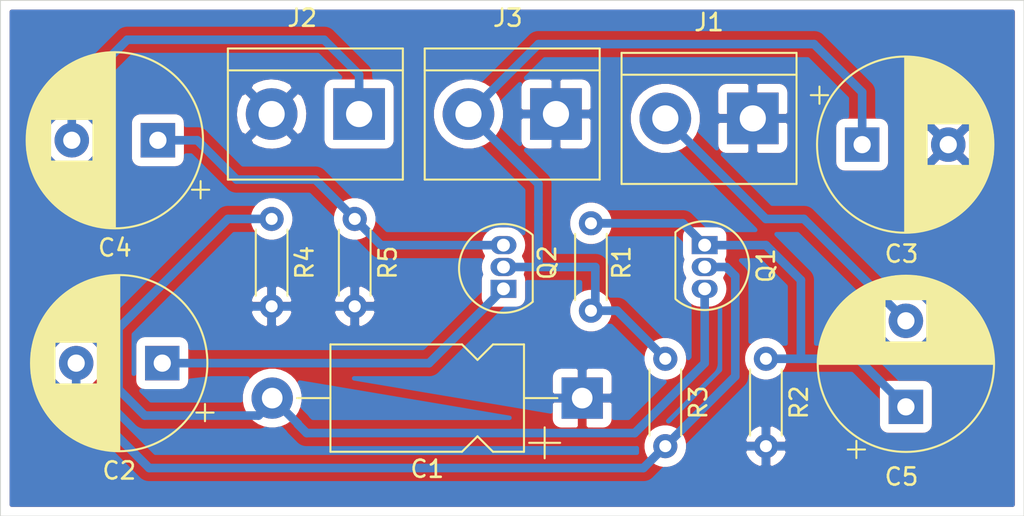
<source format=kicad_pcb>
(kicad_pcb (version 20171130) (host pcbnew "(5.1.7)-1")

  (general
    (thickness 1.6)
    (drawings 4)
    (tracks 60)
    (zones 0)
    (modules 15)
    (nets 10)
  )

  (page A4)
  (layers
    (0 F.Cu mixed)
    (31 B.Cu mixed)
    (36 B.SilkS user)
    (37 F.SilkS user)
    (38 B.Mask user)
    (39 F.Mask user)
    (41 Cmts.User user)
    (42 Eco1.User user)
    (43 Eco2.User user)
    (44 Edge.Cuts user)
    (45 Margin user)
    (46 B.CrtYd user)
    (47 F.CrtYd user)
  )

  (setup
    (last_trace_width 0.25)
    (user_trace_width 0.5)
    (user_trace_width 5)
    (trace_clearance 0.2)
    (zone_clearance 0.508)
    (zone_45_only no)
    (trace_min 0.06)
    (via_size 0.8)
    (via_drill 0.4)
    (via_min_size 0.15)
    (via_min_drill 0.15)
    (user_via 0.6 0.2)
    (user_via 1.6 0.8)
    (uvia_size 0.3)
    (uvia_drill 0.1)
    (uvias_allowed no)
    (uvia_min_size 0.2)
    (uvia_min_drill 0.1)
    (edge_width 0.05)
    (segment_width 0.2)
    (pcb_text_width 0.3)
    (pcb_text_size 1.5 1.5)
    (mod_edge_width 0.12)
    (mod_text_size 1 1)
    (mod_text_width 0.15)
    (pad_size 1.524 1.524)
    (pad_drill 0.762)
    (pad_to_mask_clearance 0)
    (aux_axis_origin 0 0)
    (visible_elements 7FFFFFFF)
    (pcbplotparams
      (layerselection 0x010f0_ffffffff)
      (usegerberextensions false)
      (usegerberattributes true)
      (usegerberadvancedattributes true)
      (creategerberjobfile true)
      (excludeedgelayer true)
      (linewidth 0.100000)
      (plotframeref false)
      (viasonmask false)
      (mode 1)
      (useauxorigin false)
      (hpglpennumber 1)
      (hpglpenspeed 20)
      (hpglpendiameter 15.000000)
      (psnegative false)
      (psa4output false)
      (plotreference true)
      (plotvalue true)
      (plotinvisibletext false)
      (padsonsilk false)
      (subtractmaskfromsilk false)
      (outputformat 1)
      (mirror false)
      (drillshape 0)
      (scaleselection 1)
      (outputdirectory "./"))
  )

  (net 0 "")
  (net 1 GND)
  (net 2 "Net-(C1-Pad2)")
  (net 3 "Net-(C4-Pad1)")
  (net 4 "Net-(C4-Pad2)")
  (net 5 "Net-(C5-Pad2)")
  (net 6 "Net-(C5-Pad1)")
  (net 7 "Net-(C3-Pad1)")
  (net 8 "Net-(C2-Pad2)")
  (net 9 "Net-(C2-Pad1)")

  (net_class Default "This is the default net class."
    (clearance 0.2)
    (trace_width 0.25)
    (via_dia 0.8)
    (via_drill 0.4)
    (uvia_dia 0.3)
    (uvia_drill 0.1)
    (add_net GND)
    (add_net "Net-(C1-Pad2)")
    (add_net "Net-(C2-Pad1)")
    (add_net "Net-(C2-Pad2)")
    (add_net "Net-(C3-Pad1)")
    (add_net "Net-(C4-Pad1)")
    (add_net "Net-(C4-Pad2)")
    (add_net "Net-(C5-Pad1)")
    (add_net "Net-(C5-Pad2)")
  )

  (net_class Power ""
    (clearance 0.4)
    (trace_width 0.5)
    (via_dia 1.6)
    (via_drill 0.8)
    (uvia_dia 0.6)
    (uvia_drill 0.2)
    (diff_pair_width 0.4)
    (diff_pair_gap 0.5)
  )

  (module Resistor_THT:R_Axial_DIN0204_L3.6mm_D1.6mm_P5.08mm_Horizontal (layer F.Cu) (tedit 5AE5139B) (tstamp 61A10EC9)
    (at 155.956 97.028 270)
    (descr "Resistor, Axial_DIN0204 series, Axial, Horizontal, pin pitch=5.08mm, 0.167W, length*diameter=3.6*1.6mm^2, http://cdn-reichelt.de/documents/datenblatt/B400/1_4W%23YAG.pdf")
    (tags "Resistor Axial_DIN0204 series Axial Horizontal pin pitch 5.08mm 0.167W length 3.6mm diameter 1.6mm")
    (path /61810A5C)
    (fp_text reference R3 (at 2.54 -1.92 90) (layer F.SilkS)
      (effects (font (size 1 1) (thickness 0.15)))
    )
    (fp_text value 10k (at 2.54 1.92 90) (layer F.Fab)
      (effects (font (size 1 1) (thickness 0.15)))
    )
    (fp_line (start 6.03 -1.05) (end -0.95 -1.05) (layer F.CrtYd) (width 0.05))
    (fp_line (start 6.03 1.05) (end 6.03 -1.05) (layer F.CrtYd) (width 0.05))
    (fp_line (start -0.95 1.05) (end 6.03 1.05) (layer F.CrtYd) (width 0.05))
    (fp_line (start -0.95 -1.05) (end -0.95 1.05) (layer F.CrtYd) (width 0.05))
    (fp_line (start 0.62 0.92) (end 4.46 0.92) (layer F.SilkS) (width 0.12))
    (fp_line (start 0.62 -0.92) (end 4.46 -0.92) (layer F.SilkS) (width 0.12))
    (fp_line (start 5.08 0) (end 4.34 0) (layer F.Fab) (width 0.1))
    (fp_line (start 0 0) (end 0.74 0) (layer F.Fab) (width 0.1))
    (fp_line (start 4.34 -0.8) (end 0.74 -0.8) (layer F.Fab) (width 0.1))
    (fp_line (start 4.34 0.8) (end 4.34 -0.8) (layer F.Fab) (width 0.1))
    (fp_line (start 0.74 0.8) (end 4.34 0.8) (layer F.Fab) (width 0.1))
    (fp_line (start 0.74 -0.8) (end 0.74 0.8) (layer F.Fab) (width 0.1))
    (fp_text user %R (at 2.54 0 90) (layer F.Fab)
      (effects (font (size 0.72 0.72) (thickness 0.108)))
    )
    (pad 1 thru_hole circle (at 0 0 270) (size 1.4 1.4) (drill 0.7) (layers *.Cu *.Mask)
      (net 7 "Net-(C3-Pad1)"))
    (pad 2 thru_hole oval (at 5.08 0 270) (size 1.4 1.4) (drill 0.7) (layers *.Cu *.Mask)
      (net 8 "Net-(C2-Pad2)"))
    (model ${KISYS3DMOD}/Resistor_THT.3dshapes/R_Axial_DIN0204_L3.6mm_D1.6mm_P5.08mm_Horizontal.wrl
      (at (xyz 0 0 0))
      (scale (xyz 1 1 1))
      (rotate (xyz 0 0 0))
    )
  )

  (module Capacitor_THT:CP_Radial_D10.0mm_P5.00mm (layer F.Cu) (tedit 5AE50EF1) (tstamp 61A11A2D)
    (at 167.386 84.582)
    (descr "CP, Radial series, Radial, pin pitch=5.00mm, , diameter=10mm, Electrolytic Capacitor")
    (tags "CP Radial series Radial pin pitch 5.00mm  diameter 10mm Electrolytic Capacitor")
    (path /61818BEB)
    (fp_text reference C3 (at 2.286 6.35) (layer F.SilkS)
      (effects (font (size 1 1) (thickness 0.15)))
    )
    (fp_text value 47uF (at 2.5 6.25) (layer F.Fab)
      (effects (font (size 1 1) (thickness 0.15)))
    )
    (fp_circle (center 2.5 0) (end 7.5 0) (layer F.Fab) (width 0.1))
    (fp_circle (center 2.5 0) (end 7.62 0) (layer F.SilkS) (width 0.12))
    (fp_circle (center 2.5 0) (end 7.75 0) (layer F.CrtYd) (width 0.05))
    (fp_line (start -1.788861 -2.1875) (end -0.788861 -2.1875) (layer F.Fab) (width 0.1))
    (fp_line (start -1.288861 -2.6875) (end -1.288861 -1.6875) (layer F.Fab) (width 0.1))
    (fp_line (start 2.5 -5.08) (end 2.5 5.08) (layer F.SilkS) (width 0.12))
    (fp_line (start 2.54 -5.08) (end 2.54 5.08) (layer F.SilkS) (width 0.12))
    (fp_line (start 2.58 -5.08) (end 2.58 5.08) (layer F.SilkS) (width 0.12))
    (fp_line (start 2.62 -5.079) (end 2.62 5.079) (layer F.SilkS) (width 0.12))
    (fp_line (start 2.66 -5.078) (end 2.66 5.078) (layer F.SilkS) (width 0.12))
    (fp_line (start 2.7 -5.077) (end 2.7 5.077) (layer F.SilkS) (width 0.12))
    (fp_line (start 2.74 -5.075) (end 2.74 5.075) (layer F.SilkS) (width 0.12))
    (fp_line (start 2.78 -5.073) (end 2.78 5.073) (layer F.SilkS) (width 0.12))
    (fp_line (start 2.82 -5.07) (end 2.82 5.07) (layer F.SilkS) (width 0.12))
    (fp_line (start 2.86 -5.068) (end 2.86 5.068) (layer F.SilkS) (width 0.12))
    (fp_line (start 2.9 -5.065) (end 2.9 5.065) (layer F.SilkS) (width 0.12))
    (fp_line (start 2.94 -5.062) (end 2.94 5.062) (layer F.SilkS) (width 0.12))
    (fp_line (start 2.98 -5.058) (end 2.98 5.058) (layer F.SilkS) (width 0.12))
    (fp_line (start 3.02 -5.054) (end 3.02 5.054) (layer F.SilkS) (width 0.12))
    (fp_line (start 3.06 -5.05) (end 3.06 5.05) (layer F.SilkS) (width 0.12))
    (fp_line (start 3.1 -5.045) (end 3.1 5.045) (layer F.SilkS) (width 0.12))
    (fp_line (start 3.14 -5.04) (end 3.14 5.04) (layer F.SilkS) (width 0.12))
    (fp_line (start 3.18 -5.035) (end 3.18 5.035) (layer F.SilkS) (width 0.12))
    (fp_line (start 3.221 -5.03) (end 3.221 5.03) (layer F.SilkS) (width 0.12))
    (fp_line (start 3.261 -5.024) (end 3.261 5.024) (layer F.SilkS) (width 0.12))
    (fp_line (start 3.301 -5.018) (end 3.301 5.018) (layer F.SilkS) (width 0.12))
    (fp_line (start 3.341 -5.011) (end 3.341 5.011) (layer F.SilkS) (width 0.12))
    (fp_line (start 3.381 -5.004) (end 3.381 5.004) (layer F.SilkS) (width 0.12))
    (fp_line (start 3.421 -4.997) (end 3.421 4.997) (layer F.SilkS) (width 0.12))
    (fp_line (start 3.461 -4.99) (end 3.461 4.99) (layer F.SilkS) (width 0.12))
    (fp_line (start 3.501 -4.982) (end 3.501 4.982) (layer F.SilkS) (width 0.12))
    (fp_line (start 3.541 -4.974) (end 3.541 4.974) (layer F.SilkS) (width 0.12))
    (fp_line (start 3.581 -4.965) (end 3.581 4.965) (layer F.SilkS) (width 0.12))
    (fp_line (start 3.621 -4.956) (end 3.621 4.956) (layer F.SilkS) (width 0.12))
    (fp_line (start 3.661 -4.947) (end 3.661 4.947) (layer F.SilkS) (width 0.12))
    (fp_line (start 3.701 -4.938) (end 3.701 4.938) (layer F.SilkS) (width 0.12))
    (fp_line (start 3.741 -4.928) (end 3.741 4.928) (layer F.SilkS) (width 0.12))
    (fp_line (start 3.781 -4.918) (end 3.781 -1.241) (layer F.SilkS) (width 0.12))
    (fp_line (start 3.781 1.241) (end 3.781 4.918) (layer F.SilkS) (width 0.12))
    (fp_line (start 3.821 -4.907) (end 3.821 -1.241) (layer F.SilkS) (width 0.12))
    (fp_line (start 3.821 1.241) (end 3.821 4.907) (layer F.SilkS) (width 0.12))
    (fp_line (start 3.861 -4.897) (end 3.861 -1.241) (layer F.SilkS) (width 0.12))
    (fp_line (start 3.861 1.241) (end 3.861 4.897) (layer F.SilkS) (width 0.12))
    (fp_line (start 3.901 -4.885) (end 3.901 -1.241) (layer F.SilkS) (width 0.12))
    (fp_line (start 3.901 1.241) (end 3.901 4.885) (layer F.SilkS) (width 0.12))
    (fp_line (start 3.941 -4.874) (end 3.941 -1.241) (layer F.SilkS) (width 0.12))
    (fp_line (start 3.941 1.241) (end 3.941 4.874) (layer F.SilkS) (width 0.12))
    (fp_line (start 3.981 -4.862) (end 3.981 -1.241) (layer F.SilkS) (width 0.12))
    (fp_line (start 3.981 1.241) (end 3.981 4.862) (layer F.SilkS) (width 0.12))
    (fp_line (start 4.021 -4.85) (end 4.021 -1.241) (layer F.SilkS) (width 0.12))
    (fp_line (start 4.021 1.241) (end 4.021 4.85) (layer F.SilkS) (width 0.12))
    (fp_line (start 4.061 -4.837) (end 4.061 -1.241) (layer F.SilkS) (width 0.12))
    (fp_line (start 4.061 1.241) (end 4.061 4.837) (layer F.SilkS) (width 0.12))
    (fp_line (start 4.101 -4.824) (end 4.101 -1.241) (layer F.SilkS) (width 0.12))
    (fp_line (start 4.101 1.241) (end 4.101 4.824) (layer F.SilkS) (width 0.12))
    (fp_line (start 4.141 -4.811) (end 4.141 -1.241) (layer F.SilkS) (width 0.12))
    (fp_line (start 4.141 1.241) (end 4.141 4.811) (layer F.SilkS) (width 0.12))
    (fp_line (start 4.181 -4.797) (end 4.181 -1.241) (layer F.SilkS) (width 0.12))
    (fp_line (start 4.181 1.241) (end 4.181 4.797) (layer F.SilkS) (width 0.12))
    (fp_line (start 4.221 -4.783) (end 4.221 -1.241) (layer F.SilkS) (width 0.12))
    (fp_line (start 4.221 1.241) (end 4.221 4.783) (layer F.SilkS) (width 0.12))
    (fp_line (start 4.261 -4.768) (end 4.261 -1.241) (layer F.SilkS) (width 0.12))
    (fp_line (start 4.261 1.241) (end 4.261 4.768) (layer F.SilkS) (width 0.12))
    (fp_line (start 4.301 -4.754) (end 4.301 -1.241) (layer F.SilkS) (width 0.12))
    (fp_line (start 4.301 1.241) (end 4.301 4.754) (layer F.SilkS) (width 0.12))
    (fp_line (start 4.341 -4.738) (end 4.341 -1.241) (layer F.SilkS) (width 0.12))
    (fp_line (start 4.341 1.241) (end 4.341 4.738) (layer F.SilkS) (width 0.12))
    (fp_line (start 4.381 -4.723) (end 4.381 -1.241) (layer F.SilkS) (width 0.12))
    (fp_line (start 4.381 1.241) (end 4.381 4.723) (layer F.SilkS) (width 0.12))
    (fp_line (start 4.421 -4.707) (end 4.421 -1.241) (layer F.SilkS) (width 0.12))
    (fp_line (start 4.421 1.241) (end 4.421 4.707) (layer F.SilkS) (width 0.12))
    (fp_line (start 4.461 -4.69) (end 4.461 -1.241) (layer F.SilkS) (width 0.12))
    (fp_line (start 4.461 1.241) (end 4.461 4.69) (layer F.SilkS) (width 0.12))
    (fp_line (start 4.501 -4.674) (end 4.501 -1.241) (layer F.SilkS) (width 0.12))
    (fp_line (start 4.501 1.241) (end 4.501 4.674) (layer F.SilkS) (width 0.12))
    (fp_line (start 4.541 -4.657) (end 4.541 -1.241) (layer F.SilkS) (width 0.12))
    (fp_line (start 4.541 1.241) (end 4.541 4.657) (layer F.SilkS) (width 0.12))
    (fp_line (start 4.581 -4.639) (end 4.581 -1.241) (layer F.SilkS) (width 0.12))
    (fp_line (start 4.581 1.241) (end 4.581 4.639) (layer F.SilkS) (width 0.12))
    (fp_line (start 4.621 -4.621) (end 4.621 -1.241) (layer F.SilkS) (width 0.12))
    (fp_line (start 4.621 1.241) (end 4.621 4.621) (layer F.SilkS) (width 0.12))
    (fp_line (start 4.661 -4.603) (end 4.661 -1.241) (layer F.SilkS) (width 0.12))
    (fp_line (start 4.661 1.241) (end 4.661 4.603) (layer F.SilkS) (width 0.12))
    (fp_line (start 4.701 -4.584) (end 4.701 -1.241) (layer F.SilkS) (width 0.12))
    (fp_line (start 4.701 1.241) (end 4.701 4.584) (layer F.SilkS) (width 0.12))
    (fp_line (start 4.741 -4.564) (end 4.741 -1.241) (layer F.SilkS) (width 0.12))
    (fp_line (start 4.741 1.241) (end 4.741 4.564) (layer F.SilkS) (width 0.12))
    (fp_line (start 4.781 -4.545) (end 4.781 -1.241) (layer F.SilkS) (width 0.12))
    (fp_line (start 4.781 1.241) (end 4.781 4.545) (layer F.SilkS) (width 0.12))
    (fp_line (start 4.821 -4.525) (end 4.821 -1.241) (layer F.SilkS) (width 0.12))
    (fp_line (start 4.821 1.241) (end 4.821 4.525) (layer F.SilkS) (width 0.12))
    (fp_line (start 4.861 -4.504) (end 4.861 -1.241) (layer F.SilkS) (width 0.12))
    (fp_line (start 4.861 1.241) (end 4.861 4.504) (layer F.SilkS) (width 0.12))
    (fp_line (start 4.901 -4.483) (end 4.901 -1.241) (layer F.SilkS) (width 0.12))
    (fp_line (start 4.901 1.241) (end 4.901 4.483) (layer F.SilkS) (width 0.12))
    (fp_line (start 4.941 -4.462) (end 4.941 -1.241) (layer F.SilkS) (width 0.12))
    (fp_line (start 4.941 1.241) (end 4.941 4.462) (layer F.SilkS) (width 0.12))
    (fp_line (start 4.981 -4.44) (end 4.981 -1.241) (layer F.SilkS) (width 0.12))
    (fp_line (start 4.981 1.241) (end 4.981 4.44) (layer F.SilkS) (width 0.12))
    (fp_line (start 5.021 -4.417) (end 5.021 -1.241) (layer F.SilkS) (width 0.12))
    (fp_line (start 5.021 1.241) (end 5.021 4.417) (layer F.SilkS) (width 0.12))
    (fp_line (start 5.061 -4.395) (end 5.061 -1.241) (layer F.SilkS) (width 0.12))
    (fp_line (start 5.061 1.241) (end 5.061 4.395) (layer F.SilkS) (width 0.12))
    (fp_line (start 5.101 -4.371) (end 5.101 -1.241) (layer F.SilkS) (width 0.12))
    (fp_line (start 5.101 1.241) (end 5.101 4.371) (layer F.SilkS) (width 0.12))
    (fp_line (start 5.141 -4.347) (end 5.141 -1.241) (layer F.SilkS) (width 0.12))
    (fp_line (start 5.141 1.241) (end 5.141 4.347) (layer F.SilkS) (width 0.12))
    (fp_line (start 5.181 -4.323) (end 5.181 -1.241) (layer F.SilkS) (width 0.12))
    (fp_line (start 5.181 1.241) (end 5.181 4.323) (layer F.SilkS) (width 0.12))
    (fp_line (start 5.221 -4.298) (end 5.221 -1.241) (layer F.SilkS) (width 0.12))
    (fp_line (start 5.221 1.241) (end 5.221 4.298) (layer F.SilkS) (width 0.12))
    (fp_line (start 5.261 -4.273) (end 5.261 -1.241) (layer F.SilkS) (width 0.12))
    (fp_line (start 5.261 1.241) (end 5.261 4.273) (layer F.SilkS) (width 0.12))
    (fp_line (start 5.301 -4.247) (end 5.301 -1.241) (layer F.SilkS) (width 0.12))
    (fp_line (start 5.301 1.241) (end 5.301 4.247) (layer F.SilkS) (width 0.12))
    (fp_line (start 5.341 -4.221) (end 5.341 -1.241) (layer F.SilkS) (width 0.12))
    (fp_line (start 5.341 1.241) (end 5.341 4.221) (layer F.SilkS) (width 0.12))
    (fp_line (start 5.381 -4.194) (end 5.381 -1.241) (layer F.SilkS) (width 0.12))
    (fp_line (start 5.381 1.241) (end 5.381 4.194) (layer F.SilkS) (width 0.12))
    (fp_line (start 5.421 -4.166) (end 5.421 -1.241) (layer F.SilkS) (width 0.12))
    (fp_line (start 5.421 1.241) (end 5.421 4.166) (layer F.SilkS) (width 0.12))
    (fp_line (start 5.461 -4.138) (end 5.461 -1.241) (layer F.SilkS) (width 0.12))
    (fp_line (start 5.461 1.241) (end 5.461 4.138) (layer F.SilkS) (width 0.12))
    (fp_line (start 5.501 -4.11) (end 5.501 -1.241) (layer F.SilkS) (width 0.12))
    (fp_line (start 5.501 1.241) (end 5.501 4.11) (layer F.SilkS) (width 0.12))
    (fp_line (start 5.541 -4.08) (end 5.541 -1.241) (layer F.SilkS) (width 0.12))
    (fp_line (start 5.541 1.241) (end 5.541 4.08) (layer F.SilkS) (width 0.12))
    (fp_line (start 5.581 -4.05) (end 5.581 -1.241) (layer F.SilkS) (width 0.12))
    (fp_line (start 5.581 1.241) (end 5.581 4.05) (layer F.SilkS) (width 0.12))
    (fp_line (start 5.621 -4.02) (end 5.621 -1.241) (layer F.SilkS) (width 0.12))
    (fp_line (start 5.621 1.241) (end 5.621 4.02) (layer F.SilkS) (width 0.12))
    (fp_line (start 5.661 -3.989) (end 5.661 -1.241) (layer F.SilkS) (width 0.12))
    (fp_line (start 5.661 1.241) (end 5.661 3.989) (layer F.SilkS) (width 0.12))
    (fp_line (start 5.701 -3.957) (end 5.701 -1.241) (layer F.SilkS) (width 0.12))
    (fp_line (start 5.701 1.241) (end 5.701 3.957) (layer F.SilkS) (width 0.12))
    (fp_line (start 5.741 -3.925) (end 5.741 -1.241) (layer F.SilkS) (width 0.12))
    (fp_line (start 5.741 1.241) (end 5.741 3.925) (layer F.SilkS) (width 0.12))
    (fp_line (start 5.781 -3.892) (end 5.781 -1.241) (layer F.SilkS) (width 0.12))
    (fp_line (start 5.781 1.241) (end 5.781 3.892) (layer F.SilkS) (width 0.12))
    (fp_line (start 5.821 -3.858) (end 5.821 -1.241) (layer F.SilkS) (width 0.12))
    (fp_line (start 5.821 1.241) (end 5.821 3.858) (layer F.SilkS) (width 0.12))
    (fp_line (start 5.861 -3.824) (end 5.861 -1.241) (layer F.SilkS) (width 0.12))
    (fp_line (start 5.861 1.241) (end 5.861 3.824) (layer F.SilkS) (width 0.12))
    (fp_line (start 5.901 -3.789) (end 5.901 -1.241) (layer F.SilkS) (width 0.12))
    (fp_line (start 5.901 1.241) (end 5.901 3.789) (layer F.SilkS) (width 0.12))
    (fp_line (start 5.941 -3.753) (end 5.941 -1.241) (layer F.SilkS) (width 0.12))
    (fp_line (start 5.941 1.241) (end 5.941 3.753) (layer F.SilkS) (width 0.12))
    (fp_line (start 5.981 -3.716) (end 5.981 -1.241) (layer F.SilkS) (width 0.12))
    (fp_line (start 5.981 1.241) (end 5.981 3.716) (layer F.SilkS) (width 0.12))
    (fp_line (start 6.021 -3.679) (end 6.021 -1.241) (layer F.SilkS) (width 0.12))
    (fp_line (start 6.021 1.241) (end 6.021 3.679) (layer F.SilkS) (width 0.12))
    (fp_line (start 6.061 -3.64) (end 6.061 -1.241) (layer F.SilkS) (width 0.12))
    (fp_line (start 6.061 1.241) (end 6.061 3.64) (layer F.SilkS) (width 0.12))
    (fp_line (start 6.101 -3.601) (end 6.101 -1.241) (layer F.SilkS) (width 0.12))
    (fp_line (start 6.101 1.241) (end 6.101 3.601) (layer F.SilkS) (width 0.12))
    (fp_line (start 6.141 -3.561) (end 6.141 -1.241) (layer F.SilkS) (width 0.12))
    (fp_line (start 6.141 1.241) (end 6.141 3.561) (layer F.SilkS) (width 0.12))
    (fp_line (start 6.181 -3.52) (end 6.181 -1.241) (layer F.SilkS) (width 0.12))
    (fp_line (start 6.181 1.241) (end 6.181 3.52) (layer F.SilkS) (width 0.12))
    (fp_line (start 6.221 -3.478) (end 6.221 -1.241) (layer F.SilkS) (width 0.12))
    (fp_line (start 6.221 1.241) (end 6.221 3.478) (layer F.SilkS) (width 0.12))
    (fp_line (start 6.261 -3.436) (end 6.261 3.436) (layer F.SilkS) (width 0.12))
    (fp_line (start 6.301 -3.392) (end 6.301 3.392) (layer F.SilkS) (width 0.12))
    (fp_line (start 6.341 -3.347) (end 6.341 3.347) (layer F.SilkS) (width 0.12))
    (fp_line (start 6.381 -3.301) (end 6.381 3.301) (layer F.SilkS) (width 0.12))
    (fp_line (start 6.421 -3.254) (end 6.421 3.254) (layer F.SilkS) (width 0.12))
    (fp_line (start 6.461 -3.206) (end 6.461 3.206) (layer F.SilkS) (width 0.12))
    (fp_line (start 6.501 -3.156) (end 6.501 3.156) (layer F.SilkS) (width 0.12))
    (fp_line (start 6.541 -3.106) (end 6.541 3.106) (layer F.SilkS) (width 0.12))
    (fp_line (start 6.581 -3.054) (end 6.581 3.054) (layer F.SilkS) (width 0.12))
    (fp_line (start 6.621 -3) (end 6.621 3) (layer F.SilkS) (width 0.12))
    (fp_line (start 6.661 -2.945) (end 6.661 2.945) (layer F.SilkS) (width 0.12))
    (fp_line (start 6.701 -2.889) (end 6.701 2.889) (layer F.SilkS) (width 0.12))
    (fp_line (start 6.741 -2.83) (end 6.741 2.83) (layer F.SilkS) (width 0.12))
    (fp_line (start 6.781 -2.77) (end 6.781 2.77) (layer F.SilkS) (width 0.12))
    (fp_line (start 6.821 -2.709) (end 6.821 2.709) (layer F.SilkS) (width 0.12))
    (fp_line (start 6.861 -2.645) (end 6.861 2.645) (layer F.SilkS) (width 0.12))
    (fp_line (start 6.901 -2.579) (end 6.901 2.579) (layer F.SilkS) (width 0.12))
    (fp_line (start 6.941 -2.51) (end 6.941 2.51) (layer F.SilkS) (width 0.12))
    (fp_line (start 6.981 -2.439) (end 6.981 2.439) (layer F.SilkS) (width 0.12))
    (fp_line (start 7.021 -2.365) (end 7.021 2.365) (layer F.SilkS) (width 0.12))
    (fp_line (start 7.061 -2.289) (end 7.061 2.289) (layer F.SilkS) (width 0.12))
    (fp_line (start 7.101 -2.209) (end 7.101 2.209) (layer F.SilkS) (width 0.12))
    (fp_line (start 7.141 -2.125) (end 7.141 2.125) (layer F.SilkS) (width 0.12))
    (fp_line (start 7.181 -2.037) (end 7.181 2.037) (layer F.SilkS) (width 0.12))
    (fp_line (start 7.221 -1.944) (end 7.221 1.944) (layer F.SilkS) (width 0.12))
    (fp_line (start 7.261 -1.846) (end 7.261 1.846) (layer F.SilkS) (width 0.12))
    (fp_line (start 7.301 -1.742) (end 7.301 1.742) (layer F.SilkS) (width 0.12))
    (fp_line (start 7.341 -1.63) (end 7.341 1.63) (layer F.SilkS) (width 0.12))
    (fp_line (start 7.381 -1.51) (end 7.381 1.51) (layer F.SilkS) (width 0.12))
    (fp_line (start 7.421 -1.378) (end 7.421 1.378) (layer F.SilkS) (width 0.12))
    (fp_line (start 7.461 -1.23) (end 7.461 1.23) (layer F.SilkS) (width 0.12))
    (fp_line (start 7.501 -1.062) (end 7.501 1.062) (layer F.SilkS) (width 0.12))
    (fp_line (start 7.541 -0.862) (end 7.541 0.862) (layer F.SilkS) (width 0.12))
    (fp_line (start 7.581 -0.599) (end 7.581 0.599) (layer F.SilkS) (width 0.12))
    (fp_line (start -2.979646 -2.875) (end -1.979646 -2.875) (layer F.SilkS) (width 0.12))
    (fp_line (start -2.479646 -3.375) (end -2.479646 -2.375) (layer F.SilkS) (width 0.12))
    (fp_text user %R (at 2.5 0) (layer F.Fab)
      (effects (font (size 1 1) (thickness 0.15)))
    )
    (pad 2 thru_hole circle (at 5 0) (size 2 2) (drill 1) (layers *.Cu *.Mask)
      (net 1 GND))
    (pad 1 thru_hole rect (at 0 0) (size 2 2) (drill 1) (layers *.Cu *.Mask)
      (net 7 "Net-(C3-Pad1)"))
    (model ${KISYS3DMOD}/Capacitor_THT.3dshapes/CP_Radial_D10.0mm_P5.00mm.wrl
      (at (xyz 0 0 0))
      (scale (xyz 1 1 1))
      (rotate (xyz 0 0 0))
    )
  )

  (module Resistor_THT:R_Axial_DIN0204_L3.6mm_D1.6mm_P5.08mm_Horizontal (layer F.Cu) (tedit 5AE5139B) (tstamp 61A10EB6)
    (at 161.798 97.028 270)
    (descr "Resistor, Axial_DIN0204 series, Axial, Horizontal, pin pitch=5.08mm, 0.167W, length*diameter=3.6*1.6mm^2, http://cdn-reichelt.de/documents/datenblatt/B400/1_4W%23YAG.pdf")
    (tags "Resistor Axial_DIN0204 series Axial Horizontal pin pitch 5.08mm 0.167W length 3.6mm diameter 1.6mm")
    (path /61812AC9)
    (fp_text reference R2 (at 2.54 -1.92 90) (layer F.SilkS)
      (effects (font (size 1 1) (thickness 0.15)))
    )
    (fp_text value 27k (at 2.54 1.92 90) (layer F.Fab)
      (effects (font (size 1 1) (thickness 0.15)))
    )
    (fp_line (start 0.74 -0.8) (end 0.74 0.8) (layer F.Fab) (width 0.1))
    (fp_line (start 0.74 0.8) (end 4.34 0.8) (layer F.Fab) (width 0.1))
    (fp_line (start 4.34 0.8) (end 4.34 -0.8) (layer F.Fab) (width 0.1))
    (fp_line (start 4.34 -0.8) (end 0.74 -0.8) (layer F.Fab) (width 0.1))
    (fp_line (start 0 0) (end 0.74 0) (layer F.Fab) (width 0.1))
    (fp_line (start 5.08 0) (end 4.34 0) (layer F.Fab) (width 0.1))
    (fp_line (start 0.62 -0.92) (end 4.46 -0.92) (layer F.SilkS) (width 0.12))
    (fp_line (start 0.62 0.92) (end 4.46 0.92) (layer F.SilkS) (width 0.12))
    (fp_line (start -0.95 -1.05) (end -0.95 1.05) (layer F.CrtYd) (width 0.05))
    (fp_line (start -0.95 1.05) (end 6.03 1.05) (layer F.CrtYd) (width 0.05))
    (fp_line (start 6.03 1.05) (end 6.03 -1.05) (layer F.CrtYd) (width 0.05))
    (fp_line (start 6.03 -1.05) (end -0.95 -1.05) (layer F.CrtYd) (width 0.05))
    (fp_text user %R (at 2.54 0 90) (layer F.Fab)
      (effects (font (size 0.72 0.72) (thickness 0.108)))
    )
    (pad 2 thru_hole oval (at 5.08 0 270) (size 1.4 1.4) (drill 0.7) (layers *.Cu *.Mask)
      (net 1 GND))
    (pad 1 thru_hole circle (at 0 0 270) (size 1.4 1.4) (drill 0.7) (layers *.Cu *.Mask)
      (net 6 "Net-(C5-Pad1)"))
    (model ${KISYS3DMOD}/Resistor_THT.3dshapes/R_Axial_DIN0204_L3.6mm_D1.6mm_P5.08mm_Horizontal.wrl
      (at (xyz 0 0 0))
      (scale (xyz 1 1 1))
      (rotate (xyz 0 0 0))
    )
  )

  (module Capacitor_THT:CP_Radial_D10.0mm_P5.00mm (layer F.Cu) (tedit 5AE50EF1) (tstamp 61A10E2F)
    (at 169.926 99.822 90)
    (descr "CP, Radial series, Radial, pin pitch=5.00mm, , diameter=10mm, Electrolytic Capacitor")
    (tags "CP Radial series Radial pin pitch 5.00mm  diameter 10mm Electrolytic Capacitor")
    (path /618215EE)
    (fp_text reference C5 (at -4.064 -0.254 180) (layer F.SilkS)
      (effects (font (size 1 1) (thickness 0.15)))
    )
    (fp_text value 0.47uF (at 2.5 6.25 90) (layer F.Fab)
      (effects (font (size 1 1) (thickness 0.15)))
    )
    (fp_circle (center 2.5 0) (end 7.5 0) (layer F.Fab) (width 0.1))
    (fp_circle (center 2.5 0) (end 7.62 0) (layer F.SilkS) (width 0.12))
    (fp_circle (center 2.5 0) (end 7.75 0) (layer F.CrtYd) (width 0.05))
    (fp_line (start -1.788861 -2.1875) (end -0.788861 -2.1875) (layer F.Fab) (width 0.1))
    (fp_line (start -1.288861 -2.6875) (end -1.288861 -1.6875) (layer F.Fab) (width 0.1))
    (fp_line (start 2.5 -5.08) (end 2.5 5.08) (layer F.SilkS) (width 0.12))
    (fp_line (start 2.54 -5.08) (end 2.54 5.08) (layer F.SilkS) (width 0.12))
    (fp_line (start 2.58 -5.08) (end 2.58 5.08) (layer F.SilkS) (width 0.12))
    (fp_line (start 2.62 -5.079) (end 2.62 5.079) (layer F.SilkS) (width 0.12))
    (fp_line (start 2.66 -5.078) (end 2.66 5.078) (layer F.SilkS) (width 0.12))
    (fp_line (start 2.7 -5.077) (end 2.7 5.077) (layer F.SilkS) (width 0.12))
    (fp_line (start 2.74 -5.075) (end 2.74 5.075) (layer F.SilkS) (width 0.12))
    (fp_line (start 2.78 -5.073) (end 2.78 5.073) (layer F.SilkS) (width 0.12))
    (fp_line (start 2.82 -5.07) (end 2.82 5.07) (layer F.SilkS) (width 0.12))
    (fp_line (start 2.86 -5.068) (end 2.86 5.068) (layer F.SilkS) (width 0.12))
    (fp_line (start 2.9 -5.065) (end 2.9 5.065) (layer F.SilkS) (width 0.12))
    (fp_line (start 2.94 -5.062) (end 2.94 5.062) (layer F.SilkS) (width 0.12))
    (fp_line (start 2.98 -5.058) (end 2.98 5.058) (layer F.SilkS) (width 0.12))
    (fp_line (start 3.02 -5.054) (end 3.02 5.054) (layer F.SilkS) (width 0.12))
    (fp_line (start 3.06 -5.05) (end 3.06 5.05) (layer F.SilkS) (width 0.12))
    (fp_line (start 3.1 -5.045) (end 3.1 5.045) (layer F.SilkS) (width 0.12))
    (fp_line (start 3.14 -5.04) (end 3.14 5.04) (layer F.SilkS) (width 0.12))
    (fp_line (start 3.18 -5.035) (end 3.18 5.035) (layer F.SilkS) (width 0.12))
    (fp_line (start 3.221 -5.03) (end 3.221 5.03) (layer F.SilkS) (width 0.12))
    (fp_line (start 3.261 -5.024) (end 3.261 5.024) (layer F.SilkS) (width 0.12))
    (fp_line (start 3.301 -5.018) (end 3.301 5.018) (layer F.SilkS) (width 0.12))
    (fp_line (start 3.341 -5.011) (end 3.341 5.011) (layer F.SilkS) (width 0.12))
    (fp_line (start 3.381 -5.004) (end 3.381 5.004) (layer F.SilkS) (width 0.12))
    (fp_line (start 3.421 -4.997) (end 3.421 4.997) (layer F.SilkS) (width 0.12))
    (fp_line (start 3.461 -4.99) (end 3.461 4.99) (layer F.SilkS) (width 0.12))
    (fp_line (start 3.501 -4.982) (end 3.501 4.982) (layer F.SilkS) (width 0.12))
    (fp_line (start 3.541 -4.974) (end 3.541 4.974) (layer F.SilkS) (width 0.12))
    (fp_line (start 3.581 -4.965) (end 3.581 4.965) (layer F.SilkS) (width 0.12))
    (fp_line (start 3.621 -4.956) (end 3.621 4.956) (layer F.SilkS) (width 0.12))
    (fp_line (start 3.661 -4.947) (end 3.661 4.947) (layer F.SilkS) (width 0.12))
    (fp_line (start 3.701 -4.938) (end 3.701 4.938) (layer F.SilkS) (width 0.12))
    (fp_line (start 3.741 -4.928) (end 3.741 4.928) (layer F.SilkS) (width 0.12))
    (fp_line (start 3.781 -4.918) (end 3.781 -1.241) (layer F.SilkS) (width 0.12))
    (fp_line (start 3.781 1.241) (end 3.781 4.918) (layer F.SilkS) (width 0.12))
    (fp_line (start 3.821 -4.907) (end 3.821 -1.241) (layer F.SilkS) (width 0.12))
    (fp_line (start 3.821 1.241) (end 3.821 4.907) (layer F.SilkS) (width 0.12))
    (fp_line (start 3.861 -4.897) (end 3.861 -1.241) (layer F.SilkS) (width 0.12))
    (fp_line (start 3.861 1.241) (end 3.861 4.897) (layer F.SilkS) (width 0.12))
    (fp_line (start 3.901 -4.885) (end 3.901 -1.241) (layer F.SilkS) (width 0.12))
    (fp_line (start 3.901 1.241) (end 3.901 4.885) (layer F.SilkS) (width 0.12))
    (fp_line (start 3.941 -4.874) (end 3.941 -1.241) (layer F.SilkS) (width 0.12))
    (fp_line (start 3.941 1.241) (end 3.941 4.874) (layer F.SilkS) (width 0.12))
    (fp_line (start 3.981 -4.862) (end 3.981 -1.241) (layer F.SilkS) (width 0.12))
    (fp_line (start 3.981 1.241) (end 3.981 4.862) (layer F.SilkS) (width 0.12))
    (fp_line (start 4.021 -4.85) (end 4.021 -1.241) (layer F.SilkS) (width 0.12))
    (fp_line (start 4.021 1.241) (end 4.021 4.85) (layer F.SilkS) (width 0.12))
    (fp_line (start 4.061 -4.837) (end 4.061 -1.241) (layer F.SilkS) (width 0.12))
    (fp_line (start 4.061 1.241) (end 4.061 4.837) (layer F.SilkS) (width 0.12))
    (fp_line (start 4.101 -4.824) (end 4.101 -1.241) (layer F.SilkS) (width 0.12))
    (fp_line (start 4.101 1.241) (end 4.101 4.824) (layer F.SilkS) (width 0.12))
    (fp_line (start 4.141 -4.811) (end 4.141 -1.241) (layer F.SilkS) (width 0.12))
    (fp_line (start 4.141 1.241) (end 4.141 4.811) (layer F.SilkS) (width 0.12))
    (fp_line (start 4.181 -4.797) (end 4.181 -1.241) (layer F.SilkS) (width 0.12))
    (fp_line (start 4.181 1.241) (end 4.181 4.797) (layer F.SilkS) (width 0.12))
    (fp_line (start 4.221 -4.783) (end 4.221 -1.241) (layer F.SilkS) (width 0.12))
    (fp_line (start 4.221 1.241) (end 4.221 4.783) (layer F.SilkS) (width 0.12))
    (fp_line (start 4.261 -4.768) (end 4.261 -1.241) (layer F.SilkS) (width 0.12))
    (fp_line (start 4.261 1.241) (end 4.261 4.768) (layer F.SilkS) (width 0.12))
    (fp_line (start 4.301 -4.754) (end 4.301 -1.241) (layer F.SilkS) (width 0.12))
    (fp_line (start 4.301 1.241) (end 4.301 4.754) (layer F.SilkS) (width 0.12))
    (fp_line (start 4.341 -4.738) (end 4.341 -1.241) (layer F.SilkS) (width 0.12))
    (fp_line (start 4.341 1.241) (end 4.341 4.738) (layer F.SilkS) (width 0.12))
    (fp_line (start 4.381 -4.723) (end 4.381 -1.241) (layer F.SilkS) (width 0.12))
    (fp_line (start 4.381 1.241) (end 4.381 4.723) (layer F.SilkS) (width 0.12))
    (fp_line (start 4.421 -4.707) (end 4.421 -1.241) (layer F.SilkS) (width 0.12))
    (fp_line (start 4.421 1.241) (end 4.421 4.707) (layer F.SilkS) (width 0.12))
    (fp_line (start 4.461 -4.69) (end 4.461 -1.241) (layer F.SilkS) (width 0.12))
    (fp_line (start 4.461 1.241) (end 4.461 4.69) (layer F.SilkS) (width 0.12))
    (fp_line (start 4.501 -4.674) (end 4.501 -1.241) (layer F.SilkS) (width 0.12))
    (fp_line (start 4.501 1.241) (end 4.501 4.674) (layer F.SilkS) (width 0.12))
    (fp_line (start 4.541 -4.657) (end 4.541 -1.241) (layer F.SilkS) (width 0.12))
    (fp_line (start 4.541 1.241) (end 4.541 4.657) (layer F.SilkS) (width 0.12))
    (fp_line (start 4.581 -4.639) (end 4.581 -1.241) (layer F.SilkS) (width 0.12))
    (fp_line (start 4.581 1.241) (end 4.581 4.639) (layer F.SilkS) (width 0.12))
    (fp_line (start 4.621 -4.621) (end 4.621 -1.241) (layer F.SilkS) (width 0.12))
    (fp_line (start 4.621 1.241) (end 4.621 4.621) (layer F.SilkS) (width 0.12))
    (fp_line (start 4.661 -4.603) (end 4.661 -1.241) (layer F.SilkS) (width 0.12))
    (fp_line (start 4.661 1.241) (end 4.661 4.603) (layer F.SilkS) (width 0.12))
    (fp_line (start 4.701 -4.584) (end 4.701 -1.241) (layer F.SilkS) (width 0.12))
    (fp_line (start 4.701 1.241) (end 4.701 4.584) (layer F.SilkS) (width 0.12))
    (fp_line (start 4.741 -4.564) (end 4.741 -1.241) (layer F.SilkS) (width 0.12))
    (fp_line (start 4.741 1.241) (end 4.741 4.564) (layer F.SilkS) (width 0.12))
    (fp_line (start 4.781 -4.545) (end 4.781 -1.241) (layer F.SilkS) (width 0.12))
    (fp_line (start 4.781 1.241) (end 4.781 4.545) (layer F.SilkS) (width 0.12))
    (fp_line (start 4.821 -4.525) (end 4.821 -1.241) (layer F.SilkS) (width 0.12))
    (fp_line (start 4.821 1.241) (end 4.821 4.525) (layer F.SilkS) (width 0.12))
    (fp_line (start 4.861 -4.504) (end 4.861 -1.241) (layer F.SilkS) (width 0.12))
    (fp_line (start 4.861 1.241) (end 4.861 4.504) (layer F.SilkS) (width 0.12))
    (fp_line (start 4.901 -4.483) (end 4.901 -1.241) (layer F.SilkS) (width 0.12))
    (fp_line (start 4.901 1.241) (end 4.901 4.483) (layer F.SilkS) (width 0.12))
    (fp_line (start 4.941 -4.462) (end 4.941 -1.241) (layer F.SilkS) (width 0.12))
    (fp_line (start 4.941 1.241) (end 4.941 4.462) (layer F.SilkS) (width 0.12))
    (fp_line (start 4.981 -4.44) (end 4.981 -1.241) (layer F.SilkS) (width 0.12))
    (fp_line (start 4.981 1.241) (end 4.981 4.44) (layer F.SilkS) (width 0.12))
    (fp_line (start 5.021 -4.417) (end 5.021 -1.241) (layer F.SilkS) (width 0.12))
    (fp_line (start 5.021 1.241) (end 5.021 4.417) (layer F.SilkS) (width 0.12))
    (fp_line (start 5.061 -4.395) (end 5.061 -1.241) (layer F.SilkS) (width 0.12))
    (fp_line (start 5.061 1.241) (end 5.061 4.395) (layer F.SilkS) (width 0.12))
    (fp_line (start 5.101 -4.371) (end 5.101 -1.241) (layer F.SilkS) (width 0.12))
    (fp_line (start 5.101 1.241) (end 5.101 4.371) (layer F.SilkS) (width 0.12))
    (fp_line (start 5.141 -4.347) (end 5.141 -1.241) (layer F.SilkS) (width 0.12))
    (fp_line (start 5.141 1.241) (end 5.141 4.347) (layer F.SilkS) (width 0.12))
    (fp_line (start 5.181 -4.323) (end 5.181 -1.241) (layer F.SilkS) (width 0.12))
    (fp_line (start 5.181 1.241) (end 5.181 4.323) (layer F.SilkS) (width 0.12))
    (fp_line (start 5.221 -4.298) (end 5.221 -1.241) (layer F.SilkS) (width 0.12))
    (fp_line (start 5.221 1.241) (end 5.221 4.298) (layer F.SilkS) (width 0.12))
    (fp_line (start 5.261 -4.273) (end 5.261 -1.241) (layer F.SilkS) (width 0.12))
    (fp_line (start 5.261 1.241) (end 5.261 4.273) (layer F.SilkS) (width 0.12))
    (fp_line (start 5.301 -4.247) (end 5.301 -1.241) (layer F.SilkS) (width 0.12))
    (fp_line (start 5.301 1.241) (end 5.301 4.247) (layer F.SilkS) (width 0.12))
    (fp_line (start 5.341 -4.221) (end 5.341 -1.241) (layer F.SilkS) (width 0.12))
    (fp_line (start 5.341 1.241) (end 5.341 4.221) (layer F.SilkS) (width 0.12))
    (fp_line (start 5.381 -4.194) (end 5.381 -1.241) (layer F.SilkS) (width 0.12))
    (fp_line (start 5.381 1.241) (end 5.381 4.194) (layer F.SilkS) (width 0.12))
    (fp_line (start 5.421 -4.166) (end 5.421 -1.241) (layer F.SilkS) (width 0.12))
    (fp_line (start 5.421 1.241) (end 5.421 4.166) (layer F.SilkS) (width 0.12))
    (fp_line (start 5.461 -4.138) (end 5.461 -1.241) (layer F.SilkS) (width 0.12))
    (fp_line (start 5.461 1.241) (end 5.461 4.138) (layer F.SilkS) (width 0.12))
    (fp_line (start 5.501 -4.11) (end 5.501 -1.241) (layer F.SilkS) (width 0.12))
    (fp_line (start 5.501 1.241) (end 5.501 4.11) (layer F.SilkS) (width 0.12))
    (fp_line (start 5.541 -4.08) (end 5.541 -1.241) (layer F.SilkS) (width 0.12))
    (fp_line (start 5.541 1.241) (end 5.541 4.08) (layer F.SilkS) (width 0.12))
    (fp_line (start 5.581 -4.05) (end 5.581 -1.241) (layer F.SilkS) (width 0.12))
    (fp_line (start 5.581 1.241) (end 5.581 4.05) (layer F.SilkS) (width 0.12))
    (fp_line (start 5.621 -4.02) (end 5.621 -1.241) (layer F.SilkS) (width 0.12))
    (fp_line (start 5.621 1.241) (end 5.621 4.02) (layer F.SilkS) (width 0.12))
    (fp_line (start 5.661 -3.989) (end 5.661 -1.241) (layer F.SilkS) (width 0.12))
    (fp_line (start 5.661 1.241) (end 5.661 3.989) (layer F.SilkS) (width 0.12))
    (fp_line (start 5.701 -3.957) (end 5.701 -1.241) (layer F.SilkS) (width 0.12))
    (fp_line (start 5.701 1.241) (end 5.701 3.957) (layer F.SilkS) (width 0.12))
    (fp_line (start 5.741 -3.925) (end 5.741 -1.241) (layer F.SilkS) (width 0.12))
    (fp_line (start 5.741 1.241) (end 5.741 3.925) (layer F.SilkS) (width 0.12))
    (fp_line (start 5.781 -3.892) (end 5.781 -1.241) (layer F.SilkS) (width 0.12))
    (fp_line (start 5.781 1.241) (end 5.781 3.892) (layer F.SilkS) (width 0.12))
    (fp_line (start 5.821 -3.858) (end 5.821 -1.241) (layer F.SilkS) (width 0.12))
    (fp_line (start 5.821 1.241) (end 5.821 3.858) (layer F.SilkS) (width 0.12))
    (fp_line (start 5.861 -3.824) (end 5.861 -1.241) (layer F.SilkS) (width 0.12))
    (fp_line (start 5.861 1.241) (end 5.861 3.824) (layer F.SilkS) (width 0.12))
    (fp_line (start 5.901 -3.789) (end 5.901 -1.241) (layer F.SilkS) (width 0.12))
    (fp_line (start 5.901 1.241) (end 5.901 3.789) (layer F.SilkS) (width 0.12))
    (fp_line (start 5.941 -3.753) (end 5.941 -1.241) (layer F.SilkS) (width 0.12))
    (fp_line (start 5.941 1.241) (end 5.941 3.753) (layer F.SilkS) (width 0.12))
    (fp_line (start 5.981 -3.716) (end 5.981 -1.241) (layer F.SilkS) (width 0.12))
    (fp_line (start 5.981 1.241) (end 5.981 3.716) (layer F.SilkS) (width 0.12))
    (fp_line (start 6.021 -3.679) (end 6.021 -1.241) (layer F.SilkS) (width 0.12))
    (fp_line (start 6.021 1.241) (end 6.021 3.679) (layer F.SilkS) (width 0.12))
    (fp_line (start 6.061 -3.64) (end 6.061 -1.241) (layer F.SilkS) (width 0.12))
    (fp_line (start 6.061 1.241) (end 6.061 3.64) (layer F.SilkS) (width 0.12))
    (fp_line (start 6.101 -3.601) (end 6.101 -1.241) (layer F.SilkS) (width 0.12))
    (fp_line (start 6.101 1.241) (end 6.101 3.601) (layer F.SilkS) (width 0.12))
    (fp_line (start 6.141 -3.561) (end 6.141 -1.241) (layer F.SilkS) (width 0.12))
    (fp_line (start 6.141 1.241) (end 6.141 3.561) (layer F.SilkS) (width 0.12))
    (fp_line (start 6.181 -3.52) (end 6.181 -1.241) (layer F.SilkS) (width 0.12))
    (fp_line (start 6.181 1.241) (end 6.181 3.52) (layer F.SilkS) (width 0.12))
    (fp_line (start 6.221 -3.478) (end 6.221 -1.241) (layer F.SilkS) (width 0.12))
    (fp_line (start 6.221 1.241) (end 6.221 3.478) (layer F.SilkS) (width 0.12))
    (fp_line (start 6.261 -3.436) (end 6.261 3.436) (layer F.SilkS) (width 0.12))
    (fp_line (start 6.301 -3.392) (end 6.301 3.392) (layer F.SilkS) (width 0.12))
    (fp_line (start 6.341 -3.347) (end 6.341 3.347) (layer F.SilkS) (width 0.12))
    (fp_line (start 6.381 -3.301) (end 6.381 3.301) (layer F.SilkS) (width 0.12))
    (fp_line (start 6.421 -3.254) (end 6.421 3.254) (layer F.SilkS) (width 0.12))
    (fp_line (start 6.461 -3.206) (end 6.461 3.206) (layer F.SilkS) (width 0.12))
    (fp_line (start 6.501 -3.156) (end 6.501 3.156) (layer F.SilkS) (width 0.12))
    (fp_line (start 6.541 -3.106) (end 6.541 3.106) (layer F.SilkS) (width 0.12))
    (fp_line (start 6.581 -3.054) (end 6.581 3.054) (layer F.SilkS) (width 0.12))
    (fp_line (start 6.621 -3) (end 6.621 3) (layer F.SilkS) (width 0.12))
    (fp_line (start 6.661 -2.945) (end 6.661 2.945) (layer F.SilkS) (width 0.12))
    (fp_line (start 6.701 -2.889) (end 6.701 2.889) (layer F.SilkS) (width 0.12))
    (fp_line (start 6.741 -2.83) (end 6.741 2.83) (layer F.SilkS) (width 0.12))
    (fp_line (start 6.781 -2.77) (end 6.781 2.77) (layer F.SilkS) (width 0.12))
    (fp_line (start 6.821 -2.709) (end 6.821 2.709) (layer F.SilkS) (width 0.12))
    (fp_line (start 6.861 -2.645) (end 6.861 2.645) (layer F.SilkS) (width 0.12))
    (fp_line (start 6.901 -2.579) (end 6.901 2.579) (layer F.SilkS) (width 0.12))
    (fp_line (start 6.941 -2.51) (end 6.941 2.51) (layer F.SilkS) (width 0.12))
    (fp_line (start 6.981 -2.439) (end 6.981 2.439) (layer F.SilkS) (width 0.12))
    (fp_line (start 7.021 -2.365) (end 7.021 2.365) (layer F.SilkS) (width 0.12))
    (fp_line (start 7.061 -2.289) (end 7.061 2.289) (layer F.SilkS) (width 0.12))
    (fp_line (start 7.101 -2.209) (end 7.101 2.209) (layer F.SilkS) (width 0.12))
    (fp_line (start 7.141 -2.125) (end 7.141 2.125) (layer F.SilkS) (width 0.12))
    (fp_line (start 7.181 -2.037) (end 7.181 2.037) (layer F.SilkS) (width 0.12))
    (fp_line (start 7.221 -1.944) (end 7.221 1.944) (layer F.SilkS) (width 0.12))
    (fp_line (start 7.261 -1.846) (end 7.261 1.846) (layer F.SilkS) (width 0.12))
    (fp_line (start 7.301 -1.742) (end 7.301 1.742) (layer F.SilkS) (width 0.12))
    (fp_line (start 7.341 -1.63) (end 7.341 1.63) (layer F.SilkS) (width 0.12))
    (fp_line (start 7.381 -1.51) (end 7.381 1.51) (layer F.SilkS) (width 0.12))
    (fp_line (start 7.421 -1.378) (end 7.421 1.378) (layer F.SilkS) (width 0.12))
    (fp_line (start 7.461 -1.23) (end 7.461 1.23) (layer F.SilkS) (width 0.12))
    (fp_line (start 7.501 -1.062) (end 7.501 1.062) (layer F.SilkS) (width 0.12))
    (fp_line (start 7.541 -0.862) (end 7.541 0.862) (layer F.SilkS) (width 0.12))
    (fp_line (start 7.581 -0.599) (end 7.581 0.599) (layer F.SilkS) (width 0.12))
    (fp_line (start -2.979646 -2.875) (end -1.979646 -2.875) (layer F.SilkS) (width 0.12))
    (fp_line (start -2.479646 -3.375) (end -2.479646 -2.375) (layer F.SilkS) (width 0.12))
    (fp_text user %R (at 2.5 0 90) (layer F.Fab)
      (effects (font (size 1 1) (thickness 0.15)))
    )
    (pad 2 thru_hole circle (at 5 0 90) (size 2 2) (drill 1) (layers *.Cu *.Mask)
      (net 5 "Net-(C5-Pad2)"))
    (pad 1 thru_hole rect (at 0 0 90) (size 2 2) (drill 1) (layers *.Cu *.Mask)
      (net 6 "Net-(C5-Pad1)"))
    (model ${KISYS3DMOD}/Capacitor_THT.3dshapes/CP_Radial_D10.0mm_P5.00mm.wrl
      (at (xyz 0 0 0))
      (scale (xyz 1 1 1))
      (rotate (xyz 0 0 0))
    )
  )

  (module Resistor_THT:R_Axial_DIN0204_L3.6mm_D1.6mm_P5.08mm_Horizontal (layer F.Cu) (tedit 5AE5139B) (tstamp 61A10EA3)
    (at 151.638 94.234 90)
    (descr "Resistor, Axial_DIN0204 series, Axial, Horizontal, pin pitch=5.08mm, 0.167W, length*diameter=3.6*1.6mm^2, http://cdn-reichelt.de/documents/datenblatt/B400/1_4W%23YAG.pdf")
    (tags "Resistor Axial_DIN0204 series Axial Horizontal pin pitch 5.08mm 0.167W length 3.6mm diameter 1.6mm")
    (path /618111C8)
    (fp_text reference R1 (at 2.794 1.778 90) (layer F.SilkS)
      (effects (font (size 1 1) (thickness 0.15)))
    )
    (fp_text value 220k (at 2.54 1.92 90) (layer F.Fab)
      (effects (font (size 1 1) (thickness 0.15)))
    )
    (fp_line (start 0.74 -0.8) (end 0.74 0.8) (layer F.Fab) (width 0.1))
    (fp_line (start 0.74 0.8) (end 4.34 0.8) (layer F.Fab) (width 0.1))
    (fp_line (start 4.34 0.8) (end 4.34 -0.8) (layer F.Fab) (width 0.1))
    (fp_line (start 4.34 -0.8) (end 0.74 -0.8) (layer F.Fab) (width 0.1))
    (fp_line (start 0 0) (end 0.74 0) (layer F.Fab) (width 0.1))
    (fp_line (start 5.08 0) (end 4.34 0) (layer F.Fab) (width 0.1))
    (fp_line (start 0.62 -0.92) (end 4.46 -0.92) (layer F.SilkS) (width 0.12))
    (fp_line (start 0.62 0.92) (end 4.46 0.92) (layer F.SilkS) (width 0.12))
    (fp_line (start -0.95 -1.05) (end -0.95 1.05) (layer F.CrtYd) (width 0.05))
    (fp_line (start -0.95 1.05) (end 6.03 1.05) (layer F.CrtYd) (width 0.05))
    (fp_line (start 6.03 1.05) (end 6.03 -1.05) (layer F.CrtYd) (width 0.05))
    (fp_line (start 6.03 -1.05) (end -0.95 -1.05) (layer F.CrtYd) (width 0.05))
    (fp_text user %R (at 2.54 0 90) (layer F.Fab)
      (effects (font (size 0.72 0.72) (thickness 0.108)))
    )
    (pad 2 thru_hole oval (at 5.08 0 90) (size 1.4 1.4) (drill 0.7) (layers *.Cu *.Mask)
      (net 6 "Net-(C5-Pad1)"))
    (pad 1 thru_hole circle (at 0 0 90) (size 1.4 1.4) (drill 0.7) (layers *.Cu *.Mask)
      (net 7 "Net-(C3-Pad1)"))
    (model ${KISYS3DMOD}/Resistor_THT.3dshapes/R_Axial_DIN0204_L3.6mm_D1.6mm_P5.08mm_Horizontal.wrl
      (at (xyz 0 0 0))
      (scale (xyz 1 1 1))
      (rotate (xyz 0 0 0))
    )
  )

  (module Capacitor_THT:CP_Axial_L11.0mm_D6.0mm_P18.00mm_Horizontal (layer F.Cu) (tedit 5AE50EF2) (tstamp 61A10C97)
    (at 151.13 99.314 180)
    (descr "CP, Axial series, Axial, Horizontal, pin pitch=18mm, , length*diameter=11*6mm^2, Electrolytic Capacitor")
    (tags "CP Axial series Axial Horizontal pin pitch 18mm  length 11mm diameter 6mm Electrolytic Capacitor")
    (path /618146C2)
    (fp_text reference C1 (at 9 -4.12) (layer F.SilkS)
      (effects (font (size 1 1) (thickness 0.15)))
    )
    (fp_text value 4.7uF (at 9 4.12) (layer F.Fab)
      (effects (font (size 1 1) (thickness 0.15)))
    )
    (fp_line (start 19.45 -3.25) (end -1.45 -3.25) (layer F.CrtYd) (width 0.05))
    (fp_line (start 19.45 3.25) (end 19.45 -3.25) (layer F.CrtYd) (width 0.05))
    (fp_line (start -1.45 3.25) (end 19.45 3.25) (layer F.CrtYd) (width 0.05))
    (fp_line (start -1.45 -3.25) (end -1.45 3.25) (layer F.CrtYd) (width 0.05))
    (fp_line (start 16.56 0) (end 14.62 0) (layer F.SilkS) (width 0.12))
    (fp_line (start 1.44 0) (end 3.38 0) (layer F.SilkS) (width 0.12))
    (fp_line (start 6.98 3.12) (end 14.62 3.12) (layer F.SilkS) (width 0.12))
    (fp_line (start 6.08 2.22) (end 6.98 3.12) (layer F.SilkS) (width 0.12))
    (fp_line (start 5.18 3.12) (end 6.08 2.22) (layer F.SilkS) (width 0.12))
    (fp_line (start 3.38 3.12) (end 5.18 3.12) (layer F.SilkS) (width 0.12))
    (fp_line (start 6.98 -3.12) (end 14.62 -3.12) (layer F.SilkS) (width 0.12))
    (fp_line (start 6.08 -2.22) (end 6.98 -3.12) (layer F.SilkS) (width 0.12))
    (fp_line (start 5.18 -3.12) (end 6.08 -2.22) (layer F.SilkS) (width 0.12))
    (fp_line (start 3.38 -3.12) (end 5.18 -3.12) (layer F.SilkS) (width 0.12))
    (fp_line (start 14.62 -3.12) (end 14.62 3.12) (layer F.SilkS) (width 0.12))
    (fp_line (start 3.38 -3.12) (end 3.38 3.12) (layer F.SilkS) (width 0.12))
    (fp_line (start 2.18 -3.5) (end 2.18 -1.7) (layer F.SilkS) (width 0.12))
    (fp_line (start 1.28 -2.6) (end 3.08 -2.6) (layer F.SilkS) (width 0.12))
    (fp_line (start 6.1 -0.9) (end 6.1 0.9) (layer F.Fab) (width 0.1))
    (fp_line (start 5.2 0) (end 7 0) (layer F.Fab) (width 0.1))
    (fp_line (start 18 0) (end 14.5 0) (layer F.Fab) (width 0.1))
    (fp_line (start 0 0) (end 3.5 0) (layer F.Fab) (width 0.1))
    (fp_line (start 6.98 3) (end 14.5 3) (layer F.Fab) (width 0.1))
    (fp_line (start 6.08 2.1) (end 6.98 3) (layer F.Fab) (width 0.1))
    (fp_line (start 5.18 3) (end 6.08 2.1) (layer F.Fab) (width 0.1))
    (fp_line (start 3.5 3) (end 5.18 3) (layer F.Fab) (width 0.1))
    (fp_line (start 6.98 -3) (end 14.5 -3) (layer F.Fab) (width 0.1))
    (fp_line (start 6.08 -2.1) (end 6.98 -3) (layer F.Fab) (width 0.1))
    (fp_line (start 5.18 -3) (end 6.08 -2.1) (layer F.Fab) (width 0.1))
    (fp_line (start 3.5 -3) (end 5.18 -3) (layer F.Fab) (width 0.1))
    (fp_line (start 14.5 -3) (end 14.5 3) (layer F.Fab) (width 0.1))
    (fp_line (start 3.5 -3) (end 3.5 3) (layer F.Fab) (width 0.1))
    (fp_text user %R (at 9 0) (layer F.Fab)
      (effects (font (size 1 1) (thickness 0.15)))
    )
    (pad 1 thru_hole rect (at 0 0 180) (size 2.4 2.4) (drill 1.2) (layers *.Cu *.Mask)
      (net 1 GND))
    (pad 2 thru_hole oval (at 18 0 180) (size 2.4 2.4) (drill 1.2) (layers *.Cu *.Mask)
      (net 2 "Net-(C1-Pad2)"))
    (model ${KISYS3DMOD}/Capacitor_THT.3dshapes/CP_Axial_L11.0mm_D6.0mm_P18.00mm_Horizontal.wrl
      (at (xyz 0 0 0))
      (scale (xyz 1 1 1))
      (rotate (xyz 0 0 0))
    )
  )

  (module Capacitor_THT:CP_Radial_D10.0mm_P5.00mm (layer F.Cu) (tedit 5AE50EF1) (tstamp 61A10D63)
    (at 126.492 84.328 180)
    (descr "CP, Radial series, Radial, pin pitch=5.00mm, , diameter=10mm, Electrolytic Capacitor")
    (tags "CP Radial series Radial pin pitch 5.00mm  diameter 10mm Electrolytic Capacitor")
    (path /6181543C)
    (fp_text reference C4 (at 2.5 -6.25) (layer F.SilkS)
      (effects (font (size 1 1) (thickness 0.15)))
    )
    (fp_text value 33uF (at 2.5 6.25) (layer F.Fab)
      (effects (font (size 1 1) (thickness 0.15)))
    )
    (fp_line (start -2.479646 -3.375) (end -2.479646 -2.375) (layer F.SilkS) (width 0.12))
    (fp_line (start -2.979646 -2.875) (end -1.979646 -2.875) (layer F.SilkS) (width 0.12))
    (fp_line (start 7.581 -0.599) (end 7.581 0.599) (layer F.SilkS) (width 0.12))
    (fp_line (start 7.541 -0.862) (end 7.541 0.862) (layer F.SilkS) (width 0.12))
    (fp_line (start 7.501 -1.062) (end 7.501 1.062) (layer F.SilkS) (width 0.12))
    (fp_line (start 7.461 -1.23) (end 7.461 1.23) (layer F.SilkS) (width 0.12))
    (fp_line (start 7.421 -1.378) (end 7.421 1.378) (layer F.SilkS) (width 0.12))
    (fp_line (start 7.381 -1.51) (end 7.381 1.51) (layer F.SilkS) (width 0.12))
    (fp_line (start 7.341 -1.63) (end 7.341 1.63) (layer F.SilkS) (width 0.12))
    (fp_line (start 7.301 -1.742) (end 7.301 1.742) (layer F.SilkS) (width 0.12))
    (fp_line (start 7.261 -1.846) (end 7.261 1.846) (layer F.SilkS) (width 0.12))
    (fp_line (start 7.221 -1.944) (end 7.221 1.944) (layer F.SilkS) (width 0.12))
    (fp_line (start 7.181 -2.037) (end 7.181 2.037) (layer F.SilkS) (width 0.12))
    (fp_line (start 7.141 -2.125) (end 7.141 2.125) (layer F.SilkS) (width 0.12))
    (fp_line (start 7.101 -2.209) (end 7.101 2.209) (layer F.SilkS) (width 0.12))
    (fp_line (start 7.061 -2.289) (end 7.061 2.289) (layer F.SilkS) (width 0.12))
    (fp_line (start 7.021 -2.365) (end 7.021 2.365) (layer F.SilkS) (width 0.12))
    (fp_line (start 6.981 -2.439) (end 6.981 2.439) (layer F.SilkS) (width 0.12))
    (fp_line (start 6.941 -2.51) (end 6.941 2.51) (layer F.SilkS) (width 0.12))
    (fp_line (start 6.901 -2.579) (end 6.901 2.579) (layer F.SilkS) (width 0.12))
    (fp_line (start 6.861 -2.645) (end 6.861 2.645) (layer F.SilkS) (width 0.12))
    (fp_line (start 6.821 -2.709) (end 6.821 2.709) (layer F.SilkS) (width 0.12))
    (fp_line (start 6.781 -2.77) (end 6.781 2.77) (layer F.SilkS) (width 0.12))
    (fp_line (start 6.741 -2.83) (end 6.741 2.83) (layer F.SilkS) (width 0.12))
    (fp_line (start 6.701 -2.889) (end 6.701 2.889) (layer F.SilkS) (width 0.12))
    (fp_line (start 6.661 -2.945) (end 6.661 2.945) (layer F.SilkS) (width 0.12))
    (fp_line (start 6.621 -3) (end 6.621 3) (layer F.SilkS) (width 0.12))
    (fp_line (start 6.581 -3.054) (end 6.581 3.054) (layer F.SilkS) (width 0.12))
    (fp_line (start 6.541 -3.106) (end 6.541 3.106) (layer F.SilkS) (width 0.12))
    (fp_line (start 6.501 -3.156) (end 6.501 3.156) (layer F.SilkS) (width 0.12))
    (fp_line (start 6.461 -3.206) (end 6.461 3.206) (layer F.SilkS) (width 0.12))
    (fp_line (start 6.421 -3.254) (end 6.421 3.254) (layer F.SilkS) (width 0.12))
    (fp_line (start 6.381 -3.301) (end 6.381 3.301) (layer F.SilkS) (width 0.12))
    (fp_line (start 6.341 -3.347) (end 6.341 3.347) (layer F.SilkS) (width 0.12))
    (fp_line (start 6.301 -3.392) (end 6.301 3.392) (layer F.SilkS) (width 0.12))
    (fp_line (start 6.261 -3.436) (end 6.261 3.436) (layer F.SilkS) (width 0.12))
    (fp_line (start 6.221 1.241) (end 6.221 3.478) (layer F.SilkS) (width 0.12))
    (fp_line (start 6.221 -3.478) (end 6.221 -1.241) (layer F.SilkS) (width 0.12))
    (fp_line (start 6.181 1.241) (end 6.181 3.52) (layer F.SilkS) (width 0.12))
    (fp_line (start 6.181 -3.52) (end 6.181 -1.241) (layer F.SilkS) (width 0.12))
    (fp_line (start 6.141 1.241) (end 6.141 3.561) (layer F.SilkS) (width 0.12))
    (fp_line (start 6.141 -3.561) (end 6.141 -1.241) (layer F.SilkS) (width 0.12))
    (fp_line (start 6.101 1.241) (end 6.101 3.601) (layer F.SilkS) (width 0.12))
    (fp_line (start 6.101 -3.601) (end 6.101 -1.241) (layer F.SilkS) (width 0.12))
    (fp_line (start 6.061 1.241) (end 6.061 3.64) (layer F.SilkS) (width 0.12))
    (fp_line (start 6.061 -3.64) (end 6.061 -1.241) (layer F.SilkS) (width 0.12))
    (fp_line (start 6.021 1.241) (end 6.021 3.679) (layer F.SilkS) (width 0.12))
    (fp_line (start 6.021 -3.679) (end 6.021 -1.241) (layer F.SilkS) (width 0.12))
    (fp_line (start 5.981 1.241) (end 5.981 3.716) (layer F.SilkS) (width 0.12))
    (fp_line (start 5.981 -3.716) (end 5.981 -1.241) (layer F.SilkS) (width 0.12))
    (fp_line (start 5.941 1.241) (end 5.941 3.753) (layer F.SilkS) (width 0.12))
    (fp_line (start 5.941 -3.753) (end 5.941 -1.241) (layer F.SilkS) (width 0.12))
    (fp_line (start 5.901 1.241) (end 5.901 3.789) (layer F.SilkS) (width 0.12))
    (fp_line (start 5.901 -3.789) (end 5.901 -1.241) (layer F.SilkS) (width 0.12))
    (fp_line (start 5.861 1.241) (end 5.861 3.824) (layer F.SilkS) (width 0.12))
    (fp_line (start 5.861 -3.824) (end 5.861 -1.241) (layer F.SilkS) (width 0.12))
    (fp_line (start 5.821 1.241) (end 5.821 3.858) (layer F.SilkS) (width 0.12))
    (fp_line (start 5.821 -3.858) (end 5.821 -1.241) (layer F.SilkS) (width 0.12))
    (fp_line (start 5.781 1.241) (end 5.781 3.892) (layer F.SilkS) (width 0.12))
    (fp_line (start 5.781 -3.892) (end 5.781 -1.241) (layer F.SilkS) (width 0.12))
    (fp_line (start 5.741 1.241) (end 5.741 3.925) (layer F.SilkS) (width 0.12))
    (fp_line (start 5.741 -3.925) (end 5.741 -1.241) (layer F.SilkS) (width 0.12))
    (fp_line (start 5.701 1.241) (end 5.701 3.957) (layer F.SilkS) (width 0.12))
    (fp_line (start 5.701 -3.957) (end 5.701 -1.241) (layer F.SilkS) (width 0.12))
    (fp_line (start 5.661 1.241) (end 5.661 3.989) (layer F.SilkS) (width 0.12))
    (fp_line (start 5.661 -3.989) (end 5.661 -1.241) (layer F.SilkS) (width 0.12))
    (fp_line (start 5.621 1.241) (end 5.621 4.02) (layer F.SilkS) (width 0.12))
    (fp_line (start 5.621 -4.02) (end 5.621 -1.241) (layer F.SilkS) (width 0.12))
    (fp_line (start 5.581 1.241) (end 5.581 4.05) (layer F.SilkS) (width 0.12))
    (fp_line (start 5.581 -4.05) (end 5.581 -1.241) (layer F.SilkS) (width 0.12))
    (fp_line (start 5.541 1.241) (end 5.541 4.08) (layer F.SilkS) (width 0.12))
    (fp_line (start 5.541 -4.08) (end 5.541 -1.241) (layer F.SilkS) (width 0.12))
    (fp_line (start 5.501 1.241) (end 5.501 4.11) (layer F.SilkS) (width 0.12))
    (fp_line (start 5.501 -4.11) (end 5.501 -1.241) (layer F.SilkS) (width 0.12))
    (fp_line (start 5.461 1.241) (end 5.461 4.138) (layer F.SilkS) (width 0.12))
    (fp_line (start 5.461 -4.138) (end 5.461 -1.241) (layer F.SilkS) (width 0.12))
    (fp_line (start 5.421 1.241) (end 5.421 4.166) (layer F.SilkS) (width 0.12))
    (fp_line (start 5.421 -4.166) (end 5.421 -1.241) (layer F.SilkS) (width 0.12))
    (fp_line (start 5.381 1.241) (end 5.381 4.194) (layer F.SilkS) (width 0.12))
    (fp_line (start 5.381 -4.194) (end 5.381 -1.241) (layer F.SilkS) (width 0.12))
    (fp_line (start 5.341 1.241) (end 5.341 4.221) (layer F.SilkS) (width 0.12))
    (fp_line (start 5.341 -4.221) (end 5.341 -1.241) (layer F.SilkS) (width 0.12))
    (fp_line (start 5.301 1.241) (end 5.301 4.247) (layer F.SilkS) (width 0.12))
    (fp_line (start 5.301 -4.247) (end 5.301 -1.241) (layer F.SilkS) (width 0.12))
    (fp_line (start 5.261 1.241) (end 5.261 4.273) (layer F.SilkS) (width 0.12))
    (fp_line (start 5.261 -4.273) (end 5.261 -1.241) (layer F.SilkS) (width 0.12))
    (fp_line (start 5.221 1.241) (end 5.221 4.298) (layer F.SilkS) (width 0.12))
    (fp_line (start 5.221 -4.298) (end 5.221 -1.241) (layer F.SilkS) (width 0.12))
    (fp_line (start 5.181 1.241) (end 5.181 4.323) (layer F.SilkS) (width 0.12))
    (fp_line (start 5.181 -4.323) (end 5.181 -1.241) (layer F.SilkS) (width 0.12))
    (fp_line (start 5.141 1.241) (end 5.141 4.347) (layer F.SilkS) (width 0.12))
    (fp_line (start 5.141 -4.347) (end 5.141 -1.241) (layer F.SilkS) (width 0.12))
    (fp_line (start 5.101 1.241) (end 5.101 4.371) (layer F.SilkS) (width 0.12))
    (fp_line (start 5.101 -4.371) (end 5.101 -1.241) (layer F.SilkS) (width 0.12))
    (fp_line (start 5.061 1.241) (end 5.061 4.395) (layer F.SilkS) (width 0.12))
    (fp_line (start 5.061 -4.395) (end 5.061 -1.241) (layer F.SilkS) (width 0.12))
    (fp_line (start 5.021 1.241) (end 5.021 4.417) (layer F.SilkS) (width 0.12))
    (fp_line (start 5.021 -4.417) (end 5.021 -1.241) (layer F.SilkS) (width 0.12))
    (fp_line (start 4.981 1.241) (end 4.981 4.44) (layer F.SilkS) (width 0.12))
    (fp_line (start 4.981 -4.44) (end 4.981 -1.241) (layer F.SilkS) (width 0.12))
    (fp_line (start 4.941 1.241) (end 4.941 4.462) (layer F.SilkS) (width 0.12))
    (fp_line (start 4.941 -4.462) (end 4.941 -1.241) (layer F.SilkS) (width 0.12))
    (fp_line (start 4.901 1.241) (end 4.901 4.483) (layer F.SilkS) (width 0.12))
    (fp_line (start 4.901 -4.483) (end 4.901 -1.241) (layer F.SilkS) (width 0.12))
    (fp_line (start 4.861 1.241) (end 4.861 4.504) (layer F.SilkS) (width 0.12))
    (fp_line (start 4.861 -4.504) (end 4.861 -1.241) (layer F.SilkS) (width 0.12))
    (fp_line (start 4.821 1.241) (end 4.821 4.525) (layer F.SilkS) (width 0.12))
    (fp_line (start 4.821 -4.525) (end 4.821 -1.241) (layer F.SilkS) (width 0.12))
    (fp_line (start 4.781 1.241) (end 4.781 4.545) (layer F.SilkS) (width 0.12))
    (fp_line (start 4.781 -4.545) (end 4.781 -1.241) (layer F.SilkS) (width 0.12))
    (fp_line (start 4.741 1.241) (end 4.741 4.564) (layer F.SilkS) (width 0.12))
    (fp_line (start 4.741 -4.564) (end 4.741 -1.241) (layer F.SilkS) (width 0.12))
    (fp_line (start 4.701 1.241) (end 4.701 4.584) (layer F.SilkS) (width 0.12))
    (fp_line (start 4.701 -4.584) (end 4.701 -1.241) (layer F.SilkS) (width 0.12))
    (fp_line (start 4.661 1.241) (end 4.661 4.603) (layer F.SilkS) (width 0.12))
    (fp_line (start 4.661 -4.603) (end 4.661 -1.241) (layer F.SilkS) (width 0.12))
    (fp_line (start 4.621 1.241) (end 4.621 4.621) (layer F.SilkS) (width 0.12))
    (fp_line (start 4.621 -4.621) (end 4.621 -1.241) (layer F.SilkS) (width 0.12))
    (fp_line (start 4.581 1.241) (end 4.581 4.639) (layer F.SilkS) (width 0.12))
    (fp_line (start 4.581 -4.639) (end 4.581 -1.241) (layer F.SilkS) (width 0.12))
    (fp_line (start 4.541 1.241) (end 4.541 4.657) (layer F.SilkS) (width 0.12))
    (fp_line (start 4.541 -4.657) (end 4.541 -1.241) (layer F.SilkS) (width 0.12))
    (fp_line (start 4.501 1.241) (end 4.501 4.674) (layer F.SilkS) (width 0.12))
    (fp_line (start 4.501 -4.674) (end 4.501 -1.241) (layer F.SilkS) (width 0.12))
    (fp_line (start 4.461 1.241) (end 4.461 4.69) (layer F.SilkS) (width 0.12))
    (fp_line (start 4.461 -4.69) (end 4.461 -1.241) (layer F.SilkS) (width 0.12))
    (fp_line (start 4.421 1.241) (end 4.421 4.707) (layer F.SilkS) (width 0.12))
    (fp_line (start 4.421 -4.707) (end 4.421 -1.241) (layer F.SilkS) (width 0.12))
    (fp_line (start 4.381 1.241) (end 4.381 4.723) (layer F.SilkS) (width 0.12))
    (fp_line (start 4.381 -4.723) (end 4.381 -1.241) (layer F.SilkS) (width 0.12))
    (fp_line (start 4.341 1.241) (end 4.341 4.738) (layer F.SilkS) (width 0.12))
    (fp_line (start 4.341 -4.738) (end 4.341 -1.241) (layer F.SilkS) (width 0.12))
    (fp_line (start 4.301 1.241) (end 4.301 4.754) (layer F.SilkS) (width 0.12))
    (fp_line (start 4.301 -4.754) (end 4.301 -1.241) (layer F.SilkS) (width 0.12))
    (fp_line (start 4.261 1.241) (end 4.261 4.768) (layer F.SilkS) (width 0.12))
    (fp_line (start 4.261 -4.768) (end 4.261 -1.241) (layer F.SilkS) (width 0.12))
    (fp_line (start 4.221 1.241) (end 4.221 4.783) (layer F.SilkS) (width 0.12))
    (fp_line (start 4.221 -4.783) (end 4.221 -1.241) (layer F.SilkS) (width 0.12))
    (fp_line (start 4.181 1.241) (end 4.181 4.797) (layer F.SilkS) (width 0.12))
    (fp_line (start 4.181 -4.797) (end 4.181 -1.241) (layer F.SilkS) (width 0.12))
    (fp_line (start 4.141 1.241) (end 4.141 4.811) (layer F.SilkS) (width 0.12))
    (fp_line (start 4.141 -4.811) (end 4.141 -1.241) (layer F.SilkS) (width 0.12))
    (fp_line (start 4.101 1.241) (end 4.101 4.824) (layer F.SilkS) (width 0.12))
    (fp_line (start 4.101 -4.824) (end 4.101 -1.241) (layer F.SilkS) (width 0.12))
    (fp_line (start 4.061 1.241) (end 4.061 4.837) (layer F.SilkS) (width 0.12))
    (fp_line (start 4.061 -4.837) (end 4.061 -1.241) (layer F.SilkS) (width 0.12))
    (fp_line (start 4.021 1.241) (end 4.021 4.85) (layer F.SilkS) (width 0.12))
    (fp_line (start 4.021 -4.85) (end 4.021 -1.241) (layer F.SilkS) (width 0.12))
    (fp_line (start 3.981 1.241) (end 3.981 4.862) (layer F.SilkS) (width 0.12))
    (fp_line (start 3.981 -4.862) (end 3.981 -1.241) (layer F.SilkS) (width 0.12))
    (fp_line (start 3.941 1.241) (end 3.941 4.874) (layer F.SilkS) (width 0.12))
    (fp_line (start 3.941 -4.874) (end 3.941 -1.241) (layer F.SilkS) (width 0.12))
    (fp_line (start 3.901 1.241) (end 3.901 4.885) (layer F.SilkS) (width 0.12))
    (fp_line (start 3.901 -4.885) (end 3.901 -1.241) (layer F.SilkS) (width 0.12))
    (fp_line (start 3.861 1.241) (end 3.861 4.897) (layer F.SilkS) (width 0.12))
    (fp_line (start 3.861 -4.897) (end 3.861 -1.241) (layer F.SilkS) (width 0.12))
    (fp_line (start 3.821 1.241) (end 3.821 4.907) (layer F.SilkS) (width 0.12))
    (fp_line (start 3.821 -4.907) (end 3.821 -1.241) (layer F.SilkS) (width 0.12))
    (fp_line (start 3.781 1.241) (end 3.781 4.918) (layer F.SilkS) (width 0.12))
    (fp_line (start 3.781 -4.918) (end 3.781 -1.241) (layer F.SilkS) (width 0.12))
    (fp_line (start 3.741 -4.928) (end 3.741 4.928) (layer F.SilkS) (width 0.12))
    (fp_line (start 3.701 -4.938) (end 3.701 4.938) (layer F.SilkS) (width 0.12))
    (fp_line (start 3.661 -4.947) (end 3.661 4.947) (layer F.SilkS) (width 0.12))
    (fp_line (start 3.621 -4.956) (end 3.621 4.956) (layer F.SilkS) (width 0.12))
    (fp_line (start 3.581 -4.965) (end 3.581 4.965) (layer F.SilkS) (width 0.12))
    (fp_line (start 3.541 -4.974) (end 3.541 4.974) (layer F.SilkS) (width 0.12))
    (fp_line (start 3.501 -4.982) (end 3.501 4.982) (layer F.SilkS) (width 0.12))
    (fp_line (start 3.461 -4.99) (end 3.461 4.99) (layer F.SilkS) (width 0.12))
    (fp_line (start 3.421 -4.997) (end 3.421 4.997) (layer F.SilkS) (width 0.12))
    (fp_line (start 3.381 -5.004) (end 3.381 5.004) (layer F.SilkS) (width 0.12))
    (fp_line (start 3.341 -5.011) (end 3.341 5.011) (layer F.SilkS) (width 0.12))
    (fp_line (start 3.301 -5.018) (end 3.301 5.018) (layer F.SilkS) (width 0.12))
    (fp_line (start 3.261 -5.024) (end 3.261 5.024) (layer F.SilkS) (width 0.12))
    (fp_line (start 3.221 -5.03) (end 3.221 5.03) (layer F.SilkS) (width 0.12))
    (fp_line (start 3.18 -5.035) (end 3.18 5.035) (layer F.SilkS) (width 0.12))
    (fp_line (start 3.14 -5.04) (end 3.14 5.04) (layer F.SilkS) (width 0.12))
    (fp_line (start 3.1 -5.045) (end 3.1 5.045) (layer F.SilkS) (width 0.12))
    (fp_line (start 3.06 -5.05) (end 3.06 5.05) (layer F.SilkS) (width 0.12))
    (fp_line (start 3.02 -5.054) (end 3.02 5.054) (layer F.SilkS) (width 0.12))
    (fp_line (start 2.98 -5.058) (end 2.98 5.058) (layer F.SilkS) (width 0.12))
    (fp_line (start 2.94 -5.062) (end 2.94 5.062) (layer F.SilkS) (width 0.12))
    (fp_line (start 2.9 -5.065) (end 2.9 5.065) (layer F.SilkS) (width 0.12))
    (fp_line (start 2.86 -5.068) (end 2.86 5.068) (layer F.SilkS) (width 0.12))
    (fp_line (start 2.82 -5.07) (end 2.82 5.07) (layer F.SilkS) (width 0.12))
    (fp_line (start 2.78 -5.073) (end 2.78 5.073) (layer F.SilkS) (width 0.12))
    (fp_line (start 2.74 -5.075) (end 2.74 5.075) (layer F.SilkS) (width 0.12))
    (fp_line (start 2.7 -5.077) (end 2.7 5.077) (layer F.SilkS) (width 0.12))
    (fp_line (start 2.66 -5.078) (end 2.66 5.078) (layer F.SilkS) (width 0.12))
    (fp_line (start 2.62 -5.079) (end 2.62 5.079) (layer F.SilkS) (width 0.12))
    (fp_line (start 2.58 -5.08) (end 2.58 5.08) (layer F.SilkS) (width 0.12))
    (fp_line (start 2.54 -5.08) (end 2.54 5.08) (layer F.SilkS) (width 0.12))
    (fp_line (start 2.5 -5.08) (end 2.5 5.08) (layer F.SilkS) (width 0.12))
    (fp_line (start -1.288861 -2.6875) (end -1.288861 -1.6875) (layer F.Fab) (width 0.1))
    (fp_line (start -1.788861 -2.1875) (end -0.788861 -2.1875) (layer F.Fab) (width 0.1))
    (fp_circle (center 2.5 0) (end 7.75 0) (layer F.CrtYd) (width 0.05))
    (fp_circle (center 2.5 0) (end 7.62 0) (layer F.SilkS) (width 0.12))
    (fp_circle (center 2.5 0) (end 7.5 0) (layer F.Fab) (width 0.1))
    (fp_text user %R (at 2.5 0) (layer F.Fab)
      (effects (font (size 1 1) (thickness 0.15)))
    )
    (pad 1 thru_hole rect (at 0 0 180) (size 2 2) (drill 1) (layers *.Cu *.Mask)
      (net 3 "Net-(C4-Pad1)"))
    (pad 2 thru_hole circle (at 5 0 180) (size 2 2) (drill 1) (layers *.Cu *.Mask)
      (net 4 "Net-(C4-Pad2)"))
    (model ${KISYS3DMOD}/Capacitor_THT.3dshapes/CP_Radial_D10.0mm_P5.00mm.wrl
      (at (xyz 0 0 0))
      (scale (xyz 1 1 1))
      (rotate (xyz 0 0 0))
    )
  )

  (module TerminalBlock:TerminalBlock_bornier-2_P5.08mm (layer F.Cu) (tedit 59FF03AB) (tstamp 61A10E44)
    (at 161.036 83.058 180)
    (descr "simple 2-pin terminal block, pitch 5.08mm, revamped version of bornier2")
    (tags "terminal block bornier2")
    (path /6181F7E7)
    (fp_text reference J1 (at 2.54 5.588) (layer F.SilkS)
      (effects (font (size 1 1) (thickness 0.15)))
    )
    (fp_text value Conn_01x02 (at 2.54 5.08) (layer F.Fab)
      (effects (font (size 1 1) (thickness 0.15)))
    )
    (fp_line (start -2.41 2.55) (end 7.49 2.55) (layer F.Fab) (width 0.1))
    (fp_line (start -2.46 -3.75) (end -2.46 3.75) (layer F.Fab) (width 0.1))
    (fp_line (start -2.46 3.75) (end 7.54 3.75) (layer F.Fab) (width 0.1))
    (fp_line (start 7.54 3.75) (end 7.54 -3.75) (layer F.Fab) (width 0.1))
    (fp_line (start 7.54 -3.75) (end -2.46 -3.75) (layer F.Fab) (width 0.1))
    (fp_line (start 7.62 2.54) (end -2.54 2.54) (layer F.SilkS) (width 0.12))
    (fp_line (start 7.62 3.81) (end 7.62 -3.81) (layer F.SilkS) (width 0.12))
    (fp_line (start 7.62 -3.81) (end -2.54 -3.81) (layer F.SilkS) (width 0.12))
    (fp_line (start -2.54 -3.81) (end -2.54 3.81) (layer F.SilkS) (width 0.12))
    (fp_line (start -2.54 3.81) (end 7.62 3.81) (layer F.SilkS) (width 0.12))
    (fp_line (start -2.71 -4) (end 7.79 -4) (layer F.CrtYd) (width 0.05))
    (fp_line (start -2.71 -4) (end -2.71 4) (layer F.CrtYd) (width 0.05))
    (fp_line (start 7.79 4) (end 7.79 -4) (layer F.CrtYd) (width 0.05))
    (fp_line (start 7.79 4) (end -2.71 4) (layer F.CrtYd) (width 0.05))
    (fp_text user %R (at 2.54 0) (layer F.Fab)
      (effects (font (size 1 1) (thickness 0.15)))
    )
    (pad 2 thru_hole circle (at 5.08 0 180) (size 3 3) (drill 1.52) (layers *.Cu *.Mask)
      (net 5 "Net-(C5-Pad2)"))
    (pad 1 thru_hole rect (at 0 0 180) (size 3 3) (drill 1.52) (layers *.Cu *.Mask)
      (net 1 GND))
    (model ${KISYS3DMOD}/TerminalBlock.3dshapes/TerminalBlock_bornier-2_P5.08mm.wrl
      (offset (xyz 2.539999961853027 0 0))
      (scale (xyz 1 1 1))
      (rotate (xyz 0 0 0))
    )
  )

  (module TerminalBlock:TerminalBlock_bornier-2_P5.08mm (layer F.Cu) (tedit 59FF03AB) (tstamp 61A10E59)
    (at 138.176 82.804 180)
    (descr "simple 2-pin terminal block, pitch 5.08mm, revamped version of bornier2")
    (tags "terminal block bornier2")
    (path /6181CBD3)
    (fp_text reference J2 (at 3.302 5.588) (layer F.SilkS)
      (effects (font (size 1 1) (thickness 0.15)))
    )
    (fp_text value Conn_01x02 (at 2.54 5.08) (layer F.Fab)
      (effects (font (size 1 1) (thickness 0.15)))
    )
    (fp_line (start 7.79 4) (end -2.71 4) (layer F.CrtYd) (width 0.05))
    (fp_line (start 7.79 4) (end 7.79 -4) (layer F.CrtYd) (width 0.05))
    (fp_line (start -2.71 -4) (end -2.71 4) (layer F.CrtYd) (width 0.05))
    (fp_line (start -2.71 -4) (end 7.79 -4) (layer F.CrtYd) (width 0.05))
    (fp_line (start -2.54 3.81) (end 7.62 3.81) (layer F.SilkS) (width 0.12))
    (fp_line (start -2.54 -3.81) (end -2.54 3.81) (layer F.SilkS) (width 0.12))
    (fp_line (start 7.62 -3.81) (end -2.54 -3.81) (layer F.SilkS) (width 0.12))
    (fp_line (start 7.62 3.81) (end 7.62 -3.81) (layer F.SilkS) (width 0.12))
    (fp_line (start 7.62 2.54) (end -2.54 2.54) (layer F.SilkS) (width 0.12))
    (fp_line (start 7.54 -3.75) (end -2.46 -3.75) (layer F.Fab) (width 0.1))
    (fp_line (start 7.54 3.75) (end 7.54 -3.75) (layer F.Fab) (width 0.1))
    (fp_line (start -2.46 3.75) (end 7.54 3.75) (layer F.Fab) (width 0.1))
    (fp_line (start -2.46 -3.75) (end -2.46 3.75) (layer F.Fab) (width 0.1))
    (fp_line (start -2.41 2.55) (end 7.49 2.55) (layer F.Fab) (width 0.1))
    (fp_text user %R (at 2.54 0) (layer F.Fab)
      (effects (font (size 1 1) (thickness 0.15)))
    )
    (pad 1 thru_hole rect (at 0 0 180) (size 3 3) (drill 1.52) (layers *.Cu *.Mask)
      (net 4 "Net-(C4-Pad2)"))
    (pad 2 thru_hole circle (at 5.08 0 180) (size 3 3) (drill 1.52) (layers *.Cu *.Mask)
      (net 1 GND))
    (model ${KISYS3DMOD}/TerminalBlock.3dshapes/TerminalBlock_bornier-2_P5.08mm.wrl
      (offset (xyz 2.539999961853027 0 0))
      (scale (xyz 1 1 1))
      (rotate (xyz 0 0 0))
    )
  )

  (module TerminalBlock:TerminalBlock_bornier-2_P5.08mm (layer F.Cu) (tedit 59FF03AB) (tstamp 61A10E6E)
    (at 149.606 82.804 180)
    (descr "simple 2-pin terminal block, pitch 5.08mm, revamped version of bornier2")
    (tags "terminal block bornier2")
    (path /61A105AD)
    (fp_text reference J3 (at 2.794 5.588) (layer F.SilkS)
      (effects (font (size 1 1) (thickness 0.15)))
    )
    (fp_text value 9V (at 2.54 5.08) (layer F.Fab)
      (effects (font (size 1 1) (thickness 0.15)))
    )
    (fp_line (start 7.79 4) (end -2.71 4) (layer F.CrtYd) (width 0.05))
    (fp_line (start 7.79 4) (end 7.79 -4) (layer F.CrtYd) (width 0.05))
    (fp_line (start -2.71 -4) (end -2.71 4) (layer F.CrtYd) (width 0.05))
    (fp_line (start -2.71 -4) (end 7.79 -4) (layer F.CrtYd) (width 0.05))
    (fp_line (start -2.54 3.81) (end 7.62 3.81) (layer F.SilkS) (width 0.12))
    (fp_line (start -2.54 -3.81) (end -2.54 3.81) (layer F.SilkS) (width 0.12))
    (fp_line (start 7.62 -3.81) (end -2.54 -3.81) (layer F.SilkS) (width 0.12))
    (fp_line (start 7.62 3.81) (end 7.62 -3.81) (layer F.SilkS) (width 0.12))
    (fp_line (start 7.62 2.54) (end -2.54 2.54) (layer F.SilkS) (width 0.12))
    (fp_line (start 7.54 -3.75) (end -2.46 -3.75) (layer F.Fab) (width 0.1))
    (fp_line (start 7.54 3.75) (end 7.54 -3.75) (layer F.Fab) (width 0.1))
    (fp_line (start -2.46 3.75) (end 7.54 3.75) (layer F.Fab) (width 0.1))
    (fp_line (start -2.46 -3.75) (end -2.46 3.75) (layer F.Fab) (width 0.1))
    (fp_line (start -2.41 2.55) (end 7.49 2.55) (layer F.Fab) (width 0.1))
    (fp_text user %R (at 2.54 0) (layer F.Fab)
      (effects (font (size 1 1) (thickness 0.15)))
    )
    (pad 1 thru_hole rect (at 0 0 180) (size 3 3) (drill 1.52) (layers *.Cu *.Mask)
      (net 1 GND))
    (pad 2 thru_hole circle (at 5.08 0 180) (size 3 3) (drill 1.52) (layers *.Cu *.Mask)
      (net 7 "Net-(C3-Pad1)"))
    (model ${KISYS3DMOD}/TerminalBlock.3dshapes/TerminalBlock_bornier-2_P5.08mm.wrl
      (offset (xyz 2.539999961853027 0 0))
      (scale (xyz 1 1 1))
      (rotate (xyz 0 0 0))
    )
  )

  (module Package_TO_SOT_THT:TO-92L_Inline (layer F.Cu) (tedit 5A279A44) (tstamp 61A10E7F)
    (at 158.242 90.424 270)
    (descr "TO-92L leads in-line (large body variant of TO-92), also known as TO-226, wide, drill 0.75mm (see https://www.diodes.com/assets/Package-Files/TO92L.pdf and http://www.ti.com/lit/an/snoa059/snoa059.pdf)")
    (tags "TO-92L Inline Wide transistor")
    (path /618106AD)
    (fp_text reference Q1 (at 1.19 -3.56 90) (layer F.SilkS)
      (effects (font (size 1 1) (thickness 0.15)))
    )
    (fp_text value Q_NPN_BCE (at 1.19 2.79 90) (layer F.Fab)
      (effects (font (size 1 1) (thickness 0.15)))
    )
    (fp_line (start 3.95 1.85) (end -1.55 1.85) (layer F.CrtYd) (width 0.05))
    (fp_line (start 3.95 1.85) (end 3.95 -2.75) (layer F.CrtYd) (width 0.05))
    (fp_line (start -1.55 -2.75) (end -1.55 1.85) (layer F.CrtYd) (width 0.05))
    (fp_line (start -1.55 -2.75) (end 3.95 -2.75) (layer F.CrtYd) (width 0.05))
    (fp_line (start -0.7 1.6) (end 3.05 1.6) (layer F.Fab) (width 0.1))
    (fp_line (start -0.75 1.7) (end 3.1 1.7) (layer F.SilkS) (width 0.12))
    (fp_text user %R (at 1.19 0 90) (layer F.Fab)
      (effects (font (size 1 1) (thickness 0.15)))
    )
    (fp_arc (start 1.19 0) (end -0.75 1.7) (angle 262.164354) (layer F.SilkS) (width 0.12))
    (fp_arc (start 1.19 0) (end 1.19 -2.48) (angle 129.9527847) (layer F.Fab) (width 0.1))
    (fp_arc (start 1.19 0) (end 1.19 -2.48) (angle -130.2499344) (layer F.Fab) (width 0.1))
    (pad 2 thru_hole oval (at 1.27 0 270) (size 1.05 1.5) (drill 0.75) (layers *.Cu *.Mask)
      (net 8 "Net-(C2-Pad2)"))
    (pad 3 thru_hole oval (at 2.54 0 270) (size 1.05 1.5) (drill 0.75) (layers *.Cu *.Mask)
      (net 2 "Net-(C1-Pad2)"))
    (pad 1 thru_hole rect (at 0 0 270) (size 1.05 1.5) (drill 0.75) (layers *.Cu *.Mask)
      (net 6 "Net-(C5-Pad1)"))
    (model ${KISYS3DMOD}/Package_TO_SOT_THT.3dshapes/TO-92L_Inline.wrl
      (at (xyz 0 0 0))
      (scale (xyz 1 1 1))
      (rotate (xyz 0 0 0))
    )
  )

  (module Package_TO_SOT_THT:TO-92L_Inline (layer F.Cu) (tedit 5A279A44) (tstamp 61A10E90)
    (at 146.558 92.964 90)
    (descr "TO-92L leads in-line (large body variant of TO-92), also known as TO-226, wide, drill 0.75mm (see https://www.diodes.com/assets/Package-Files/TO92L.pdf and http://www.ti.com/lit/an/snoa059/snoa059.pdf)")
    (tags "TO-92L Inline Wide transistor")
    (path /6181640F)
    (fp_text reference Q2 (at 1.524 2.54 90) (layer F.SilkS)
      (effects (font (size 1 1) (thickness 0.15)))
    )
    (fp_text value Q_NPN_BCE (at 1.19 2.79 90) (layer F.Fab)
      (effects (font (size 1 1) (thickness 0.15)))
    )
    (fp_line (start -0.75 1.7) (end 3.1 1.7) (layer F.SilkS) (width 0.12))
    (fp_line (start -0.7 1.6) (end 3.05 1.6) (layer F.Fab) (width 0.1))
    (fp_line (start -1.55 -2.75) (end 3.95 -2.75) (layer F.CrtYd) (width 0.05))
    (fp_line (start -1.55 -2.75) (end -1.55 1.85) (layer F.CrtYd) (width 0.05))
    (fp_line (start 3.95 1.85) (end 3.95 -2.75) (layer F.CrtYd) (width 0.05))
    (fp_line (start 3.95 1.85) (end -1.55 1.85) (layer F.CrtYd) (width 0.05))
    (fp_arc (start 1.19 0) (end 1.19 -2.48) (angle -130.2499344) (layer F.Fab) (width 0.1))
    (fp_arc (start 1.19 0) (end 1.19 -2.48) (angle 129.9527847) (layer F.Fab) (width 0.1))
    (fp_arc (start 1.19 0) (end -0.75 1.7) (angle 262.164354) (layer F.SilkS) (width 0.12))
    (fp_text user %R (at 1.19 0 90) (layer F.Fab)
      (effects (font (size 1 1) (thickness 0.15)))
    )
    (pad 1 thru_hole rect (at 0 0 90) (size 1.05 1.5) (drill 0.75) (layers *.Cu *.Mask)
      (net 9 "Net-(C2-Pad1)"))
    (pad 3 thru_hole oval (at 2.54 0 90) (size 1.05 1.5) (drill 0.75) (layers *.Cu *.Mask)
      (net 3 "Net-(C4-Pad1)"))
    (pad 2 thru_hole oval (at 1.27 0 90) (size 1.05 1.5) (drill 0.75) (layers *.Cu *.Mask)
      (net 7 "Net-(C3-Pad1)"))
    (model ${KISYS3DMOD}/Package_TO_SOT_THT.3dshapes/TO-92L_Inline.wrl
      (at (xyz 0 0 0))
      (scale (xyz 1 1 1))
      (rotate (xyz 0 0 0))
    )
  )

  (module Resistor_THT:R_Axial_DIN0204_L3.6mm_D1.6mm_P5.08mm_Horizontal (layer F.Cu) (tedit 5AE5139B) (tstamp 61A10EDC)
    (at 133.096 88.9 270)
    (descr "Resistor, Axial_DIN0204 series, Axial, Horizontal, pin pitch=5.08mm, 0.167W, length*diameter=3.6*1.6mm^2, http://cdn-reichelt.de/documents/datenblatt/B400/1_4W%23YAG.pdf")
    (tags "Resistor Axial_DIN0204 series Axial Horizontal pin pitch 5.08mm 0.167W length 3.6mm diameter 1.6mm")
    (path /6181223B)
    (fp_text reference R4 (at 2.54 -1.92 90) (layer F.SilkS)
      (effects (font (size 1 1) (thickness 0.15)))
    )
    (fp_text value 1.5k (at 2.54 1.92 90) (layer F.Fab)
      (effects (font (size 1 1) (thickness 0.15)))
    )
    (fp_line (start 6.03 -1.05) (end -0.95 -1.05) (layer F.CrtYd) (width 0.05))
    (fp_line (start 6.03 1.05) (end 6.03 -1.05) (layer F.CrtYd) (width 0.05))
    (fp_line (start -0.95 1.05) (end 6.03 1.05) (layer F.CrtYd) (width 0.05))
    (fp_line (start -0.95 -1.05) (end -0.95 1.05) (layer F.CrtYd) (width 0.05))
    (fp_line (start 0.62 0.92) (end 4.46 0.92) (layer F.SilkS) (width 0.12))
    (fp_line (start 0.62 -0.92) (end 4.46 -0.92) (layer F.SilkS) (width 0.12))
    (fp_line (start 5.08 0) (end 4.34 0) (layer F.Fab) (width 0.1))
    (fp_line (start 0 0) (end 0.74 0) (layer F.Fab) (width 0.1))
    (fp_line (start 4.34 -0.8) (end 0.74 -0.8) (layer F.Fab) (width 0.1))
    (fp_line (start 4.34 0.8) (end 4.34 -0.8) (layer F.Fab) (width 0.1))
    (fp_line (start 0.74 0.8) (end 4.34 0.8) (layer F.Fab) (width 0.1))
    (fp_line (start 0.74 -0.8) (end 0.74 0.8) (layer F.Fab) (width 0.1))
    (fp_text user %R (at 2.54 0 90) (layer F.Fab)
      (effects (font (size 0.72 0.72) (thickness 0.108)))
    )
    (pad 1 thru_hole circle (at 0 0 270) (size 1.4 1.4) (drill 0.7) (layers *.Cu *.Mask)
      (net 2 "Net-(C1-Pad2)"))
    (pad 2 thru_hole oval (at 5.08 0 270) (size 1.4 1.4) (drill 0.7) (layers *.Cu *.Mask)
      (net 1 GND))
    (model ${KISYS3DMOD}/Resistor_THT.3dshapes/R_Axial_DIN0204_L3.6mm_D1.6mm_P5.08mm_Horizontal.wrl
      (at (xyz 0 0 0))
      (scale (xyz 1 1 1))
      (rotate (xyz 0 0 0))
    )
  )

  (module Resistor_THT:R_Axial_DIN0204_L3.6mm_D1.6mm_P5.08mm_Horizontal (layer F.Cu) (tedit 5AE5139B) (tstamp 61A10EEF)
    (at 137.922 88.9 270)
    (descr "Resistor, Axial_DIN0204 series, Axial, Horizontal, pin pitch=5.08mm, 0.167W, length*diameter=3.6*1.6mm^2, http://cdn-reichelt.de/documents/datenblatt/B400/1_4W%23YAG.pdf")
    (tags "Resistor Axial_DIN0204 series Axial Horizontal pin pitch 5.08mm 0.167W length 3.6mm diameter 1.6mm")
    (path /61812E3E)
    (fp_text reference R5 (at 2.54 -1.92 90) (layer F.SilkS)
      (effects (font (size 1 1) (thickness 0.15)))
    )
    (fp_text value 10k (at 2.54 1.92 90) (layer F.Fab)
      (effects (font (size 1 1) (thickness 0.15)))
    )
    (fp_line (start 6.03 -1.05) (end -0.95 -1.05) (layer F.CrtYd) (width 0.05))
    (fp_line (start 6.03 1.05) (end 6.03 -1.05) (layer F.CrtYd) (width 0.05))
    (fp_line (start -0.95 1.05) (end 6.03 1.05) (layer F.CrtYd) (width 0.05))
    (fp_line (start -0.95 -1.05) (end -0.95 1.05) (layer F.CrtYd) (width 0.05))
    (fp_line (start 0.62 0.92) (end 4.46 0.92) (layer F.SilkS) (width 0.12))
    (fp_line (start 0.62 -0.92) (end 4.46 -0.92) (layer F.SilkS) (width 0.12))
    (fp_line (start 5.08 0) (end 4.34 0) (layer F.Fab) (width 0.1))
    (fp_line (start 0 0) (end 0.74 0) (layer F.Fab) (width 0.1))
    (fp_line (start 4.34 -0.8) (end 0.74 -0.8) (layer F.Fab) (width 0.1))
    (fp_line (start 4.34 0.8) (end 4.34 -0.8) (layer F.Fab) (width 0.1))
    (fp_line (start 0.74 0.8) (end 4.34 0.8) (layer F.Fab) (width 0.1))
    (fp_line (start 0.74 -0.8) (end 0.74 0.8) (layer F.Fab) (width 0.1))
    (fp_text user %R (at 2.54 0 90) (layer F.Fab)
      (effects (font (size 0.72 0.72) (thickness 0.108)))
    )
    (pad 1 thru_hole circle (at 0 0 270) (size 1.4 1.4) (drill 0.7) (layers *.Cu *.Mask)
      (net 3 "Net-(C4-Pad1)"))
    (pad 2 thru_hole oval (at 5.08 0 270) (size 1.4 1.4) (drill 0.7) (layers *.Cu *.Mask)
      (net 1 GND))
    (model ${KISYS3DMOD}/Resistor_THT.3dshapes/R_Axial_DIN0204_L3.6mm_D1.6mm_P5.08mm_Horizontal.wrl
      (at (xyz 0 0 0))
      (scale (xyz 1 1 1))
      (rotate (xyz 0 0 0))
    )
  )

  (module Capacitor_THT:CP_Radial_D10.0mm_P5.00mm (layer F.Cu) (tedit 5AE50EF1) (tstamp 61A11961)
    (at 126.746 97.282 180)
    (descr "CP, Radial series, Radial, pin pitch=5.00mm, , diameter=10mm, Electrolytic Capacitor")
    (tags "CP Radial series Radial pin pitch 5.00mm  diameter 10mm Electrolytic Capacitor")
    (path /61813E8C)
    (fp_text reference C2 (at 2.5 -6.25) (layer F.SilkS)
      (effects (font (size 1 1) (thickness 0.15)))
    )
    (fp_text value 0.47uF (at 2.5 6.25) (layer F.Fab)
      (effects (font (size 1 1) (thickness 0.15)))
    )
    (fp_line (start -2.479646 -3.375) (end -2.479646 -2.375) (layer F.SilkS) (width 0.12))
    (fp_line (start -2.979646 -2.875) (end -1.979646 -2.875) (layer F.SilkS) (width 0.12))
    (fp_line (start 7.581 -0.599) (end 7.581 0.599) (layer F.SilkS) (width 0.12))
    (fp_line (start 7.541 -0.862) (end 7.541 0.862) (layer F.SilkS) (width 0.12))
    (fp_line (start 7.501 -1.062) (end 7.501 1.062) (layer F.SilkS) (width 0.12))
    (fp_line (start 7.461 -1.23) (end 7.461 1.23) (layer F.SilkS) (width 0.12))
    (fp_line (start 7.421 -1.378) (end 7.421 1.378) (layer F.SilkS) (width 0.12))
    (fp_line (start 7.381 -1.51) (end 7.381 1.51) (layer F.SilkS) (width 0.12))
    (fp_line (start 7.341 -1.63) (end 7.341 1.63) (layer F.SilkS) (width 0.12))
    (fp_line (start 7.301 -1.742) (end 7.301 1.742) (layer F.SilkS) (width 0.12))
    (fp_line (start 7.261 -1.846) (end 7.261 1.846) (layer F.SilkS) (width 0.12))
    (fp_line (start 7.221 -1.944) (end 7.221 1.944) (layer F.SilkS) (width 0.12))
    (fp_line (start 7.181 -2.037) (end 7.181 2.037) (layer F.SilkS) (width 0.12))
    (fp_line (start 7.141 -2.125) (end 7.141 2.125) (layer F.SilkS) (width 0.12))
    (fp_line (start 7.101 -2.209) (end 7.101 2.209) (layer F.SilkS) (width 0.12))
    (fp_line (start 7.061 -2.289) (end 7.061 2.289) (layer F.SilkS) (width 0.12))
    (fp_line (start 7.021 -2.365) (end 7.021 2.365) (layer F.SilkS) (width 0.12))
    (fp_line (start 6.981 -2.439) (end 6.981 2.439) (layer F.SilkS) (width 0.12))
    (fp_line (start 6.941 -2.51) (end 6.941 2.51) (layer F.SilkS) (width 0.12))
    (fp_line (start 6.901 -2.579) (end 6.901 2.579) (layer F.SilkS) (width 0.12))
    (fp_line (start 6.861 -2.645) (end 6.861 2.645) (layer F.SilkS) (width 0.12))
    (fp_line (start 6.821 -2.709) (end 6.821 2.709) (layer F.SilkS) (width 0.12))
    (fp_line (start 6.781 -2.77) (end 6.781 2.77) (layer F.SilkS) (width 0.12))
    (fp_line (start 6.741 -2.83) (end 6.741 2.83) (layer F.SilkS) (width 0.12))
    (fp_line (start 6.701 -2.889) (end 6.701 2.889) (layer F.SilkS) (width 0.12))
    (fp_line (start 6.661 -2.945) (end 6.661 2.945) (layer F.SilkS) (width 0.12))
    (fp_line (start 6.621 -3) (end 6.621 3) (layer F.SilkS) (width 0.12))
    (fp_line (start 6.581 -3.054) (end 6.581 3.054) (layer F.SilkS) (width 0.12))
    (fp_line (start 6.541 -3.106) (end 6.541 3.106) (layer F.SilkS) (width 0.12))
    (fp_line (start 6.501 -3.156) (end 6.501 3.156) (layer F.SilkS) (width 0.12))
    (fp_line (start 6.461 -3.206) (end 6.461 3.206) (layer F.SilkS) (width 0.12))
    (fp_line (start 6.421 -3.254) (end 6.421 3.254) (layer F.SilkS) (width 0.12))
    (fp_line (start 6.381 -3.301) (end 6.381 3.301) (layer F.SilkS) (width 0.12))
    (fp_line (start 6.341 -3.347) (end 6.341 3.347) (layer F.SilkS) (width 0.12))
    (fp_line (start 6.301 -3.392) (end 6.301 3.392) (layer F.SilkS) (width 0.12))
    (fp_line (start 6.261 -3.436) (end 6.261 3.436) (layer F.SilkS) (width 0.12))
    (fp_line (start 6.221 1.241) (end 6.221 3.478) (layer F.SilkS) (width 0.12))
    (fp_line (start 6.221 -3.478) (end 6.221 -1.241) (layer F.SilkS) (width 0.12))
    (fp_line (start 6.181 1.241) (end 6.181 3.52) (layer F.SilkS) (width 0.12))
    (fp_line (start 6.181 -3.52) (end 6.181 -1.241) (layer F.SilkS) (width 0.12))
    (fp_line (start 6.141 1.241) (end 6.141 3.561) (layer F.SilkS) (width 0.12))
    (fp_line (start 6.141 -3.561) (end 6.141 -1.241) (layer F.SilkS) (width 0.12))
    (fp_line (start 6.101 1.241) (end 6.101 3.601) (layer F.SilkS) (width 0.12))
    (fp_line (start 6.101 -3.601) (end 6.101 -1.241) (layer F.SilkS) (width 0.12))
    (fp_line (start 6.061 1.241) (end 6.061 3.64) (layer F.SilkS) (width 0.12))
    (fp_line (start 6.061 -3.64) (end 6.061 -1.241) (layer F.SilkS) (width 0.12))
    (fp_line (start 6.021 1.241) (end 6.021 3.679) (layer F.SilkS) (width 0.12))
    (fp_line (start 6.021 -3.679) (end 6.021 -1.241) (layer F.SilkS) (width 0.12))
    (fp_line (start 5.981 1.241) (end 5.981 3.716) (layer F.SilkS) (width 0.12))
    (fp_line (start 5.981 -3.716) (end 5.981 -1.241) (layer F.SilkS) (width 0.12))
    (fp_line (start 5.941 1.241) (end 5.941 3.753) (layer F.SilkS) (width 0.12))
    (fp_line (start 5.941 -3.753) (end 5.941 -1.241) (layer F.SilkS) (width 0.12))
    (fp_line (start 5.901 1.241) (end 5.901 3.789) (layer F.SilkS) (width 0.12))
    (fp_line (start 5.901 -3.789) (end 5.901 -1.241) (layer F.SilkS) (width 0.12))
    (fp_line (start 5.861 1.241) (end 5.861 3.824) (layer F.SilkS) (width 0.12))
    (fp_line (start 5.861 -3.824) (end 5.861 -1.241) (layer F.SilkS) (width 0.12))
    (fp_line (start 5.821 1.241) (end 5.821 3.858) (layer F.SilkS) (width 0.12))
    (fp_line (start 5.821 -3.858) (end 5.821 -1.241) (layer F.SilkS) (width 0.12))
    (fp_line (start 5.781 1.241) (end 5.781 3.892) (layer F.SilkS) (width 0.12))
    (fp_line (start 5.781 -3.892) (end 5.781 -1.241) (layer F.SilkS) (width 0.12))
    (fp_line (start 5.741 1.241) (end 5.741 3.925) (layer F.SilkS) (width 0.12))
    (fp_line (start 5.741 -3.925) (end 5.741 -1.241) (layer F.SilkS) (width 0.12))
    (fp_line (start 5.701 1.241) (end 5.701 3.957) (layer F.SilkS) (width 0.12))
    (fp_line (start 5.701 -3.957) (end 5.701 -1.241) (layer F.SilkS) (width 0.12))
    (fp_line (start 5.661 1.241) (end 5.661 3.989) (layer F.SilkS) (width 0.12))
    (fp_line (start 5.661 -3.989) (end 5.661 -1.241) (layer F.SilkS) (width 0.12))
    (fp_line (start 5.621 1.241) (end 5.621 4.02) (layer F.SilkS) (width 0.12))
    (fp_line (start 5.621 -4.02) (end 5.621 -1.241) (layer F.SilkS) (width 0.12))
    (fp_line (start 5.581 1.241) (end 5.581 4.05) (layer F.SilkS) (width 0.12))
    (fp_line (start 5.581 -4.05) (end 5.581 -1.241) (layer F.SilkS) (width 0.12))
    (fp_line (start 5.541 1.241) (end 5.541 4.08) (layer F.SilkS) (width 0.12))
    (fp_line (start 5.541 -4.08) (end 5.541 -1.241) (layer F.SilkS) (width 0.12))
    (fp_line (start 5.501 1.241) (end 5.501 4.11) (layer F.SilkS) (width 0.12))
    (fp_line (start 5.501 -4.11) (end 5.501 -1.241) (layer F.SilkS) (width 0.12))
    (fp_line (start 5.461 1.241) (end 5.461 4.138) (layer F.SilkS) (width 0.12))
    (fp_line (start 5.461 -4.138) (end 5.461 -1.241) (layer F.SilkS) (width 0.12))
    (fp_line (start 5.421 1.241) (end 5.421 4.166) (layer F.SilkS) (width 0.12))
    (fp_line (start 5.421 -4.166) (end 5.421 -1.241) (layer F.SilkS) (width 0.12))
    (fp_line (start 5.381 1.241) (end 5.381 4.194) (layer F.SilkS) (width 0.12))
    (fp_line (start 5.381 -4.194) (end 5.381 -1.241) (layer F.SilkS) (width 0.12))
    (fp_line (start 5.341 1.241) (end 5.341 4.221) (layer F.SilkS) (width 0.12))
    (fp_line (start 5.341 -4.221) (end 5.341 -1.241) (layer F.SilkS) (width 0.12))
    (fp_line (start 5.301 1.241) (end 5.301 4.247) (layer F.SilkS) (width 0.12))
    (fp_line (start 5.301 -4.247) (end 5.301 -1.241) (layer F.SilkS) (width 0.12))
    (fp_line (start 5.261 1.241) (end 5.261 4.273) (layer F.SilkS) (width 0.12))
    (fp_line (start 5.261 -4.273) (end 5.261 -1.241) (layer F.SilkS) (width 0.12))
    (fp_line (start 5.221 1.241) (end 5.221 4.298) (layer F.SilkS) (width 0.12))
    (fp_line (start 5.221 -4.298) (end 5.221 -1.241) (layer F.SilkS) (width 0.12))
    (fp_line (start 5.181 1.241) (end 5.181 4.323) (layer F.SilkS) (width 0.12))
    (fp_line (start 5.181 -4.323) (end 5.181 -1.241) (layer F.SilkS) (width 0.12))
    (fp_line (start 5.141 1.241) (end 5.141 4.347) (layer F.SilkS) (width 0.12))
    (fp_line (start 5.141 -4.347) (end 5.141 -1.241) (layer F.SilkS) (width 0.12))
    (fp_line (start 5.101 1.241) (end 5.101 4.371) (layer F.SilkS) (width 0.12))
    (fp_line (start 5.101 -4.371) (end 5.101 -1.241) (layer F.SilkS) (width 0.12))
    (fp_line (start 5.061 1.241) (end 5.061 4.395) (layer F.SilkS) (width 0.12))
    (fp_line (start 5.061 -4.395) (end 5.061 -1.241) (layer F.SilkS) (width 0.12))
    (fp_line (start 5.021 1.241) (end 5.021 4.417) (layer F.SilkS) (width 0.12))
    (fp_line (start 5.021 -4.417) (end 5.021 -1.241) (layer F.SilkS) (width 0.12))
    (fp_line (start 4.981 1.241) (end 4.981 4.44) (layer F.SilkS) (width 0.12))
    (fp_line (start 4.981 -4.44) (end 4.981 -1.241) (layer F.SilkS) (width 0.12))
    (fp_line (start 4.941 1.241) (end 4.941 4.462) (layer F.SilkS) (width 0.12))
    (fp_line (start 4.941 -4.462) (end 4.941 -1.241) (layer F.SilkS) (width 0.12))
    (fp_line (start 4.901 1.241) (end 4.901 4.483) (layer F.SilkS) (width 0.12))
    (fp_line (start 4.901 -4.483) (end 4.901 -1.241) (layer F.SilkS) (width 0.12))
    (fp_line (start 4.861 1.241) (end 4.861 4.504) (layer F.SilkS) (width 0.12))
    (fp_line (start 4.861 -4.504) (end 4.861 -1.241) (layer F.SilkS) (width 0.12))
    (fp_line (start 4.821 1.241) (end 4.821 4.525) (layer F.SilkS) (width 0.12))
    (fp_line (start 4.821 -4.525) (end 4.821 -1.241) (layer F.SilkS) (width 0.12))
    (fp_line (start 4.781 1.241) (end 4.781 4.545) (layer F.SilkS) (width 0.12))
    (fp_line (start 4.781 -4.545) (end 4.781 -1.241) (layer F.SilkS) (width 0.12))
    (fp_line (start 4.741 1.241) (end 4.741 4.564) (layer F.SilkS) (width 0.12))
    (fp_line (start 4.741 -4.564) (end 4.741 -1.241) (layer F.SilkS) (width 0.12))
    (fp_line (start 4.701 1.241) (end 4.701 4.584) (layer F.SilkS) (width 0.12))
    (fp_line (start 4.701 -4.584) (end 4.701 -1.241) (layer F.SilkS) (width 0.12))
    (fp_line (start 4.661 1.241) (end 4.661 4.603) (layer F.SilkS) (width 0.12))
    (fp_line (start 4.661 -4.603) (end 4.661 -1.241) (layer F.SilkS) (width 0.12))
    (fp_line (start 4.621 1.241) (end 4.621 4.621) (layer F.SilkS) (width 0.12))
    (fp_line (start 4.621 -4.621) (end 4.621 -1.241) (layer F.SilkS) (width 0.12))
    (fp_line (start 4.581 1.241) (end 4.581 4.639) (layer F.SilkS) (width 0.12))
    (fp_line (start 4.581 -4.639) (end 4.581 -1.241) (layer F.SilkS) (width 0.12))
    (fp_line (start 4.541 1.241) (end 4.541 4.657) (layer F.SilkS) (width 0.12))
    (fp_line (start 4.541 -4.657) (end 4.541 -1.241) (layer F.SilkS) (width 0.12))
    (fp_line (start 4.501 1.241) (end 4.501 4.674) (layer F.SilkS) (width 0.12))
    (fp_line (start 4.501 -4.674) (end 4.501 -1.241) (layer F.SilkS) (width 0.12))
    (fp_line (start 4.461 1.241) (end 4.461 4.69) (layer F.SilkS) (width 0.12))
    (fp_line (start 4.461 -4.69) (end 4.461 -1.241) (layer F.SilkS) (width 0.12))
    (fp_line (start 4.421 1.241) (end 4.421 4.707) (layer F.SilkS) (width 0.12))
    (fp_line (start 4.421 -4.707) (end 4.421 -1.241) (layer F.SilkS) (width 0.12))
    (fp_line (start 4.381 1.241) (end 4.381 4.723) (layer F.SilkS) (width 0.12))
    (fp_line (start 4.381 -4.723) (end 4.381 -1.241) (layer F.SilkS) (width 0.12))
    (fp_line (start 4.341 1.241) (end 4.341 4.738) (layer F.SilkS) (width 0.12))
    (fp_line (start 4.341 -4.738) (end 4.341 -1.241) (layer F.SilkS) (width 0.12))
    (fp_line (start 4.301 1.241) (end 4.301 4.754) (layer F.SilkS) (width 0.12))
    (fp_line (start 4.301 -4.754) (end 4.301 -1.241) (layer F.SilkS) (width 0.12))
    (fp_line (start 4.261 1.241) (end 4.261 4.768) (layer F.SilkS) (width 0.12))
    (fp_line (start 4.261 -4.768) (end 4.261 -1.241) (layer F.SilkS) (width 0.12))
    (fp_line (start 4.221 1.241) (end 4.221 4.783) (layer F.SilkS) (width 0.12))
    (fp_line (start 4.221 -4.783) (end 4.221 -1.241) (layer F.SilkS) (width 0.12))
    (fp_line (start 4.181 1.241) (end 4.181 4.797) (layer F.SilkS) (width 0.12))
    (fp_line (start 4.181 -4.797) (end 4.181 -1.241) (layer F.SilkS) (width 0.12))
    (fp_line (start 4.141 1.241) (end 4.141 4.811) (layer F.SilkS) (width 0.12))
    (fp_line (start 4.141 -4.811) (end 4.141 -1.241) (layer F.SilkS) (width 0.12))
    (fp_line (start 4.101 1.241) (end 4.101 4.824) (layer F.SilkS) (width 0.12))
    (fp_line (start 4.101 -4.824) (end 4.101 -1.241) (layer F.SilkS) (width 0.12))
    (fp_line (start 4.061 1.241) (end 4.061 4.837) (layer F.SilkS) (width 0.12))
    (fp_line (start 4.061 -4.837) (end 4.061 -1.241) (layer F.SilkS) (width 0.12))
    (fp_line (start 4.021 1.241) (end 4.021 4.85) (layer F.SilkS) (width 0.12))
    (fp_line (start 4.021 -4.85) (end 4.021 -1.241) (layer F.SilkS) (width 0.12))
    (fp_line (start 3.981 1.241) (end 3.981 4.862) (layer F.SilkS) (width 0.12))
    (fp_line (start 3.981 -4.862) (end 3.981 -1.241) (layer F.SilkS) (width 0.12))
    (fp_line (start 3.941 1.241) (end 3.941 4.874) (layer F.SilkS) (width 0.12))
    (fp_line (start 3.941 -4.874) (end 3.941 -1.241) (layer F.SilkS) (width 0.12))
    (fp_line (start 3.901 1.241) (end 3.901 4.885) (layer F.SilkS) (width 0.12))
    (fp_line (start 3.901 -4.885) (end 3.901 -1.241) (layer F.SilkS) (width 0.12))
    (fp_line (start 3.861 1.241) (end 3.861 4.897) (layer F.SilkS) (width 0.12))
    (fp_line (start 3.861 -4.897) (end 3.861 -1.241) (layer F.SilkS) (width 0.12))
    (fp_line (start 3.821 1.241) (end 3.821 4.907) (layer F.SilkS) (width 0.12))
    (fp_line (start 3.821 -4.907) (end 3.821 -1.241) (layer F.SilkS) (width 0.12))
    (fp_line (start 3.781 1.241) (end 3.781 4.918) (layer F.SilkS) (width 0.12))
    (fp_line (start 3.781 -4.918) (end 3.781 -1.241) (layer F.SilkS) (width 0.12))
    (fp_line (start 3.741 -4.928) (end 3.741 4.928) (layer F.SilkS) (width 0.12))
    (fp_line (start 3.701 -4.938) (end 3.701 4.938) (layer F.SilkS) (width 0.12))
    (fp_line (start 3.661 -4.947) (end 3.661 4.947) (layer F.SilkS) (width 0.12))
    (fp_line (start 3.621 -4.956) (end 3.621 4.956) (layer F.SilkS) (width 0.12))
    (fp_line (start 3.581 -4.965) (end 3.581 4.965) (layer F.SilkS) (width 0.12))
    (fp_line (start 3.541 -4.974) (end 3.541 4.974) (layer F.SilkS) (width 0.12))
    (fp_line (start 3.501 -4.982) (end 3.501 4.982) (layer F.SilkS) (width 0.12))
    (fp_line (start 3.461 -4.99) (end 3.461 4.99) (layer F.SilkS) (width 0.12))
    (fp_line (start 3.421 -4.997) (end 3.421 4.997) (layer F.SilkS) (width 0.12))
    (fp_line (start 3.381 -5.004) (end 3.381 5.004) (layer F.SilkS) (width 0.12))
    (fp_line (start 3.341 -5.011) (end 3.341 5.011) (layer F.SilkS) (width 0.12))
    (fp_line (start 3.301 -5.018) (end 3.301 5.018) (layer F.SilkS) (width 0.12))
    (fp_line (start 3.261 -5.024) (end 3.261 5.024) (layer F.SilkS) (width 0.12))
    (fp_line (start 3.221 -5.03) (end 3.221 5.03) (layer F.SilkS) (width 0.12))
    (fp_line (start 3.18 -5.035) (end 3.18 5.035) (layer F.SilkS) (width 0.12))
    (fp_line (start 3.14 -5.04) (end 3.14 5.04) (layer F.SilkS) (width 0.12))
    (fp_line (start 3.1 -5.045) (end 3.1 5.045) (layer F.SilkS) (width 0.12))
    (fp_line (start 3.06 -5.05) (end 3.06 5.05) (layer F.SilkS) (width 0.12))
    (fp_line (start 3.02 -5.054) (end 3.02 5.054) (layer F.SilkS) (width 0.12))
    (fp_line (start 2.98 -5.058) (end 2.98 5.058) (layer F.SilkS) (width 0.12))
    (fp_line (start 2.94 -5.062) (end 2.94 5.062) (layer F.SilkS) (width 0.12))
    (fp_line (start 2.9 -5.065) (end 2.9 5.065) (layer F.SilkS) (width 0.12))
    (fp_line (start 2.86 -5.068) (end 2.86 5.068) (layer F.SilkS) (width 0.12))
    (fp_line (start 2.82 -5.07) (end 2.82 5.07) (layer F.SilkS) (width 0.12))
    (fp_line (start 2.78 -5.073) (end 2.78 5.073) (layer F.SilkS) (width 0.12))
    (fp_line (start 2.74 -5.075) (end 2.74 5.075) (layer F.SilkS) (width 0.12))
    (fp_line (start 2.7 -5.077) (end 2.7 5.077) (layer F.SilkS) (width 0.12))
    (fp_line (start 2.66 -5.078) (end 2.66 5.078) (layer F.SilkS) (width 0.12))
    (fp_line (start 2.62 -5.079) (end 2.62 5.079) (layer F.SilkS) (width 0.12))
    (fp_line (start 2.58 -5.08) (end 2.58 5.08) (layer F.SilkS) (width 0.12))
    (fp_line (start 2.54 -5.08) (end 2.54 5.08) (layer F.SilkS) (width 0.12))
    (fp_line (start 2.5 -5.08) (end 2.5 5.08) (layer F.SilkS) (width 0.12))
    (fp_line (start -1.288861 -2.6875) (end -1.288861 -1.6875) (layer F.Fab) (width 0.1))
    (fp_line (start -1.788861 -2.1875) (end -0.788861 -2.1875) (layer F.Fab) (width 0.1))
    (fp_circle (center 2.5 0) (end 7.75 0) (layer F.CrtYd) (width 0.05))
    (fp_circle (center 2.5 0) (end 7.62 0) (layer F.SilkS) (width 0.12))
    (fp_circle (center 2.5 0) (end 7.5 0) (layer F.Fab) (width 0.1))
    (fp_text user %R (at 2.5 0) (layer F.Fab)
      (effects (font (size 1 1) (thickness 0.15)))
    )
    (pad 1 thru_hole rect (at 0 0 180) (size 2 2) (drill 1) (layers *.Cu *.Mask)
      (net 9 "Net-(C2-Pad1)"))
    (pad 2 thru_hole circle (at 5 0 180) (size 2 2) (drill 1) (layers *.Cu *.Mask)
      (net 8 "Net-(C2-Pad2)"))
    (model ${KISYS3DMOD}/Capacitor_THT.3dshapes/CP_Radial_D10.0mm_P5.00mm.wrl
      (at (xyz 0 0 0))
      (scale (xyz 1 1 1))
      (rotate (xyz 0 0 0))
    )
  )

  (gr_line (start 117.348 76.2) (end 176.784 76.2) (layer Edge.Cuts) (width 0.05))
  (gr_line (start 176.784 76.2) (end 176.784 106.172) (layer Edge.Cuts) (width 0.05))
  (gr_line (start 176.784 106.172) (end 117.348 106.172) (layer Edge.Cuts) (width 0.05))
  (gr_line (start 117.348 106.172) (end 117.348 76.2) (layer Edge.Cuts) (width 0.05) (tstamp 61A1611A))

  (segment (start 133.096 93.98) (end 137.922 93.98) (width 0.5) (layer B.Cu) (net 1))
  (segment (start 133.13 99.314) (end 133.13 99.534) (width 0.5) (layer B.Cu) (net 2))
  (segment (start 133.13 99.534) (end 132.334 100.33) (width 0.5) (layer B.Cu) (net 2))
  (segment (start 132.334 100.33) (end 125.73 100.33) (width 0.5) (layer B.Cu) (net 2))
  (segment (start 125.73 100.33) (end 124.206 98.806) (width 0.5) (layer B.Cu) (net 2))
  (segment (start 124.206 98.806) (end 124.206 95.25) (width 0.5) (layer B.Cu) (net 2))
  (segment (start 130.556 88.9) (end 133.096 88.9) (width 0.5) (layer B.Cu) (net 2))
  (segment (start 124.206 95.25) (end 130.556 88.9) (width 0.5) (layer B.Cu) (net 2))
  (segment (start 133.13 99.314) (end 134.62 100.804) (width 0.5) (layer B.Cu) (net 2))
  (segment (start 134.62 100.804) (end 134.62 100.838) (width 0.5) (layer B.Cu) (net 2))
  (segment (start 134.62 100.838) (end 135.128 101.346) (width 0.5) (layer B.Cu) (net 2))
  (segment (start 135.128 101.346) (end 154.178 101.346) (width 0.5) (layer B.Cu) (net 2))
  (segment (start 154.178 101.346) (end 158.242 97.282) (width 0.5) (layer B.Cu) (net 2))
  (segment (start 158.242 97.282) (end 158.242 92.964) (width 0.5) (layer B.Cu) (net 2))
  (segment (start 126.492 84.328) (end 128.778 84.328) (width 0.5) (layer B.Cu) (net 3))
  (segment (start 128.778 84.328) (end 131.064 86.614) (width 0.5) (layer B.Cu) (net 3))
  (segment (start 135.636 86.614) (end 137.922 88.9) (width 0.5) (layer B.Cu) (net 3))
  (segment (start 131.064 86.614) (end 135.636 86.614) (width 0.5) (layer B.Cu) (net 3))
  (segment (start 139.446 90.424) (end 137.922 88.9) (width 0.5) (layer B.Cu) (net 3))
  (segment (start 146.558 90.424) (end 139.446 90.424) (width 0.5) (layer B.Cu) (net 3))
  (segment (start 121.492 84.328) (end 121.492 81.708) (width 0.5) (layer B.Cu) (net 4))
  (segment (start 121.492 81.708) (end 124.714 78.486) (width 0.5) (layer B.Cu) (net 4))
  (segment (start 124.714 78.486) (end 136.144 78.486) (width 0.5) (layer B.Cu) (net 4))
  (segment (start 138.176 80.518) (end 138.176 82.804) (width 0.5) (layer B.Cu) (net 4))
  (segment (start 136.144 78.486) (end 138.176 80.518) (width 0.5) (layer B.Cu) (net 4))
  (segment (start 155.956 83.058) (end 161.798 88.9) (width 0.5) (layer B.Cu) (net 5))
  (segment (start 164.004 88.9) (end 169.926 94.822) (width 0.5) (layer B.Cu) (net 5))
  (segment (start 161.798 88.9) (end 164.004 88.9) (width 0.5) (layer B.Cu) (net 5))
  (segment (start 167.132 97.028) (end 169.926 99.822) (width 0.5) (layer B.Cu) (net 6))
  (segment (start 158.242 90.424) (end 161.798 90.424) (width 0.5) (layer B.Cu) (net 6))
  (segment (start 161.798 90.424) (end 163.83 92.456) (width 0.5) (layer B.Cu) (net 6))
  (segment (start 163.83 97.028) (end 167.132 97.028) (width 0.5) (layer B.Cu) (net 6))
  (segment (start 163.83 92.456) (end 163.83 97.028) (width 0.5) (layer B.Cu) (net 6))
  (segment (start 163.83 97.028) (end 161.798 97.028) (width 0.5) (layer B.Cu) (net 6))
  (segment (start 156.972 89.154) (end 158.242 90.424) (width 0.5) (layer B.Cu) (net 6))
  (segment (start 151.638 89.154) (end 156.972 89.154) (width 0.5) (layer B.Cu) (net 6))
  (segment (start 167.386 81.534) (end 167.386 84.582) (width 0.5) (layer B.Cu) (net 7))
  (segment (start 164.592 78.74) (end 167.386 81.534) (width 0.5) (layer B.Cu) (net 7))
  (segment (start 148.59 78.74) (end 164.592 78.74) (width 0.5) (layer B.Cu) (net 7))
  (segment (start 144.526 82.804) (end 148.59 78.74) (width 0.5) (layer B.Cu) (net 7))
  (segment (start 151.892 93.98) (end 151.638 94.234) (width 0.5) (layer B.Cu) (net 7))
  (segment (start 151.892 91.694) (end 151.892 91.948) (width 0.5) (layer B.Cu) (net 7))
  (segment (start 151.892 91.948) (end 151.892 93.98) (width 0.5) (layer B.Cu) (net 7))
  (segment (start 153.162 94.234) (end 155.956 97.028) (width 0.5) (layer B.Cu) (net 7))
  (segment (start 151.638 94.234) (end 153.162 94.234) (width 0.5) (layer B.Cu) (net 7))
  (segment (start 148.59 88.646) (end 148.59 91.694) (width 0.5) (layer B.Cu) (net 7))
  (segment (start 148.59 91.694) (end 151.892 91.694) (width 0.5) (layer B.Cu) (net 7))
  (segment (start 146.558 91.694) (end 148.59 91.694) (width 0.5) (layer B.Cu) (net 7))
  (segment (start 148.59 86.868) (end 148.59 88.646) (width 0.5) (layer B.Cu) (net 7))
  (segment (start 144.526 82.804) (end 148.59 86.868) (width 0.5) (layer B.Cu) (net 7))
  (segment (start 159.492 91.694) (end 158.242 91.694) (width 0.5) (layer B.Cu) (net 8))
  (segment (start 160.02 92.222) (end 159.492 91.694) (width 0.5) (layer B.Cu) (net 8))
  (segment (start 160.02 98.044) (end 160.02 92.222) (width 0.5) (layer B.Cu) (net 8))
  (segment (start 155.956 102.108) (end 160.02 98.044) (width 0.5) (layer B.Cu) (net 8))
  (segment (start 121.746 99.14) (end 121.746 97.282) (width 0.5) (layer B.Cu) (net 8))
  (segment (start 125.984 103.378) (end 121.746 99.14) (width 0.5) (layer B.Cu) (net 8))
  (segment (start 154.686 103.378) (end 125.984 103.378) (width 0.5) (layer B.Cu) (net 8))
  (segment (start 155.956 102.108) (end 154.686 103.378) (width 0.5) (layer B.Cu) (net 8))
  (segment (start 142.24 97.282) (end 146.558 92.964) (width 0.5) (layer B.Cu) (net 9))
  (segment (start 126.746 97.282) (end 142.24 97.282) (width 0.5) (layer B.Cu) (net 9))

  (zone (net 1) (net_name GND) (layer B.Cu) (tstamp 61CB7130) (hatch edge 0.508)
    (connect_pads (clearance 0.508))
    (min_thickness 0.254)
    (fill yes (arc_segments 32) (thermal_gap 0.508) (thermal_bridge_width 0.508))
    (polygon
      (pts
        (xy 176.784 106.172) (xy 117.348 106.172) (xy 117.348 76.2) (xy 176.784 76.2)
      )
    )
    (filled_polygon
      (pts
        (xy 176.124001 105.512) (xy 118.008 105.512) (xy 118.008 97.120967) (xy 120.111 97.120967) (xy 120.111 97.443033)
        (xy 120.173832 97.758912) (xy 120.297082 98.056463) (xy 120.476013 98.324252) (xy 120.703748 98.551987) (xy 120.861 98.65706)
        (xy 120.861 99.096531) (xy 120.856719 99.14) (xy 120.861 99.183469) (xy 120.861 99.183476) (xy 120.873805 99.313489)
        (xy 120.924411 99.480312) (xy 121.006589 99.634058) (xy 121.117183 99.768817) (xy 121.150956 99.796534) (xy 125.32747 103.973049)
        (xy 125.355183 104.006817) (xy 125.388951 104.03453) (xy 125.388953 104.034532) (xy 125.460452 104.09321) (xy 125.489941 104.117411)
        (xy 125.643687 104.199589) (xy 125.81051 104.250195) (xy 125.940523 104.263) (xy 125.940533 104.263) (xy 125.983999 104.267281)
        (xy 126.027466 104.263) (xy 154.642531 104.263) (xy 154.686 104.267281) (xy 154.729469 104.263) (xy 154.729477 104.263)
        (xy 154.85949 104.250195) (xy 155.026313 104.199589) (xy 155.180059 104.117411) (xy 155.314817 104.006817) (xy 155.342534 103.973044)
        (xy 155.872578 103.443) (xy 156.087486 103.443) (xy 156.345405 103.391696) (xy 156.588359 103.291061) (xy 156.807013 103.144962)
        (xy 156.992962 102.959013) (xy 157.139061 102.740359) (xy 157.239696 102.497405) (xy 157.25085 102.44133) (xy 160.505278 102.44133)
        (xy 160.595147 102.687123) (xy 160.731241 102.91066) (xy 160.90833 103.103351) (xy 161.119608 103.257792) (xy 161.356956 103.368047)
        (xy 161.464671 103.400716) (xy 161.671 103.277374) (xy 161.671 102.235) (xy 161.925 102.235) (xy 161.925 103.277374)
        (xy 162.131329 103.400716) (xy 162.239044 103.368047) (xy 162.476392 103.257792) (xy 162.68767 103.103351) (xy 162.864759 102.91066)
        (xy 163.000853 102.687123) (xy 163.090722 102.44133) (xy 162.968201 102.235) (xy 161.925 102.235) (xy 161.671 102.235)
        (xy 160.627799 102.235) (xy 160.505278 102.44133) (xy 157.25085 102.44133) (xy 157.291 102.239486) (xy 157.291 102.024578)
        (xy 157.540908 101.77467) (xy 160.505278 101.77467) (xy 160.627799 101.981) (xy 161.671 101.981) (xy 161.671 100.938626)
        (xy 161.925 100.938626) (xy 161.925 101.981) (xy 162.968201 101.981) (xy 163.090722 101.77467) (xy 163.000853 101.528877)
        (xy 162.864759 101.30534) (xy 162.68767 101.112649) (xy 162.476392 100.958208) (xy 162.239044 100.847953) (xy 162.131329 100.815284)
        (xy 161.925 100.938626) (xy 161.671 100.938626) (xy 161.464671 100.815284) (xy 161.356956 100.847953) (xy 161.119608 100.958208)
        (xy 160.90833 101.112649) (xy 160.731241 101.30534) (xy 160.595147 101.528877) (xy 160.505278 101.77467) (xy 157.540908 101.77467)
        (xy 160.61505 98.700528) (xy 160.648817 98.672817) (xy 160.681897 98.63251) (xy 160.759411 98.538059) (xy 160.773776 98.511183)
        (xy 160.841589 98.384313) (xy 160.882115 98.250719) (xy 160.892195 98.217491) (xy 160.894293 98.196188) (xy 160.905 98.087477)
        (xy 160.905 98.087469) (xy 160.909281 98.044) (xy 160.907452 98.025427) (xy 160.946987 98.064962) (xy 161.165641 98.211061)
        (xy 161.408595 98.311696) (xy 161.666514 98.363) (xy 161.929486 98.363) (xy 162.187405 98.311696) (xy 162.430359 98.211061)
        (xy 162.649013 98.064962) (xy 162.800975 97.913) (xy 163.786524 97.913) (xy 163.83 97.917282) (xy 163.873477 97.913)
        (xy 166.765422 97.913) (xy 168.287928 99.435507) (xy 168.287928 100.822) (xy 168.300188 100.946482) (xy 168.336498 101.06618)
        (xy 168.395463 101.176494) (xy 168.474815 101.273185) (xy 168.571506 101.352537) (xy 168.68182 101.411502) (xy 168.801518 101.447812)
        (xy 168.926 101.460072) (xy 170.926 101.460072) (xy 171.050482 101.447812) (xy 171.17018 101.411502) (xy 171.280494 101.352537)
        (xy 171.377185 101.273185) (xy 171.456537 101.176494) (xy 171.515502 101.06618) (xy 171.551812 100.946482) (xy 171.564072 100.822)
        (xy 171.564072 98.822) (xy 171.551812 98.697518) (xy 171.515502 98.57782) (xy 171.456537 98.467506) (xy 171.377185 98.370815)
        (xy 171.280494 98.291463) (xy 171.17018 98.232498) (xy 171.050482 98.196188) (xy 170.926 98.183928) (xy 169.539507 98.183928)
        (xy 167.788534 96.432956) (xy 167.760817 96.399183) (xy 167.626059 96.288589) (xy 167.472313 96.206411) (xy 167.30549 96.155805)
        (xy 167.175477 96.143) (xy 167.175469 96.143) (xy 167.132 96.138719) (xy 167.088531 96.143) (xy 164.715 96.143)
        (xy 164.715 92.499469) (xy 164.719281 92.456) (xy 164.715 92.412531) (xy 164.715 92.412523) (xy 164.702195 92.28251)
        (xy 164.651589 92.115687) (xy 164.569411 91.961941) (xy 164.53614 91.9214) (xy 164.486532 91.860953) (xy 164.48653 91.860951)
        (xy 164.458817 91.827183) (xy 164.42505 91.799471) (xy 162.454534 89.828956) (xy 162.426817 89.795183) (xy 162.414409 89.785)
        (xy 163.637422 89.785) (xy 168.327896 94.475475) (xy 168.291 94.660967) (xy 168.291 94.983033) (xy 168.353832 95.298912)
        (xy 168.477082 95.596463) (xy 168.656013 95.864252) (xy 168.883748 96.091987) (xy 169.151537 96.270918) (xy 169.449088 96.394168)
        (xy 169.764967 96.457) (xy 170.087033 96.457) (xy 170.402912 96.394168) (xy 170.700463 96.270918) (xy 170.968252 96.091987)
        (xy 171.195987 95.864252) (xy 171.374918 95.596463) (xy 171.498168 95.298912) (xy 171.561 94.983033) (xy 171.561 94.660967)
        (xy 171.498168 94.345088) (xy 171.374918 94.047537) (xy 171.195987 93.779748) (xy 170.968252 93.552013) (xy 170.700463 93.373082)
        (xy 170.402912 93.249832) (xy 170.087033 93.187) (xy 169.764967 93.187) (xy 169.579475 93.223896) (xy 164.660534 88.304956)
        (xy 164.632817 88.271183) (xy 164.498059 88.160589) (xy 164.344313 88.078411) (xy 164.17749 88.027805) (xy 164.047477 88.015)
        (xy 164.047469 88.015) (xy 164.004 88.010719) (xy 163.960531 88.015) (xy 162.164579 88.015) (xy 159.299371 85.149793)
        (xy 159.411518 85.183812) (xy 159.536 85.196072) (xy 160.75025 85.193) (xy 160.909 85.03425) (xy 160.909 83.185)
        (xy 161.163 83.185) (xy 161.163 85.03425) (xy 161.32175 85.193) (xy 162.536 85.196072) (xy 162.660482 85.183812)
        (xy 162.78018 85.147502) (xy 162.890494 85.088537) (xy 162.987185 85.009185) (xy 163.066537 84.912494) (xy 163.125502 84.80218)
        (xy 163.161812 84.682482) (xy 163.174072 84.558) (xy 163.171 83.34375) (xy 163.01225 83.185) (xy 161.163 83.185)
        (xy 160.909 83.185) (xy 159.05975 83.185) (xy 158.901 83.34375) (xy 158.897928 84.558) (xy 158.910188 84.682482)
        (xy 158.944207 84.794629) (xy 157.956637 83.807059) (xy 158.008953 83.680756) (xy 158.091 83.268279) (xy 158.091 82.847721)
        (xy 158.008953 82.435244) (xy 157.848012 82.046698) (xy 157.614363 81.697017) (xy 157.475346 81.558) (xy 158.897928 81.558)
        (xy 158.901 82.77225) (xy 159.05975 82.931) (xy 160.909 82.931) (xy 160.909 81.08175) (xy 161.163 81.08175)
        (xy 161.163 82.931) (xy 163.01225 82.931) (xy 163.171 82.77225) (xy 163.174072 81.558) (xy 163.161812 81.433518)
        (xy 163.125502 81.31382) (xy 163.066537 81.203506) (xy 162.987185 81.106815) (xy 162.890494 81.027463) (xy 162.78018 80.968498)
        (xy 162.660482 80.932188) (xy 162.536 80.919928) (xy 161.32175 80.923) (xy 161.163 81.08175) (xy 160.909 81.08175)
        (xy 160.75025 80.923) (xy 159.536 80.919928) (xy 159.411518 80.932188) (xy 159.29182 80.968498) (xy 159.181506 81.027463)
        (xy 159.084815 81.106815) (xy 159.005463 81.203506) (xy 158.946498 81.31382) (xy 158.910188 81.433518) (xy 158.897928 81.558)
        (xy 157.475346 81.558) (xy 157.316983 81.399637) (xy 156.967302 81.165988) (xy 156.578756 81.005047) (xy 156.166279 80.923)
        (xy 155.745721 80.923) (xy 155.333244 81.005047) (xy 154.944698 81.165988) (xy 154.595017 81.399637) (xy 154.297637 81.697017)
        (xy 154.063988 82.046698) (xy 153.903047 82.435244) (xy 153.821 82.847721) (xy 153.821 83.268279) (xy 153.903047 83.680756)
        (xy 154.063988 84.069302) (xy 154.297637 84.418983) (xy 154.595017 84.716363) (xy 154.944698 84.950012) (xy 155.333244 85.110953)
        (xy 155.745721 85.193) (xy 156.166279 85.193) (xy 156.578756 85.110953) (xy 156.705059 85.058637) (xy 161.141468 89.495047)
        (xy 161.169183 89.528817) (xy 161.181591 89.539) (xy 159.518018 89.539) (xy 159.443185 89.447815) (xy 159.346494 89.368463)
        (xy 159.23618 89.309498) (xy 159.116482 89.273188) (xy 158.992 89.260928) (xy 158.330507 89.260928) (xy 157.628534 88.558956)
        (xy 157.600817 88.525183) (xy 157.466059 88.414589) (xy 157.312313 88.332411) (xy 157.14549 88.281805) (xy 157.015477 88.269)
        (xy 157.015469 88.269) (xy 156.972 88.264719) (xy 156.928531 88.269) (xy 152.640975 88.269) (xy 152.489013 88.117038)
        (xy 152.270359 87.970939) (xy 152.027405 87.870304) (xy 151.769486 87.819) (xy 151.506514 87.819) (xy 151.248595 87.870304)
        (xy 151.005641 87.970939) (xy 150.786987 88.117038) (xy 150.601038 88.302987) (xy 150.454939 88.521641) (xy 150.354304 88.764595)
        (xy 150.303 89.022514) (xy 150.303 89.285486) (xy 150.354304 89.543405) (xy 150.454939 89.786359) (xy 150.601038 90.005013)
        (xy 150.786987 90.190962) (xy 151.005641 90.337061) (xy 151.248595 90.437696) (xy 151.506514 90.489) (xy 151.769486 90.489)
        (xy 152.027405 90.437696) (xy 152.270359 90.337061) (xy 152.489013 90.190962) (xy 152.640975 90.039) (xy 156.605422 90.039)
        (xy 156.853928 90.287506) (xy 156.853928 90.949) (xy 156.866188 91.073482) (xy 156.902498 91.19318) (xy 156.937093 91.257902)
        (xy 156.873785 91.4666) (xy 156.851388 91.694) (xy 156.873785 91.9214) (xy 156.940115 92.14006) (xy 157.041105 92.329)
        (xy 156.940115 92.51794) (xy 156.873785 92.7366) (xy 156.851388 92.964) (xy 156.873785 93.1914) (xy 156.940115 93.41006)
        (xy 157.047829 93.611579) (xy 157.192788 93.788212) (xy 157.357001 93.922978) (xy 157.357 96.915421) (xy 157.291 96.981421)
        (xy 157.291 96.896514) (xy 157.239696 96.638595) (xy 157.139061 96.395641) (xy 156.992962 96.176987) (xy 156.807013 95.991038)
        (xy 156.588359 95.844939) (xy 156.345405 95.744304) (xy 156.087486 95.693) (xy 155.872579 95.693) (xy 153.818532 93.638954)
        (xy 153.790817 93.605183) (xy 153.656059 93.494589) (xy 153.502313 93.412411) (xy 153.33549 93.361805) (xy 153.205477 93.349)
        (xy 153.205469 93.349) (xy 153.162 93.344719) (xy 153.118531 93.349) (xy 152.777 93.349) (xy 152.777 91.737477)
        (xy 152.781282 91.694) (xy 152.764195 91.52051) (xy 152.713589 91.353687) (xy 152.631411 91.199941) (xy 152.520817 91.065183)
        (xy 152.386059 90.954589) (xy 152.232313 90.872411) (xy 152.06549 90.821805) (xy 151.935477 90.809) (xy 151.935476 90.809)
        (xy 151.892 90.804718) (xy 151.848523 90.809) (xy 149.475 90.809) (xy 149.475 86.911469) (xy 149.479281 86.868)
        (xy 149.475 86.824531) (xy 149.475 86.824523) (xy 149.462195 86.69451) (xy 149.411589 86.527687) (xy 149.329411 86.373941)
        (xy 149.247134 86.273687) (xy 149.246532 86.272953) (xy 149.24653 86.272951) (xy 149.218817 86.239183) (xy 149.18505 86.211472)
        (xy 147.869371 84.895793) (xy 147.981518 84.929812) (xy 148.106 84.942072) (xy 149.32025 84.939) (xy 149.479 84.78025)
        (xy 149.479 82.931) (xy 149.733 82.931) (xy 149.733 84.78025) (xy 149.89175 84.939) (xy 151.106 84.942072)
        (xy 151.230482 84.929812) (xy 151.35018 84.893502) (xy 151.460494 84.834537) (xy 151.557185 84.755185) (xy 151.636537 84.658494)
        (xy 151.695502 84.54818) (xy 151.731812 84.428482) (xy 151.744072 84.304) (xy 151.741 83.08975) (xy 151.58225 82.931)
        (xy 149.733 82.931) (xy 149.479 82.931) (xy 147.62975 82.931) (xy 147.471 83.08975) (xy 147.467928 84.304)
        (xy 147.480188 84.428482) (xy 147.514207 84.540629) (xy 146.526637 83.553058) (xy 146.578953 83.426756) (xy 146.661 83.014279)
        (xy 146.661 82.593721) (xy 146.578953 82.181244) (xy 146.526637 82.054942) (xy 147.514207 81.067371) (xy 147.480188 81.179518)
        (xy 147.467928 81.304) (xy 147.471 82.51825) (xy 147.62975 82.677) (xy 149.479 82.677) (xy 149.479 80.82775)
        (xy 149.733 80.82775) (xy 149.733 82.677) (xy 151.58225 82.677) (xy 151.741 82.51825) (xy 151.744072 81.304)
        (xy 151.731812 81.179518) (xy 151.695502 81.05982) (xy 151.636537 80.949506) (xy 151.557185 80.852815) (xy 151.460494 80.773463)
        (xy 151.35018 80.714498) (xy 151.230482 80.678188) (xy 151.106 80.665928) (xy 149.89175 80.669) (xy 149.733 80.82775)
        (xy 149.479 80.82775) (xy 149.32025 80.669) (xy 148.106 80.665928) (xy 147.981518 80.678188) (xy 147.869371 80.712207)
        (xy 148.956579 79.625) (xy 164.225422 79.625) (xy 166.501 81.900579) (xy 166.501 82.943928) (xy 166.386 82.943928)
        (xy 166.261518 82.956188) (xy 166.14182 82.992498) (xy 166.031506 83.051463) (xy 165.934815 83.130815) (xy 165.855463 83.227506)
        (xy 165.796498 83.33782) (xy 165.760188 83.457518) (xy 165.747928 83.582) (xy 165.747928 85.582) (xy 165.760188 85.706482)
        (xy 165.796498 85.82618) (xy 165.855463 85.936494) (xy 165.934815 86.033185) (xy 166.031506 86.112537) (xy 166.14182 86.171502)
        (xy 166.261518 86.207812) (xy 166.386 86.220072) (xy 168.386 86.220072) (xy 168.510482 86.207812) (xy 168.63018 86.171502)
        (xy 168.740494 86.112537) (xy 168.837185 86.033185) (xy 168.916537 85.936494) (xy 168.975502 85.82618) (xy 169.008496 85.717413)
        (xy 171.430192 85.717413) (xy 171.525956 85.981814) (xy 171.815571 86.122704) (xy 172.127108 86.204384) (xy 172.448595 86.223718)
        (xy 172.767675 86.179961) (xy 173.072088 86.074795) (xy 173.246044 85.981814) (xy 173.341808 85.717413) (xy 172.386 84.761605)
        (xy 171.430192 85.717413) (xy 169.008496 85.717413) (xy 169.011812 85.706482) (xy 169.024072 85.582) (xy 169.024072 84.644595)
        (xy 170.744282 84.644595) (xy 170.788039 84.963675) (xy 170.893205 85.268088) (xy 170.986186 85.442044) (xy 171.250587 85.537808)
        (xy 172.206395 84.582) (xy 172.565605 84.582) (xy 173.521413 85.537808) (xy 173.785814 85.442044) (xy 173.926704 85.152429)
        (xy 174.008384 84.840892) (xy 174.027718 84.519405) (xy 173.983961 84.200325) (xy 173.878795 83.895912) (xy 173.785814 83.721956)
        (xy 173.521413 83.626192) (xy 172.565605 84.582) (xy 172.206395 84.582) (xy 171.250587 83.626192) (xy 170.986186 83.721956)
        (xy 170.845296 84.011571) (xy 170.763616 84.323108) (xy 170.744282 84.644595) (xy 169.024072 84.644595) (xy 169.024072 83.582)
        (xy 169.011812 83.457518) (xy 169.008497 83.446587) (xy 171.430192 83.446587) (xy 172.386 84.402395) (xy 173.341808 83.446587)
        (xy 173.246044 83.182186) (xy 172.956429 83.041296) (xy 172.644892 82.959616) (xy 172.323405 82.940282) (xy 172.004325 82.984039)
        (xy 171.699912 83.089205) (xy 171.525956 83.182186) (xy 171.430192 83.446587) (xy 169.008497 83.446587) (xy 168.975502 83.33782)
        (xy 168.916537 83.227506) (xy 168.837185 83.130815) (xy 168.740494 83.051463) (xy 168.63018 82.992498) (xy 168.510482 82.956188)
        (xy 168.386 82.943928) (xy 168.271 82.943928) (xy 168.271 81.577469) (xy 168.275281 81.534) (xy 168.271 81.490531)
        (xy 168.271 81.490523) (xy 168.258195 81.36051) (xy 168.241053 81.304) (xy 168.207589 81.193686) (xy 168.125411 81.039941)
        (xy 168.042532 80.938953) (xy 168.04253 80.938951) (xy 168.014817 80.905183) (xy 167.98105 80.877471) (xy 165.248534 78.144956)
        (xy 165.220817 78.111183) (xy 165.086059 78.000589) (xy 164.932313 77.918411) (xy 164.76549 77.867805) (xy 164.635477 77.855)
        (xy 164.635469 77.855) (xy 164.592 77.850719) (xy 164.548531 77.855) (xy 148.633469 77.855) (xy 148.59 77.850719)
        (xy 148.546531 77.855) (xy 148.546523 77.855) (xy 148.431306 77.866348) (xy 148.416509 77.867805) (xy 148.365903 77.883157)
        (xy 148.249687 77.918411) (xy 148.112119 77.991942) (xy 148.095941 78.000589) (xy 147.994953 78.083468) (xy 147.994951 78.08347)
        (xy 147.961183 78.111183) (xy 147.93347 78.144951) (xy 145.275058 80.803363) (xy 145.148756 80.751047) (xy 144.736279 80.669)
        (xy 144.315721 80.669) (xy 143.903244 80.751047) (xy 143.514698 80.911988) (xy 143.165017 81.145637) (xy 142.867637 81.443017)
        (xy 142.633988 81.792698) (xy 142.473047 82.181244) (xy 142.391 82.593721) (xy 142.391 83.014279) (xy 142.473047 83.426756)
        (xy 142.633988 83.815302) (xy 142.867637 84.164983) (xy 143.165017 84.462363) (xy 143.514698 84.696012) (xy 143.903244 84.856953)
        (xy 144.315721 84.939) (xy 144.736279 84.939) (xy 145.148756 84.856953) (xy 145.275058 84.804637) (xy 147.705 87.234579)
        (xy 147.705001 88.602514) (xy 147.705 88.602524) (xy 147.705 89.718943) (xy 147.607212 89.599788) (xy 147.430579 89.454829)
        (xy 147.22906 89.347115) (xy 147.0104 89.280785) (xy 146.839979 89.264) (xy 146.276021 89.264) (xy 146.1056 89.280785)
        (xy 145.88694 89.347115) (xy 145.685421 89.454829) (xy 145.582858 89.539) (xy 139.812579 89.539) (xy 139.257 88.983422)
        (xy 139.257 88.768514) (xy 139.205696 88.510595) (xy 139.105061 88.267641) (xy 138.958962 88.048987) (xy 138.773013 87.863038)
        (xy 138.554359 87.716939) (xy 138.311405 87.616304) (xy 138.053486 87.565) (xy 137.838579 87.565) (xy 136.292534 86.018956)
        (xy 136.264817 85.985183) (xy 136.130059 85.874589) (xy 135.976313 85.792411) (xy 135.80949 85.741805) (xy 135.679477 85.729)
        (xy 135.679469 85.729) (xy 135.636 85.724719) (xy 135.592531 85.729) (xy 131.430579 85.729) (xy 129.997232 84.295653)
        (xy 131.783952 84.295653) (xy 131.939962 84.611214) (xy 132.314745 84.80202) (xy 132.719551 84.916044) (xy 133.138824 84.948902)
        (xy 133.556451 84.899334) (xy 133.956383 84.769243) (xy 134.252038 84.611214) (xy 134.408048 84.295653) (xy 133.096 82.983605)
        (xy 131.783952 84.295653) (xy 129.997232 84.295653) (xy 129.434534 83.732956) (xy 129.406817 83.699183) (xy 129.272059 83.588589)
        (xy 129.118313 83.506411) (xy 128.95149 83.455805) (xy 128.821477 83.443) (xy 128.821469 83.443) (xy 128.778 83.438719)
        (xy 128.734531 83.443) (xy 128.130072 83.443) (xy 128.130072 83.328) (xy 128.117812 83.203518) (xy 128.081502 83.08382)
        (xy 128.022537 82.973506) (xy 127.943185 82.876815) (xy 127.906641 82.846824) (xy 130.951098 82.846824) (xy 131.000666 83.264451)
        (xy 131.130757 83.664383) (xy 131.288786 83.960038) (xy 131.604347 84.116048) (xy 132.916395 82.804) (xy 133.275605 82.804)
        (xy 134.587653 84.116048) (xy 134.903214 83.960038) (xy 135.09402 83.585255) (xy 135.208044 83.180449) (xy 135.240902 82.761176)
        (xy 135.191334 82.343549) (xy 135.061243 81.943617) (xy 134.903214 81.647962) (xy 134.587653 81.491952) (xy 133.275605 82.804)
        (xy 132.916395 82.804) (xy 131.604347 81.491952) (xy 131.288786 81.647962) (xy 131.09798 82.022745) (xy 130.983956 82.427551)
        (xy 130.951098 82.846824) (xy 127.906641 82.846824) (xy 127.846494 82.797463) (xy 127.73618 82.738498) (xy 127.616482 82.702188)
        (xy 127.492 82.689928) (xy 125.492 82.689928) (xy 125.367518 82.702188) (xy 125.24782 82.738498) (xy 125.137506 82.797463)
        (xy 125.040815 82.876815) (xy 124.961463 82.973506) (xy 124.902498 83.08382) (xy 124.866188 83.203518) (xy 124.853928 83.328)
        (xy 124.853928 85.328) (xy 124.866188 85.452482) (xy 124.902498 85.57218) (xy 124.961463 85.682494) (xy 125.040815 85.779185)
        (xy 125.137506 85.858537) (xy 125.24782 85.917502) (xy 125.367518 85.953812) (xy 125.492 85.966072) (xy 127.492 85.966072)
        (xy 127.616482 85.953812) (xy 127.73618 85.917502) (xy 127.846494 85.858537) (xy 127.943185 85.779185) (xy 128.022537 85.682494)
        (xy 128.081502 85.57218) (xy 128.117812 85.452482) (xy 128.130072 85.328) (xy 128.130072 85.213) (xy 128.411422 85.213)
        (xy 130.40747 87.209049) (xy 130.435183 87.242817) (xy 130.468951 87.27053) (xy 130.468953 87.270532) (xy 130.540452 87.32921)
        (xy 130.569941 87.353411) (xy 130.723687 87.435589) (xy 130.89051 87.486195) (xy 131.020523 87.499) (xy 131.020533 87.499)
        (xy 131.063999 87.503281) (xy 131.107465 87.499) (xy 135.269422 87.499) (xy 136.587 88.816579) (xy 136.587 89.031486)
        (xy 136.638304 89.289405) (xy 136.738939 89.532359) (xy 136.885038 89.751013) (xy 137.070987 89.936962) (xy 137.289641 90.083061)
        (xy 137.532595 90.183696) (xy 137.790514 90.235) (xy 138.005422 90.235) (xy 138.78947 91.019049) (xy 138.817183 91.052817)
        (xy 138.850951 91.08053) (xy 138.850953 91.080532) (xy 138.906857 91.126411) (xy 138.951941 91.163411) (xy 139.105687 91.245589)
        (xy 139.27251 91.296195) (xy 139.402523 91.309) (xy 139.402533 91.309) (xy 139.445999 91.313281) (xy 139.489465 91.309)
        (xy 145.237593 91.309) (xy 145.189785 91.4666) (xy 145.167388 91.694) (xy 145.189785 91.9214) (xy 145.253093 92.130098)
        (xy 145.218498 92.19482) (xy 145.182188 92.314518) (xy 145.169928 92.439) (xy 145.169928 93.100493) (xy 141.873422 96.397)
        (xy 128.384072 96.397) (xy 128.384072 96.282) (xy 128.371812 96.157518) (xy 128.335502 96.03782) (xy 128.276537 95.927506)
        (xy 128.197185 95.830815) (xy 128.100494 95.751463) (xy 127.99018 95.692498) (xy 127.870482 95.656188) (xy 127.746 95.643928)
        (xy 125.746 95.643928) (xy 125.621518 95.656188) (xy 125.50182 95.692498) (xy 125.391506 95.751463) (xy 125.294815 95.830815)
        (xy 125.215463 95.927506) (xy 125.156498 96.03782) (xy 125.120188 96.157518) (xy 125.107928 96.282) (xy 125.107928 97.897545)
        (xy 125.091 97.899426) (xy 125.091 95.616578) (xy 126.394248 94.31333) (xy 131.803278 94.31333) (xy 131.893147 94.559123)
        (xy 132.029241 94.78266) (xy 132.20633 94.975351) (xy 132.417608 95.129792) (xy 132.654956 95.240047) (xy 132.762671 95.272716)
        (xy 132.969 95.149374) (xy 132.969 94.107) (xy 133.223 94.107) (xy 133.223 95.149374) (xy 133.429329 95.272716)
        (xy 133.537044 95.240047) (xy 133.774392 95.129792) (xy 133.98567 94.975351) (xy 134.162759 94.78266) (xy 134.298853 94.559123)
        (xy 134.388722 94.31333) (xy 136.629278 94.31333) (xy 136.719147 94.559123) (xy 136.855241 94.78266) (xy 137.03233 94.975351)
        (xy 137.243608 95.129792) (xy 137.480956 95.240047) (xy 137.588671 95.272716) (xy 137.795 95.149374) (xy 137.795 94.107)
        (xy 138.049 94.107) (xy 138.049 95.149374) (xy 138.255329 95.272716) (xy 138.363044 95.240047) (xy 138.600392 95.129792)
        (xy 138.81167 94.975351) (xy 138.988759 94.78266) (xy 139.124853 94.559123) (xy 139.214722 94.31333) (xy 139.092201 94.107)
        (xy 138.049 94.107) (xy 137.795 94.107) (xy 136.751799 94.107) (xy 136.629278 94.31333) (xy 134.388722 94.31333)
        (xy 134.266201 94.107) (xy 133.223 94.107) (xy 132.969 94.107) (xy 131.925799 94.107) (xy 131.803278 94.31333)
        (xy 126.394248 94.31333) (xy 127.060908 93.64667) (xy 131.803278 93.64667) (xy 131.925799 93.853) (xy 132.969 93.853)
        (xy 132.969 92.810626) (xy 133.223 92.810626) (xy 133.223 93.853) (xy 134.266201 93.853) (xy 134.388722 93.64667)
        (xy 136.629278 93.64667) (xy 136.751799 93.853) (xy 137.795 93.853) (xy 137.795 92.810626) (xy 138.049 92.810626)
        (xy 138.049 93.853) (xy 139.092201 93.853) (xy 139.214722 93.64667) (xy 139.124853 93.400877) (xy 138.988759 93.17734)
        (xy 138.81167 92.984649) (xy 138.600392 92.830208) (xy 138.363044 92.719953) (xy 138.255329 92.687284) (xy 138.049 92.810626)
        (xy 137.795 92.810626) (xy 137.588671 92.687284) (xy 137.480956 92.719953) (xy 137.243608 92.830208) (xy 137.03233 92.984649)
        (xy 136.855241 93.17734) (xy 136.719147 93.400877) (xy 136.629278 93.64667) (xy 134.388722 93.64667) (xy 134.298853 93.400877)
        (xy 134.162759 93.17734) (xy 133.98567 92.984649) (xy 133.774392 92.830208) (xy 133.537044 92.719953) (xy 133.429329 92.687284)
        (xy 133.223 92.810626) (xy 132.969 92.810626) (xy 132.762671 92.687284) (xy 132.654956 92.719953) (xy 132.417608 92.830208)
        (xy 132.20633 92.984649) (xy 132.029241 93.17734) (xy 131.893147 93.400877) (xy 131.803278 93.64667) (xy 127.060908 93.64667)
        (xy 130.922579 89.785) (xy 132.093025 89.785) (xy 132.244987 89.936962) (xy 132.463641 90.083061) (xy 132.706595 90.183696)
        (xy 132.964514 90.235) (xy 133.227486 90.235) (xy 133.485405 90.183696) (xy 133.728359 90.083061) (xy 133.947013 89.936962)
        (xy 134.132962 89.751013) (xy 134.279061 89.532359) (xy 134.379696 89.289405) (xy 134.431 89.031486) (xy 134.431 88.768514)
        (xy 134.379696 88.510595) (xy 134.279061 88.267641) (xy 134.132962 88.048987) (xy 133.947013 87.863038) (xy 133.728359 87.716939)
        (xy 133.485405 87.616304) (xy 133.227486 87.565) (xy 132.964514 87.565) (xy 132.706595 87.616304) (xy 132.463641 87.716939)
        (xy 132.244987 87.863038) (xy 132.093025 88.015) (xy 130.599465 88.015) (xy 130.555999 88.010719) (xy 130.512533 88.015)
        (xy 130.512523 88.015) (xy 130.38251 88.027805) (xy 130.215687 88.078411) (xy 130.061941 88.160589) (xy 130.061939 88.16059)
        (xy 130.06194 88.16059) (xy 129.960953 88.243468) (xy 129.960951 88.24347) (xy 129.927183 88.271183) (xy 129.89947 88.304951)
        (xy 123.610952 94.59347) (xy 123.577184 94.621183) (xy 123.549471 94.654951) (xy 123.549468 94.654954) (xy 123.46659 94.755941)
        (xy 123.384412 94.909687) (xy 123.333805 95.07651) (xy 123.316719 95.25) (xy 123.321001 95.293479) (xy 123.321001 96.819328)
        (xy 123.318168 96.805088) (xy 123.194918 96.507537) (xy 123.015987 96.239748) (xy 122.788252 96.012013) (xy 122.520463 95.833082)
        (xy 122.222912 95.709832) (xy 121.907033 95.647) (xy 121.584967 95.647) (xy 121.269088 95.709832) (xy 120.971537 95.833082)
        (xy 120.703748 96.012013) (xy 120.476013 96.239748) (xy 120.297082 96.507537) (xy 120.173832 96.805088) (xy 120.111 97.120967)
        (xy 118.008 97.120967) (xy 118.008 84.166967) (xy 119.857 84.166967) (xy 119.857 84.489033) (xy 119.919832 84.804912)
        (xy 120.043082 85.102463) (xy 120.222013 85.370252) (xy 120.449748 85.597987) (xy 120.717537 85.776918) (xy 121.015088 85.900168)
        (xy 121.330967 85.963) (xy 121.653033 85.963) (xy 121.968912 85.900168) (xy 122.266463 85.776918) (xy 122.534252 85.597987)
        (xy 122.761987 85.370252) (xy 122.940918 85.102463) (xy 123.064168 84.804912) (xy 123.127 84.489033) (xy 123.127 84.166967)
        (xy 123.064168 83.851088) (xy 122.940918 83.553537) (xy 122.761987 83.285748) (xy 122.534252 83.058013) (xy 122.377 82.952941)
        (xy 122.377 82.074578) (xy 123.139231 81.312347) (xy 131.783952 81.312347) (xy 133.096 82.624395) (xy 134.408048 81.312347)
        (xy 134.252038 80.996786) (xy 133.877255 80.80598) (xy 133.472449 80.691956) (xy 133.053176 80.659098) (xy 132.635549 80.708666)
        (xy 132.235617 80.838757) (xy 131.939962 80.996786) (xy 131.783952 81.312347) (xy 123.139231 81.312347) (xy 125.080579 79.371)
        (xy 135.777422 79.371) (xy 137.072349 80.665928) (xy 136.676 80.665928) (xy 136.551518 80.678188) (xy 136.43182 80.714498)
        (xy 136.321506 80.773463) (xy 136.224815 80.852815) (xy 136.145463 80.949506) (xy 136.086498 81.05982) (xy 136.050188 81.179518)
        (xy 136.037928 81.304) (xy 136.037928 84.304) (xy 136.050188 84.428482) (xy 136.086498 84.54818) (xy 136.145463 84.658494)
        (xy 136.224815 84.755185) (xy 136.321506 84.834537) (xy 136.43182 84.893502) (xy 136.551518 84.929812) (xy 136.676 84.942072)
        (xy 139.676 84.942072) (xy 139.800482 84.929812) (xy 139.92018 84.893502) (xy 140.030494 84.834537) (xy 140.127185 84.755185)
        (xy 140.206537 84.658494) (xy 140.265502 84.54818) (xy 140.301812 84.428482) (xy 140.314072 84.304) (xy 140.314072 81.304)
        (xy 140.301812 81.179518) (xy 140.265502 81.05982) (xy 140.206537 80.949506) (xy 140.127185 80.852815) (xy 140.030494 80.773463)
        (xy 139.92018 80.714498) (xy 139.800482 80.678188) (xy 139.676 80.665928) (xy 139.061 80.665928) (xy 139.061 80.561469)
        (xy 139.065281 80.518) (xy 139.061 80.474531) (xy 139.061 80.474523) (xy 139.048195 80.34451) (xy 138.997589 80.177687)
        (xy 138.915411 80.023941) (xy 138.804817 79.889183) (xy 138.77105 79.861471) (xy 136.800534 77.890956) (xy 136.772817 77.857183)
        (xy 136.638059 77.746589) (xy 136.484313 77.664411) (xy 136.31749 77.613805) (xy 136.187477 77.601) (xy 136.187469 77.601)
        (xy 136.144 77.596719) (xy 136.100531 77.601) (xy 124.757465 77.601) (xy 124.713999 77.596719) (xy 124.670533 77.601)
        (xy 124.670523 77.601) (xy 124.54051 77.613805) (xy 124.373687 77.664411) (xy 124.219941 77.746589) (xy 124.219939 77.74659)
        (xy 124.21994 77.74659) (xy 124.118953 77.829468) (xy 124.118951 77.82947) (xy 124.085183 77.857183) (xy 124.05747 77.890951)
        (xy 120.896951 81.051471) (xy 120.863184 81.079183) (xy 120.835471 81.112951) (xy 120.835468 81.112954) (xy 120.75259 81.213941)
        (xy 120.670412 81.367687) (xy 120.619805 81.53451) (xy 120.602719 81.708) (xy 120.607001 81.751479) (xy 120.607001 82.95294)
        (xy 120.449748 83.058013) (xy 120.222013 83.285748) (xy 120.043082 83.553537) (xy 119.919832 83.851088) (xy 119.857 84.166967)
        (xy 118.008 84.166967) (xy 118.008 76.86) (xy 176.124 76.86)
      )
    )
    (filled_polygon
      (pts
        (xy 148.59 92.583282) (xy 148.633477 92.579) (xy 151.007 92.579) (xy 151.007001 93.050376) (xy 151.005641 93.050939)
        (xy 150.786987 93.197038) (xy 150.601038 93.382987) (xy 150.454939 93.601641) (xy 150.354304 93.844595) (xy 150.303 94.102514)
        (xy 150.303 94.365486) (xy 150.354304 94.623405) (xy 150.454939 94.866359) (xy 150.601038 95.085013) (xy 150.786987 95.270962)
        (xy 151.005641 95.417061) (xy 151.248595 95.517696) (xy 151.506514 95.569) (xy 151.769486 95.569) (xy 152.027405 95.517696)
        (xy 152.270359 95.417061) (xy 152.489013 95.270962) (xy 152.640975 95.119) (xy 152.795422 95.119) (xy 154.621 96.944579)
        (xy 154.621 97.159486) (xy 154.672304 97.417405) (xy 154.772939 97.660359) (xy 154.919038 97.879013) (xy 155.104987 98.064962)
        (xy 155.323641 98.211061) (xy 155.566595 98.311696) (xy 155.824514 98.363) (xy 155.909421 98.363) (xy 153.811422 100.461)
        (xy 152.967894 100.461) (xy 152.965 99.59975) (xy 152.80625 99.441) (xy 151.257 99.441) (xy 151.257 99.461)
        (xy 151.003 99.461) (xy 151.003 99.441) (xy 149.45375 99.441) (xy 149.295 99.59975) (xy 149.293353 100.08998)
        (xy 137.88367 98.167) (xy 142.196531 98.167) (xy 142.24 98.171281) (xy 142.283469 98.167) (xy 142.283477 98.167)
        (xy 142.41349 98.154195) (xy 142.545993 98.114) (xy 149.291928 98.114) (xy 149.295 99.02825) (xy 149.45375 99.187)
        (xy 151.003 99.187) (xy 151.003 97.63775) (xy 151.257 97.63775) (xy 151.257 99.187) (xy 152.80625 99.187)
        (xy 152.965 99.02825) (xy 152.968072 98.114) (xy 152.955812 97.989518) (xy 152.919502 97.86982) (xy 152.860537 97.759506)
        (xy 152.781185 97.662815) (xy 152.684494 97.583463) (xy 152.57418 97.524498) (xy 152.454482 97.488188) (xy 152.33 97.475928)
        (xy 151.41575 97.479) (xy 151.257 97.63775) (xy 151.003 97.63775) (xy 150.84425 97.479) (xy 149.93 97.475928)
        (xy 149.805518 97.488188) (xy 149.68582 97.524498) (xy 149.575506 97.583463) (xy 149.478815 97.662815) (xy 149.399463 97.759506)
        (xy 149.340498 97.86982) (xy 149.304188 97.989518) (xy 149.291928 98.114) (xy 142.545993 98.114) (xy 142.580313 98.103589)
        (xy 142.734059 98.021411) (xy 142.868817 97.910817) (xy 142.896534 97.877044) (xy 146.646507 94.127072) (xy 147.308 94.127072)
        (xy 147.432482 94.114812) (xy 147.55218 94.078502) (xy 147.662494 94.019537) (xy 147.759185 93.940185) (xy 147.838537 93.843494)
        (xy 147.897502 93.73318) (xy 147.933812 93.613482) (xy 147.946072 93.489) (xy 147.946072 92.579) (xy 148.546524 92.579)
      )
    )
  )
  (zone (net 1) (net_name GND) (layer F.Cu) (tstamp 61CB712D) (hatch edge 0.508)
    (connect_pads (clearance 0.508))
    (min_thickness 0.254)
    (fill yes (arc_segments 32) (thermal_gap 0.508) (thermal_bridge_width 0.508))
    (polygon
      (pts
        (xy 176.784 106.172) (xy 117.348 106.172) (xy 117.348 76.2) (xy 176.784 76.2)
      )
    )
    (filled_polygon
      (pts
        (xy 176.124001 105.512) (xy 118.008 105.512) (xy 118.008 101.976514) (xy 154.621 101.976514) (xy 154.621 102.239486)
        (xy 154.672304 102.497405) (xy 154.772939 102.740359) (xy 154.919038 102.959013) (xy 155.104987 103.144962) (xy 155.323641 103.291061)
        (xy 155.566595 103.391696) (xy 155.824514 103.443) (xy 156.087486 103.443) (xy 156.345405 103.391696) (xy 156.588359 103.291061)
        (xy 156.807013 103.144962) (xy 156.992962 102.959013) (xy 157.139061 102.740359) (xy 157.239696 102.497405) (xy 157.25085 102.44133)
        (xy 160.505278 102.44133) (xy 160.595147 102.687123) (xy 160.731241 102.91066) (xy 160.90833 103.103351) (xy 161.119608 103.257792)
        (xy 161.356956 103.368047) (xy 161.464671 103.400716) (xy 161.671 103.277374) (xy 161.671 102.235) (xy 161.925 102.235)
        (xy 161.925 103.277374) (xy 162.131329 103.400716) (xy 162.239044 103.368047) (xy 162.476392 103.257792) (xy 162.68767 103.103351)
        (xy 162.864759 102.91066) (xy 163.000853 102.687123) (xy 163.090722 102.44133) (xy 162.968201 102.235) (xy 161.925 102.235)
        (xy 161.671 102.235) (xy 160.627799 102.235) (xy 160.505278 102.44133) (xy 157.25085 102.44133) (xy 157.291 102.239486)
        (xy 157.291 101.976514) (xy 157.250851 101.77467) (xy 160.505278 101.77467) (xy 160.627799 101.981) (xy 161.671 101.981)
        (xy 161.671 100.938626) (xy 161.925 100.938626) (xy 161.925 101.981) (xy 162.968201 101.981) (xy 163.090722 101.77467)
        (xy 163.000853 101.528877) (xy 162.864759 101.30534) (xy 162.68767 101.112649) (xy 162.476392 100.958208) (xy 162.239044 100.847953)
        (xy 162.131329 100.815284) (xy 161.925 100.938626) (xy 161.671 100.938626) (xy 161.464671 100.815284) (xy 161.356956 100.847953)
        (xy 161.119608 100.958208) (xy 160.90833 101.112649) (xy 160.731241 101.30534) (xy 160.595147 101.528877) (xy 160.505278 101.77467)
        (xy 157.250851 101.77467) (xy 157.239696 101.718595) (xy 157.139061 101.475641) (xy 156.992962 101.256987) (xy 156.807013 101.071038)
        (xy 156.588359 100.924939) (xy 156.345405 100.824304) (xy 156.087486 100.773) (xy 155.824514 100.773) (xy 155.566595 100.824304)
        (xy 155.323641 100.924939) (xy 155.104987 101.071038) (xy 154.919038 101.256987) (xy 154.772939 101.475641) (xy 154.672304 101.718595)
        (xy 154.621 101.976514) (xy 118.008 101.976514) (xy 118.008 99.133268) (xy 131.295 99.133268) (xy 131.295 99.494732)
        (xy 131.365518 99.84925) (xy 131.503844 100.183199) (xy 131.704662 100.483744) (xy 131.960256 100.739338) (xy 132.260801 100.940156)
        (xy 132.59475 101.078482) (xy 132.949268 101.149) (xy 133.310732 101.149) (xy 133.66525 101.078482) (xy 133.999199 100.940156)
        (xy 134.299744 100.739338) (xy 134.525082 100.514) (xy 149.291928 100.514) (xy 149.304188 100.638482) (xy 149.340498 100.75818)
        (xy 149.399463 100.868494) (xy 149.478815 100.965185) (xy 149.575506 101.044537) (xy 149.68582 101.103502) (xy 149.805518 101.139812)
        (xy 149.93 101.152072) (xy 150.84425 101.149) (xy 151.003 100.99025) (xy 151.003 99.441) (xy 151.257 99.441)
        (xy 151.257 100.99025) (xy 151.41575 101.149) (xy 152.33 101.152072) (xy 152.454482 101.139812) (xy 152.57418 101.103502)
        (xy 152.684494 101.044537) (xy 152.781185 100.965185) (xy 152.860537 100.868494) (xy 152.919502 100.75818) (xy 152.955812 100.638482)
        (xy 152.968072 100.514) (xy 152.965 99.59975) (xy 152.80625 99.441) (xy 151.257 99.441) (xy 151.003 99.441)
        (xy 149.45375 99.441) (xy 149.295 99.59975) (xy 149.291928 100.514) (xy 134.525082 100.514) (xy 134.555338 100.483744)
        (xy 134.756156 100.183199) (xy 134.894482 99.84925) (xy 134.965 99.494732) (xy 134.965 99.133268) (xy 134.894482 98.77875)
        (xy 134.756156 98.444801) (xy 134.555338 98.144256) (xy 134.525082 98.114) (xy 149.291928 98.114) (xy 149.295 99.02825)
        (xy 149.45375 99.187) (xy 151.003 99.187) (xy 151.003 97.63775) (xy 151.257 97.63775) (xy 151.257 99.187)
        (xy 152.80625 99.187) (xy 152.965 99.02825) (xy 152.965693 98.822) (xy 168.287928 98.822) (xy 168.287928 100.822)
        (xy 168.300188 100.946482) (xy 168.336498 101.06618) (xy 168.395463 101.176494) (xy 168.474815 101.273185) (xy 168.571506 101.352537)
        (xy 168.68182 101.411502) (xy 168.801518 101.447812) (xy 168.926 101.460072) (xy 170.926 101.460072) (xy 171.050482 101.447812)
        (xy 171.17018 101.411502) (xy 171.280494 101.352537) (xy 171.377185 101.273185) (xy 171.456537 101.176494) (xy 171.515502 101.06618)
        (xy 171.551812 100.946482) (xy 171.564072 100.822) (xy 171.564072 98.822) (xy 171.551812 98.697518) (xy 171.515502 98.57782)
        (xy 171.456537 98.467506) (xy 171.377185 98.370815) (xy 171.280494 98.291463) (xy 171.17018 98.232498) (xy 171.050482 98.196188)
        (xy 170.926 98.183928) (xy 168.926 98.183928) (xy 168.801518 98.196188) (xy 168.68182 98.232498) (xy 168.571506 98.291463)
        (xy 168.474815 98.370815) (xy 168.395463 98.467506) (xy 168.336498 98.57782) (xy 168.300188 98.697518) (xy 168.287928 98.822)
        (xy 152.965693 98.822) (xy 152.968072 98.114) (xy 152.955812 97.989518) (xy 152.919502 97.86982) (xy 152.860537 97.759506)
        (xy 152.781185 97.662815) (xy 152.684494 97.583463) (xy 152.57418 97.524498) (xy 152.454482 97.488188) (xy 152.33 97.475928)
        (xy 151.41575 97.479) (xy 151.257 97.63775) (xy 151.003 97.63775) (xy 150.84425 97.479) (xy 149.93 97.475928)
        (xy 149.805518 97.488188) (xy 149.68582 97.524498) (xy 149.575506 97.583463) (xy 149.478815 97.662815) (xy 149.399463 97.759506)
        (xy 149.340498 97.86982) (xy 149.304188 97.989518) (xy 149.291928 98.114) (xy 134.525082 98.114) (xy 134.299744 97.888662)
        (xy 133.999199 97.687844) (xy 133.66525 97.549518) (xy 133.310732 97.479) (xy 132.949268 97.479) (xy 132.59475 97.549518)
        (xy 132.260801 97.687844) (xy 131.960256 97.888662) (xy 131.704662 98.144256) (xy 131.503844 98.444801) (xy 131.365518 98.77875)
        (xy 131.295 99.133268) (xy 118.008 99.133268) (xy 118.008 97.120967) (xy 120.111 97.120967) (xy 120.111 97.443033)
        (xy 120.173832 97.758912) (xy 120.297082 98.056463) (xy 120.476013 98.324252) (xy 120.703748 98.551987) (xy 120.971537 98.730918)
        (xy 121.269088 98.854168) (xy 121.584967 98.917) (xy 121.907033 98.917) (xy 122.222912 98.854168) (xy 122.520463 98.730918)
        (xy 122.788252 98.551987) (xy 123.015987 98.324252) (xy 123.194918 98.056463) (xy 123.318168 97.758912) (xy 123.381 97.443033)
        (xy 123.381 97.120967) (xy 123.318168 96.805088) (xy 123.194918 96.507537) (xy 123.044219 96.282) (xy 125.107928 96.282)
        (xy 125.107928 98.282) (xy 125.120188 98.406482) (xy 125.156498 98.52618) (xy 125.215463 98.636494) (xy 125.294815 98.733185)
        (xy 125.391506 98.812537) (xy 125.50182 98.871502) (xy 125.621518 98.907812) (xy 125.746 98.920072) (xy 127.746 98.920072)
        (xy 127.870482 98.907812) (xy 127.99018 98.871502) (xy 128.100494 98.812537) (xy 128.197185 98.733185) (xy 128.276537 98.636494)
        (xy 128.335502 98.52618) (xy 128.371812 98.406482) (xy 128.384072 98.282) (xy 128.384072 96.896514) (xy 154.621 96.896514)
        (xy 154.621 97.159486) (xy 154.672304 97.417405) (xy 154.772939 97.660359) (xy 154.919038 97.879013) (xy 155.104987 98.064962)
        (xy 155.323641 98.211061) (xy 155.566595 98.311696) (xy 155.824514 98.363) (xy 156.087486 98.363) (xy 156.345405 98.311696)
        (xy 156.588359 98.211061) (xy 156.807013 98.064962) (xy 156.992962 97.879013) (xy 157.139061 97.660359) (xy 157.239696 97.417405)
        (xy 157.291 97.159486) (xy 157.291 96.896514) (xy 160.463 96.896514) (xy 160.463 97.159486) (xy 160.514304 97.417405)
        (xy 160.614939 97.660359) (xy 160.761038 97.879013) (xy 160.946987 98.064962) (xy 161.165641 98.211061) (xy 161.408595 98.311696)
        (xy 161.666514 98.363) (xy 161.929486 98.363) (xy 162.187405 98.311696) (xy 162.430359 98.211061) (xy 162.649013 98.064962)
        (xy 162.834962 97.879013) (xy 162.981061 97.660359) (xy 163.081696 97.417405) (xy 163.133 97.159486) (xy 163.133 96.896514)
        (xy 163.081696 96.638595) (xy 162.981061 96.395641) (xy 162.834962 96.176987) (xy 162.649013 95.991038) (xy 162.430359 95.844939)
        (xy 162.187405 95.744304) (xy 161.929486 95.693) (xy 161.666514 95.693) (xy 161.408595 95.744304) (xy 161.165641 95.844939)
        (xy 160.946987 95.991038) (xy 160.761038 96.176987) (xy 160.614939 96.395641) (xy 160.514304 96.638595) (xy 160.463 96.896514)
        (xy 157.291 96.896514) (xy 157.239696 96.638595) (xy 157.139061 96.395641) (xy 156.992962 96.176987) (xy 156.807013 95.991038)
        (xy 156.588359 95.844939) (xy 156.345405 95.744304) (xy 156.087486 95.693) (xy 155.824514 95.693) (xy 155.566595 95.744304)
        (xy 155.323641 95.844939) (xy 155.104987 95.991038) (xy 154.919038 96.176987) (xy 154.772939 96.395641) (xy 154.672304 96.638595)
        (xy 154.621 96.896514) (xy 128.384072 96.896514) (xy 128.384072 96.282) (xy 128.371812 96.157518) (xy 128.335502 96.03782)
        (xy 128.276537 95.927506) (xy 128.197185 95.830815) (xy 128.100494 95.751463) (xy 127.99018 95.692498) (xy 127.870482 95.656188)
        (xy 127.746 95.643928) (xy 125.746 95.643928) (xy 125.621518 95.656188) (xy 125.50182 95.692498) (xy 125.391506 95.751463)
        (xy 125.294815 95.830815) (xy 125.215463 95.927506) (xy 125.156498 96.03782) (xy 125.120188 96.157518) (xy 125.107928 96.282)
        (xy 123.044219 96.282) (xy 123.015987 96.239748) (xy 122.788252 96.012013) (xy 122.520463 95.833082) (xy 122.222912 95.709832)
        (xy 121.907033 95.647) (xy 121.584967 95.647) (xy 121.269088 95.709832) (xy 120.971537 95.833082) (xy 120.703748 96.012013)
        (xy 120.476013 96.239748) (xy 120.297082 96.507537) (xy 120.173832 96.805088) (xy 120.111 97.120967) (xy 118.008 97.120967)
        (xy 118.008 94.31333) (xy 131.803278 94.31333) (xy 131.893147 94.559123) (xy 132.029241 94.78266) (xy 132.20633 94.975351)
        (xy 132.417608 95.129792) (xy 132.654956 95.240047) (xy 132.762671 95.272716) (xy 132.969 95.149374) (xy 132.969 94.107)
        (xy 133.223 94.107) (xy 133.223 95.149374) (xy 133.429329 95.272716) (xy 133.537044 95.240047) (xy 133.774392 95.129792)
        (xy 133.98567 94.975351) (xy 134.162759 94.78266) (xy 134.298853 94.559123) (xy 134.388722 94.31333) (xy 136.629278 94.31333)
        (xy 136.719147 94.559123) (xy 136.855241 94.78266) (xy 137.03233 94.975351) (xy 137.243608 95.129792) (xy 137.480956 95.240047)
        (xy 137.588671 95.272716) (xy 137.795 95.149374) (xy 137.795 94.107) (xy 138.049 94.107) (xy 138.049 95.149374)
        (xy 138.255329 95.272716) (xy 138.363044 95.240047) (xy 138.600392 95.129792) (xy 138.81167 94.975351) (xy 138.988759 94.78266)
        (xy 139.124853 94.559123) (xy 139.214722 94.31333) (xy 139.092201 94.107) (xy 138.049 94.107) (xy 137.795 94.107)
        (xy 136.751799 94.107) (xy 136.629278 94.31333) (xy 134.388722 94.31333) (xy 134.266201 94.107) (xy 133.223 94.107)
        (xy 132.969 94.107) (xy 131.925799 94.107) (xy 131.803278 94.31333) (xy 118.008 94.31333) (xy 118.008 93.64667)
        (xy 131.803278 93.64667) (xy 131.925799 93.853) (xy 132.969 93.853) (xy 132.969 92.810626) (xy 133.223 92.810626)
        (xy 133.223 93.853) (xy 134.266201 93.853) (xy 134.388722 93.64667) (xy 136.629278 93.64667) (xy 136.751799 93.853)
        (xy 137.795 93.853) (xy 137.795 92.810626) (xy 138.049 92.810626) (xy 138.049 93.853) (xy 139.092201 93.853)
        (xy 139.214722 93.64667) (xy 139.124853 93.400877) (xy 138.988759 93.17734) (xy 138.81167 92.984649) (xy 138.600392 92.830208)
        (xy 138.363044 92.719953) (xy 138.255329 92.687284) (xy 138.049 92.810626) (xy 137.795 92.810626) (xy 137.588671 92.687284)
        (xy 137.480956 92.719953) (xy 137.243608 92.830208) (xy 137.03233 92.984649) (xy 136.855241 93.17734) (xy 136.719147 93.400877)
        (xy 136.629278 93.64667) (xy 134.388722 93.64667) (xy 134.298853 93.400877) (xy 134.162759 93.17734) (xy 133.98567 92.984649)
        (xy 133.774392 92.830208) (xy 133.537044 92.719953) (xy 133.429329 92.687284) (xy 133.223 92.810626) (xy 132.969 92.810626)
        (xy 132.762671 92.687284) (xy 132.654956 92.719953) (xy 132.417608 92.830208) (xy 132.20633 92.984649) (xy 132.029241 93.17734)
        (xy 131.893147 93.400877) (xy 131.803278 93.64667) (xy 118.008 93.64667) (xy 118.008 90.424) (xy 145.167388 90.424)
        (xy 145.189785 90.6514) (xy 145.256115 90.87006) (xy 145.357105 91.059) (xy 145.256115 91.24794) (xy 145.189785 91.4666)
        (xy 145.167388 91.694) (xy 145.189785 91.9214) (xy 145.253093 92.130098) (xy 145.218498 92.19482) (xy 145.182188 92.314518)
        (xy 145.169928 92.439) (xy 145.169928 93.489) (xy 145.182188 93.613482) (xy 145.218498 93.73318) (xy 145.277463 93.843494)
        (xy 145.356815 93.940185) (xy 145.453506 94.019537) (xy 145.56382 94.078502) (xy 145.683518 94.114812) (xy 145.808 94.127072)
        (xy 147.308 94.127072) (xy 147.432482 94.114812) (xy 147.473023 94.102514) (xy 150.303 94.102514) (xy 150.303 94.365486)
        (xy 150.354304 94.623405) (xy 150.454939 94.866359) (xy 150.601038 95.085013) (xy 150.786987 95.270962) (xy 151.005641 95.417061)
        (xy 151.248595 95.517696) (xy 151.506514 95.569) (xy 151.769486 95.569) (xy 152.027405 95.517696) (xy 152.270359 95.417061)
        (xy 152.489013 95.270962) (xy 152.674962 95.085013) (xy 152.821061 94.866359) (xy 152.906137 94.660967) (xy 168.291 94.660967)
        (xy 168.291 94.983033) (xy 168.353832 95.298912) (xy 168.477082 95.596463) (xy 168.656013 95.864252) (xy 168.883748 96.091987)
        (xy 169.151537 96.270918) (xy 169.449088 96.394168) (xy 169.764967 96.457) (xy 170.087033 96.457) (xy 170.402912 96.394168)
        (xy 170.700463 96.270918) (xy 170.968252 96.091987) (xy 171.195987 95.864252) (xy 171.374918 95.596463) (xy 171.498168 95.298912)
        (xy 171.561 94.983033) (xy 171.561 94.660967) (xy 171.498168 94.345088) (xy 171.374918 94.047537) (xy 171.195987 93.779748)
        (xy 170.968252 93.552013) (xy 170.700463 93.373082) (xy 170.402912 93.249832) (xy 170.087033 93.187) (xy 169.764967 93.187)
        (xy 169.449088 93.249832) (xy 169.151537 93.373082) (xy 168.883748 93.552013) (xy 168.656013 93.779748) (xy 168.477082 94.047537)
        (xy 168.353832 94.345088) (xy 168.291 94.660967) (xy 152.906137 94.660967) (xy 152.921696 94.623405) (xy 152.973 94.365486)
        (xy 152.973 94.102514) (xy 152.921696 93.844595) (xy 152.821061 93.601641) (xy 152.674962 93.382987) (xy 152.489013 93.197038)
        (xy 152.270359 93.050939) (xy 152.027405 92.950304) (xy 151.769486 92.899) (xy 151.506514 92.899) (xy 151.248595 92.950304)
        (xy 151.005641 93.050939) (xy 150.786987 93.197038) (xy 150.601038 93.382987) (xy 150.454939 93.601641) (xy 150.354304 93.844595)
        (xy 150.303 94.102514) (xy 147.473023 94.102514) (xy 147.55218 94.078502) (xy 147.662494 94.019537) (xy 147.759185 93.940185)
        (xy 147.838537 93.843494) (xy 147.897502 93.73318) (xy 147.933812 93.613482) (xy 147.946072 93.489) (xy 147.946072 92.439)
        (xy 147.933812 92.314518) (xy 147.897502 92.19482) (xy 147.862907 92.130098) (xy 147.926215 91.9214) (xy 147.948612 91.694)
        (xy 156.851388 91.694) (xy 156.873785 91.9214) (xy 156.940115 92.14006) (xy 157.041105 92.329) (xy 156.940115 92.51794)
        (xy 156.873785 92.7366) (xy 156.851388 92.964) (xy 156.873785 93.1914) (xy 156.940115 93.41006) (xy 157.047829 93.611579)
        (xy 157.192788 93.788212) (xy 157.369421 93.933171) (xy 157.57094 94.040885) (xy 157.7896 94.107215) (xy 157.960021 94.124)
        (xy 158.523979 94.124) (xy 158.6944 94.107215) (xy 158.91306 94.040885) (xy 159.114579 93.933171) (xy 159.291212 93.788212)
        (xy 159.436171 93.611579) (xy 159.543885 93.41006) (xy 159.610215 93.1914) (xy 159.632612 92.964) (xy 159.610215 92.7366)
        (xy 159.543885 92.51794) (xy 159.442895 92.329) (xy 159.543885 92.14006) (xy 159.610215 91.9214) (xy 159.632612 91.694)
        (xy 159.610215 91.4666) (xy 159.546907 91.257902) (xy 159.581502 91.19318) (xy 159.617812 91.073482) (xy 159.630072 90.949)
        (xy 159.630072 89.899) (xy 159.617812 89.774518) (xy 159.581502 89.65482) (xy 159.522537 89.544506) (xy 159.443185 89.447815)
        (xy 159.346494 89.368463) (xy 159.23618 89.309498) (xy 159.116482 89.273188) (xy 158.992 89.260928) (xy 157.492 89.260928)
        (xy 157.367518 89.273188) (xy 157.24782 89.309498) (xy 157.137506 89.368463) (xy 157.040815 89.447815) (xy 156.961463 89.544506)
        (xy 156.902498 89.65482) (xy 156.866188 89.774518) (xy 156.853928 89.899) (xy 156.853928 90.949) (xy 156.866188 91.073482)
        (xy 156.902498 91.19318) (xy 156.937093 91.257902) (xy 156.873785 91.4666) (xy 156.851388 91.694) (xy 147.948612 91.694)
        (xy 147.926215 91.4666) (xy 147.859885 91.24794) (xy 147.758895 91.059) (xy 147.859885 90.87006) (xy 147.926215 90.6514)
        (xy 147.948612 90.424) (xy 147.926215 90.1966) (xy 147.859885 89.97794) (xy 147.752171 89.776421) (xy 147.607212 89.599788)
        (xy 147.430579 89.454829) (xy 147.22906 89.347115) (xy 147.0104 89.280785) (xy 146.839979 89.264) (xy 146.276021 89.264)
        (xy 146.1056 89.280785) (xy 145.88694 89.347115) (xy 145.685421 89.454829) (xy 145.508788 89.599788) (xy 145.363829 89.776421)
        (xy 145.256115 89.97794) (xy 145.189785 90.1966) (xy 145.167388 90.424) (xy 118.008 90.424) (xy 118.008 88.768514)
        (xy 131.761 88.768514) (xy 131.761 89.031486) (xy 131.812304 89.289405) (xy 131.912939 89.532359) (xy 132.059038 89.751013)
        (xy 132.244987 89.936962) (xy 132.463641 90.083061) (xy 132.706595 90.183696) (xy 132.964514 90.235) (xy 133.227486 90.235)
        (xy 133.485405 90.183696) (xy 133.728359 90.083061) (xy 133.947013 89.936962) (xy 134.132962 89.751013) (xy 134.279061 89.532359)
        (xy 134.379696 89.289405) (xy 134.431 89.031486) (xy 134.431 88.768514) (xy 136.587 88.768514) (xy 136.587 89.031486)
        (xy 136.638304 89.289405) (xy 136.738939 89.532359) (xy 136.885038 89.751013) (xy 137.070987 89.936962) (xy 137.289641 90.083061)
        (xy 137.532595 90.183696) (xy 137.790514 90.235) (xy 138.053486 90.235) (xy 138.311405 90.183696) (xy 138.554359 90.083061)
        (xy 138.773013 89.936962) (xy 138.958962 89.751013) (xy 139.105061 89.532359) (xy 139.205696 89.289405) (xy 139.257 89.031486)
        (xy 139.257 89.022514) (xy 150.303 89.022514) (xy 150.303 89.285486) (xy 150.354304 89.543405) (xy 150.454939 89.786359)
        (xy 150.601038 90.005013) (xy 150.786987 90.190962) (xy 151.005641 90.337061) (xy 151.248595 90.437696) (xy 151.506514 90.489)
        (xy 151.769486 90.489) (xy 152.027405 90.437696) (xy 152.270359 90.337061) (xy 152.489013 90.190962) (xy 152.674962 90.005013)
        (xy 152.821061 89.786359) (xy 152.921696 89.543405) (xy 152.973 89.285486) (xy 152.973 89.022514) (xy 152.921696 88.764595)
        (xy 152.821061 88.521641) (xy 152.674962 88.302987) (xy 152.489013 88.117038) (xy 152.270359 87.970939) (xy 152.027405 87.870304)
        (xy 151.769486 87.819) (xy 151.506514 87.819) (xy 151.248595 87.870304) (xy 151.005641 87.970939) (xy 150.786987 88.117038)
        (xy 150.601038 88.302987) (xy 150.454939 88.521641) (xy 150.354304 88.764595) (xy 150.303 89.022514) (xy 139.257 89.022514)
        (xy 139.257 88.768514) (xy 139.205696 88.510595) (xy 139.105061 88.267641) (xy 138.958962 88.048987) (xy 138.773013 87.863038)
        (xy 138.554359 87.716939) (xy 138.311405 87.616304) (xy 138.053486 87.565) (xy 137.790514 87.565) (xy 137.532595 87.616304)
        (xy 137.289641 87.716939) (xy 137.070987 87.863038) (xy 136.885038 88.048987) (xy 136.738939 88.267641) (xy 136.638304 88.510595)
        (xy 136.587 88.768514) (xy 134.431 88.768514) (xy 134.379696 88.510595) (xy 134.279061 88.267641) (xy 134.132962 88.048987)
        (xy 133.947013 87.863038) (xy 133.728359 87.716939) (xy 133.485405 87.616304) (xy 133.227486 87.565) (xy 132.964514 87.565)
        (xy 132.706595 87.616304) (xy 132.463641 87.716939) (xy 132.244987 87.863038) (xy 132.059038 88.048987) (xy 131.912939 88.267641)
        (xy 131.812304 88.510595) (xy 131.761 88.768514) (xy 118.008 88.768514) (xy 118.008 84.166967) (xy 119.857 84.166967)
        (xy 119.857 84.489033) (xy 119.919832 84.804912) (xy 120.043082 85.102463) (xy 120.222013 85.370252) (xy 120.449748 85.597987)
        (xy 120.717537 85.776918) (xy 121.015088 85.900168) (xy 121.330967 85.963) (xy 121.653033 85.963) (xy 121.968912 85.900168)
        (xy 122.266463 85.776918) (xy 122.534252 85.597987) (xy 122.761987 85.370252) (xy 122.940918 85.102463) (xy 123.064168 84.804912)
        (xy 123.127 84.489033) (xy 123.127 84.166967) (xy 123.064168 83.851088) (xy 122.940918 83.553537) (xy 122.790219 83.328)
        (xy 124.853928 83.328) (xy 124.853928 85.328) (xy 124.866188 85.452482) (xy 124.902498 85.57218) (xy 124.961463 85.682494)
        (xy 125.040815 85.779185) (xy 125.137506 85.858537) (xy 125.24782 85.917502) (xy 125.367518 85.953812) (xy 125.492 85.966072)
        (xy 127.492 85.966072) (xy 127.616482 85.953812) (xy 127.73618 85.917502) (xy 127.846494 85.858537) (xy 127.943185 85.779185)
        (xy 128.022537 85.682494) (xy 128.081502 85.57218) (xy 128.117812 85.452482) (xy 128.130072 85.328) (xy 128.130072 84.295653)
        (xy 131.783952 84.295653) (xy 131.939962 84.611214) (xy 132.314745 84.80202) (xy 132.719551 84.916044) (xy 133.138824 84.948902)
        (xy 133.556451 84.899334) (xy 133.956383 84.769243) (xy 134.252038 84.611214) (xy 134.408048 84.295653) (xy 133.096 82.983605)
        (xy 131.783952 84.295653) (xy 128.130072 84.295653) (xy 128.130072 83.328) (xy 128.117812 83.203518) (xy 128.081502 83.08382)
        (xy 128.022537 82.973506) (xy 127.943185 82.876815) (xy 127.906641 82.846824) (xy 130.951098 82.846824) (xy 131.000666 83.264451)
        (xy 131.130757 83.664383) (xy 131.288786 83.960038) (xy 131.604347 84.116048) (xy 132.916395 82.804) (xy 133.275605 82.804)
        (xy 134.587653 84.116048) (xy 134.903214 83.960038) (xy 135.09402 83.585255) (xy 135.208044 83.180449) (xy 135.240902 82.761176)
        (xy 135.191334 82.343549) (xy 135.061243 81.943617) (xy 134.903214 81.647962) (xy 134.587653 81.491952) (xy 133.275605 82.804)
        (xy 132.916395 82.804) (xy 131.604347 81.491952) (xy 131.288786 81.647962) (xy 131.09798 82.022745) (xy 130.983956 82.427551)
        (xy 130.951098 82.846824) (xy 127.906641 82.846824) (xy 127.846494 82.797463) (xy 127.73618 82.738498) (xy 127.616482 82.702188)
        (xy 127.492 82.689928) (xy 125.492 82.689928) (xy 125.367518 82.702188) (xy 125.24782 82.738498) (xy 125.137506 82.797463)
        (xy 125.040815 82.876815) (xy 124.961463 82.973506) (xy 124.902498 83.08382) (xy 124.866188 83.203518) (xy 124.853928 83.328)
        (xy 122.790219 83.328) (xy 122.761987 83.285748) (xy 122.534252 83.058013) (xy 122.266463 82.879082) (xy 121.968912 82.755832)
        (xy 121.653033 82.693) (xy 121.330967 82.693) (xy 121.015088 82.755832) (xy 120.717537 82.879082) (xy 120.449748 83.058013)
        (xy 120.222013 83.285748) (xy 120.043082 83.553537) (xy 119.919832 83.851088) (xy 119.857 84.166967) (xy 118.008 84.166967)
        (xy 118.008 81.312347) (xy 131.783952 81.312347) (xy 133.096 82.624395) (xy 134.408048 81.312347) (xy 134.403922 81.304)
        (xy 136.037928 81.304) (xy 136.037928 84.304) (xy 136.050188 84.428482) (xy 136.086498 84.54818) (xy 136.145463 84.658494)
        (xy 136.224815 84.755185) (xy 136.321506 84.834537) (xy 136.43182 84.893502) (xy 136.551518 84.929812) (xy 136.676 84.942072)
        (xy 139.676 84.942072) (xy 139.800482 84.929812) (xy 139.92018 84.893502) (xy 140.030494 84.834537) (xy 140.127185 84.755185)
        (xy 140.206537 84.658494) (xy 140.265502 84.54818) (xy 140.301812 84.428482) (xy 140.314072 84.304) (xy 140.314072 82.593721)
        (xy 142.391 82.593721) (xy 142.391 83.014279) (xy 142.473047 83.426756) (xy 142.633988 83.815302) (xy 142.867637 84.164983)
        (xy 143.165017 84.462363) (xy 143.514698 84.696012) (xy 143.903244 84.856953) (xy 144.315721 84.939) (xy 144.736279 84.939)
        (xy 145.148756 84.856953) (xy 145.537302 84.696012) (xy 145.886983 84.462363) (xy 146.045346 84.304) (xy 147.467928 84.304)
        (xy 147.480188 84.428482) (xy 147.516498 84.54818) (xy 147.575463 84.658494) (xy 147.654815 84.755185) (xy 147.751506 84.834537)
        (xy 147.86182 84.893502) (xy 147.981518 84.929812) (xy 148.106 84.942072) (xy 149.32025 84.939) (xy 149.479 84.78025)
        (xy 149.479 82.931) (xy 149.733 82.931) (xy 149.733 84.78025) (xy 149.89175 84.939) (xy 151.106 84.942072)
        (xy 151.230482 84.929812) (xy 151.35018 84.893502) (xy 151.460494 84.834537) (xy 151.557185 84.755185) (xy 151.636537 84.658494)
        (xy 151.695502 84.54818) (xy 151.731812 84.428482) (xy 151.744072 84.304) (xy 151.741 83.08975) (xy 151.58225 82.931)
        (xy 149.733 82.931) (xy 149.479 82.931) (xy 147.62975 82.931) (xy 147.471 83.08975) (xy 147.467928 84.304)
        (xy 146.045346 84.304) (xy 146.184363 84.164983) (xy 146.418012 83.815302) (xy 146.578953 83.426756) (xy 146.661 83.014279)
        (xy 146.661 82.847721) (xy 153.821 82.847721) (xy 153.821 83.268279) (xy 153.903047 83.680756) (xy 154.063988 84.069302)
        (xy 154.297637 84.418983) (xy 154.595017 84.716363) (xy 154.944698 84.950012) (xy 155.333244 85.110953) (xy 155.745721 85.193)
        (xy 156.166279 85.193) (xy 156.578756 85.110953) (xy 156.967302 84.950012) (xy 157.316983 84.716363) (xy 157.475346 84.558)
        (xy 158.897928 84.558) (xy 158.910188 84.682482) (xy 158.946498 84.80218) (xy 159.005463 84.912494) (xy 159.084815 85.009185)
        (xy 159.181506 85.088537) (xy 159.29182 85.147502) (xy 159.411518 85.183812) (xy 159.536 85.196072) (xy 160.75025 85.193)
        (xy 160.909 85.03425) (xy 160.909 83.185) (xy 161.163 83.185) (xy 161.163 85.03425) (xy 161.32175 85.193)
        (xy 162.536 85.196072) (xy 162.660482 85.183812) (xy 162.78018 85.147502) (xy 162.890494 85.088537) (xy 162.987185 85.009185)
        (xy 163.066537 84.912494) (xy 163.125502 84.80218) (xy 163.161812 84.682482) (xy 163.174072 84.558) (xy 163.171603 83.582)
        (xy 165.747928 83.582) (xy 165.747928 85.582) (xy 165.760188 85.706482) (xy 165.796498 85.82618) (xy 165.855463 85.936494)
        (xy 165.934815 86.033185) (xy 166.031506 86.112537) (xy 166.14182 86.171502) (xy 166.261518 86.207812) (xy 166.386 86.220072)
        (xy 168.386 86.220072) (xy 168.510482 86.207812) (xy 168.63018 86.171502) (xy 168.740494 86.112537) (xy 168.837185 86.033185)
        (xy 168.916537 85.936494) (xy 168.975502 85.82618) (xy 169.008496 85.717413) (xy 171.430192 85.717413) (xy 171.525956 85.981814)
        (xy 171.815571 86.122704) (xy 172.127108 86.204384) (xy 172.448595 86.223718) (xy 172.767675 86.179961) (xy 173.072088 86.074795)
        (xy 173.246044 85.981814) (xy 173.341808 85.717413) (xy 172.386 84.761605) (xy 171.430192 85.717413) (xy 169.008496 85.717413)
        (xy 169.011812 85.706482) (xy 169.024072 85.582) (xy 169.024072 84.644595) (xy 170.744282 84.644595) (xy 170.788039 84.963675)
        (xy 170.893205 85.268088) (xy 170.986186 85.442044) (xy 171.250587 85.537808) (xy 172.206395 84.582) (xy 172.565605 84.582)
        (xy 173.521413 85.537808) (xy 173.785814 85.442044) (xy 173.926704 85.152429) (xy 174.008384 84.840892) (xy 174.027718 84.519405)
        (xy 173.983961 84.200325) (xy 173.878795 83.895912) (xy 173.785814 83.721956) (xy 173.521413 83.626192) (xy 172.565605 84.582)
        (xy 172.206395 84.582) (xy 171.250587 83.626192) (xy 170.986186 83.721956) (xy 170.845296 84.011571) (xy 170.763616 84.323108)
        (xy 170.744282 84.644595) (xy 169.024072 84.644595) (xy 169.024072 83.582) (xy 169.011812 83.457518) (xy 169.008497 83.446587)
        (xy 171.430192 83.446587) (xy 172.386 84.402395) (xy 173.341808 83.446587) (xy 173.246044 83.182186) (xy 172.956429 83.041296)
        (xy 172.644892 82.959616) (xy 172.323405 82.940282) (xy 172.004325 82.984039) (xy 171.699912 83.089205) (xy 171.525956 83.182186)
        (xy 171.430192 83.446587) (xy 169.008497 83.446587) (xy 168.975502 83.33782) (xy 168.916537 83.227506) (xy 168.837185 83.130815)
        (xy 168.740494 83.051463) (xy 168.63018 82.992498) (xy 168.510482 82.956188) (xy 168.386 82.943928) (xy 166.386 82.943928)
        (xy 166.261518 82.956188) (xy 166.14182 82.992498) (xy 166.031506 83.051463) (xy 165.934815 83.130815) (xy 165.855463 83.227506)
        (xy 165.796498 83.33782) (xy 165.760188 83.457518) (xy 165.747928 83.582) (xy 163.171603 83.582) (xy 163.171 83.34375)
        (xy 163.01225 83.185) (xy 161.163 83.185) (xy 160.909 83.185) (xy 159.05975 83.185) (xy 158.901 83.34375)
        (xy 158.897928 84.558) (xy 157.475346 84.558) (xy 157.614363 84.418983) (xy 157.848012 84.069302) (xy 158.008953 83.680756)
        (xy 158.091 83.268279) (xy 158.091 82.847721) (xy 158.008953 82.435244) (xy 157.848012 82.046698) (xy 157.614363 81.697017)
        (xy 157.475346 81.558) (xy 158.897928 81.558) (xy 158.901 82.77225) (xy 159.05975 82.931) (xy 160.909 82.931)
        (xy 160.909 81.08175) (xy 161.163 81.08175) (xy 161.163 82.931) (xy 163.01225 82.931) (xy 163.171 82.77225)
        (xy 163.174072 81.558) (xy 163.161812 81.433518) (xy 163.125502 81.31382) (xy 163.066537 81.203506) (xy 162.987185 81.106815)
        (xy 162.890494 81.027463) (xy 162.78018 80.968498) (xy 162.660482 80.932188) (xy 162.536 80.919928) (xy 161.32175 80.923)
        (xy 161.163 81.08175) (xy 160.909 81.08175) (xy 160.75025 80.923) (xy 159.536 80.919928) (xy 159.411518 80.932188)
        (xy 159.29182 80.968498) (xy 159.181506 81.027463) (xy 159.084815 81.106815) (xy 159.005463 81.203506) (xy 158.946498 81.31382)
        (xy 158.910188 81.433518) (xy 158.897928 81.558) (xy 157.475346 81.558) (xy 157.316983 81.399637) (xy 156.967302 81.165988)
        (xy 156.578756 81.005047) (xy 156.166279 80.923) (xy 155.745721 80.923) (xy 155.333244 81.005047) (xy 154.944698 81.165988)
        (xy 154.595017 81.399637) (xy 154.297637 81.697017) (xy 154.063988 82.046698) (xy 153.903047 82.435244) (xy 153.821 82.847721)
        (xy 146.661 82.847721) (xy 146.661 82.593721) (xy 146.578953 82.181244) (xy 146.418012 81.792698) (xy 146.184363 81.443017)
        (xy 146.045346 81.304) (xy 147.467928 81.304) (xy 147.471 82.51825) (xy 147.62975 82.677) (xy 149.479 82.677)
        (xy 149.479 80.82775) (xy 149.733 80.82775) (xy 149.733 82.677) (xy 151.58225 82.677) (xy 151.741 82.51825)
        (xy 151.744072 81.304) (xy 151.731812 81.179518) (xy 151.695502 81.05982) (xy 151.636537 80.949506) (xy 151.557185 80.852815)
        (xy 151.460494 80.773463) (xy 151.35018 80.714498) (xy 151.230482 80.678188) (xy 151.106 80.665928) (xy 149.89175 80.669)
        (xy 149.733 80.82775) (xy 149.479 80.82775) (xy 149.32025 80.669) (xy 148.106 80.665928) (xy 147.981518 80.678188)
        (xy 147.86182 80.714498) (xy 147.751506 80.773463) (xy 147.654815 80.852815) (xy 147.575463 80.949506) (xy 147.516498 81.05982)
        (xy 147.480188 81.179518) (xy 147.467928 81.304) (xy 146.045346 81.304) (xy 145.886983 81.145637) (xy 145.537302 80.911988)
        (xy 145.148756 80.751047) (xy 144.736279 80.669) (xy 144.315721 80.669) (xy 143.903244 80.751047) (xy 143.514698 80.911988)
        (xy 143.165017 81.145637) (xy 142.867637 81.443017) (xy 142.633988 81.792698) (xy 142.473047 82.181244) (xy 142.391 82.593721)
        (xy 140.314072 82.593721) (xy 140.314072 81.304) (xy 140.301812 81.179518) (xy 140.265502 81.05982) (xy 140.206537 80.949506)
        (xy 140.127185 80.852815) (xy 140.030494 80.773463) (xy 139.92018 80.714498) (xy 139.800482 80.678188) (xy 139.676 80.665928)
        (xy 136.676 80.665928) (xy 136.551518 80.678188) (xy 136.43182 80.714498) (xy 136.321506 80.773463) (xy 136.224815 80.852815)
        (xy 136.145463 80.949506) (xy 136.086498 81.05982) (xy 136.050188 81.179518) (xy 136.037928 81.304) (xy 134.403922 81.304)
        (xy 134.252038 80.996786) (xy 133.877255 80.80598) (xy 133.472449 80.691956) (xy 133.053176 80.659098) (xy 132.635549 80.708666)
        (xy 132.235617 80.838757) (xy 131.939962 80.996786) (xy 131.783952 81.312347) (xy 118.008 81.312347) (xy 118.008 76.86)
        (xy 176.124 76.86)
      )
    )
  )
  (zone (net 0) (net_name "") (layer B.Cu) (tstamp 61CB712A) (hatch edge 0.508)
    (priority 1)
    (connect_pads (clearance 0.508))
    (min_thickness 0.254)
    (fill yes (arc_segments 32) (thermal_gap 0.508) (thermal_bridge_width 0.508))
    (polygon
      (pts
        (xy 154.432 101.6) (xy 154.432 103.124) (xy 126.238 102.87) (xy 122.682 98.806) (xy 131.826 97.79)
      )
    )
    (filled_polygon
      (pts
        (xy 123.327953 98.920072) (xy 123.333234 98.973687) (xy 123.333805 98.979489) (xy 123.384411 99.146312) (xy 123.466589 99.300058)
        (xy 123.577183 99.434817) (xy 123.610956 99.462534) (xy 125.07347 100.925049) (xy 125.101183 100.958817) (xy 125.134951 100.98653)
        (xy 125.134953 100.986532) (xy 125.205632 101.044537) (xy 125.235941 101.069411) (xy 125.389687 101.151589) (xy 125.55651 101.202195)
        (xy 125.686523 101.215) (xy 125.686533 101.215) (xy 125.729999 101.219281) (xy 125.773465 101.215) (xy 132.290531 101.215)
        (xy 132.334 101.219281) (xy 132.377469 101.215) (xy 132.377477 101.215) (xy 132.50749 101.202195) (xy 132.674313 101.151589)
        (xy 132.752414 101.109843) (xy 132.949268 101.149) (xy 133.310732 101.149) (xy 133.646611 101.08219) (xy 133.862342 101.297921)
        (xy 133.880589 101.332059) (xy 133.991183 101.466817) (xy 134.024955 101.494533) (xy 134.471466 101.941044) (xy 134.499183 101.974817)
        (xy 134.633941 102.085411) (xy 134.787687 102.167589) (xy 134.95451 102.218195) (xy 135.084523 102.231) (xy 135.084533 102.231)
        (xy 135.127999 102.235281) (xy 135.171465 102.231) (xy 154.134531 102.231) (xy 154.178 102.235281) (xy 154.221469 102.231)
        (xy 154.221477 102.231) (xy 154.305 102.222774) (xy 154.305 102.493) (xy 126.350579 102.493) (xy 124.160976 100.303397)
        (xy 122.937702 98.90537) (xy 123.322296 98.862637)
      )
    )
    (filled_polygon
      (pts
        (xy 146.90977 100.461) (xy 135.494578 100.461) (xy 135.377659 100.344081) (xy 135.359411 100.309941) (xy 135.329431 100.273411)
        (xy 135.276532 100.208953) (xy 135.27653 100.208951) (xy 135.248817 100.175183) (xy 135.21505 100.147471) (xy 134.89819 99.830611)
        (xy 134.965 99.494732) (xy 134.965 99.133268) (xy 134.894482 98.77875) (xy 134.756156 98.444801) (xy 134.731938 98.408557)
      )
    )
    (filled_polygon
      (pts
        (xy 131.503844 98.444801) (xy 131.365518 98.77875) (xy 131.295 99.133268) (xy 131.295 99.445) (xy 126.096579 99.445)
        (xy 125.532338 98.88076) (xy 125.621518 98.907812) (xy 125.746 98.920072) (xy 127.746 98.920072) (xy 127.870482 98.907812)
        (xy 127.99018 98.871502) (xy 128.100494 98.812537) (xy 128.197185 98.733185) (xy 128.276537 98.636494) (xy 128.335502 98.52618)
        (xy 128.371812 98.406482) (xy 128.382258 98.30042) (xy 129.583034 98.167) (xy 131.689465 98.167)
      )
    )
  )
  (zone (net 0) (net_name "") (layer B.Cu) (tstamp 61CB7127) (hatch edge 0.508)
    (priority 2)
    (connect_pads (clearance 0.508))
    (min_thickness 0.254)
    (fill yes (arc_segments 32) (thermal_gap 0.508) (thermal_bridge_width 0.508))
    (polygon
      (pts
        (xy 163.322 92.71) (xy 163.322 96.52) (xy 160.274 96.266) (xy 159.766 91.186) (xy 159.766 90.932)
        (xy 161.544 90.932)
      )
    )
    (filled_polygon
      (pts
        (xy 162.945 92.822579) (xy 162.945001 96.143) (xy 162.800975 96.143) (xy 162.649013 95.991038) (xy 162.430359 95.844939)
        (xy 162.187405 95.744304) (xy 161.929486 95.693) (xy 161.666514 95.693) (xy 161.408595 95.744304) (xy 161.165641 95.844939)
        (xy 160.946987 95.991038) (xy 160.905 96.033025) (xy 160.905 92.265469) (xy 160.909281 92.222) (xy 160.905 92.178531)
        (xy 160.905 92.178523) (xy 160.892195 92.04851) (xy 160.841589 91.881687) (xy 160.759411 91.727941) (xy 160.648817 91.593183)
        (xy 160.615044 91.565466) (xy 160.358578 91.309) (xy 161.431422 91.309)
      )
    )
  )
  (zone (net 0) (net_name "") (layer B.Cu) (tstamp 61CB7124) (hatch edge 0.508)
    (priority 3)
    (connect_pads (clearance 0.508))
    (min_thickness 0.254)
    (fill yes (arc_segments 32) (thermal_gap 0.508) (thermal_bridge_width 0.508))
    (polygon
      (pts
        (xy 159.766 97.79) (xy 156.718 101.092) (xy 155.702 100.584) (xy 158.496 97.536) (xy 158.496 93.98)
        (xy 159.766 93.98)
      )
    )
    (filled_polygon
      (pts
        (xy 159.135 97.677421) (xy 156.147608 100.664814) (xy 156.123046 100.652532) (xy 158.83705 97.938528) (xy 158.870817 97.910817)
        (xy 158.903897 97.87051) (xy 158.981411 97.776059) (xy 159.020094 97.703687) (xy 159.063589 97.622313) (xy 159.114195 97.45549)
        (xy 159.127 97.325477) (xy 159.127 97.325469) (xy 159.131281 97.282) (xy 159.127 97.238531) (xy 159.127 94.107)
        (xy 159.135001 94.107)
      )
    )
  )
)

</source>
